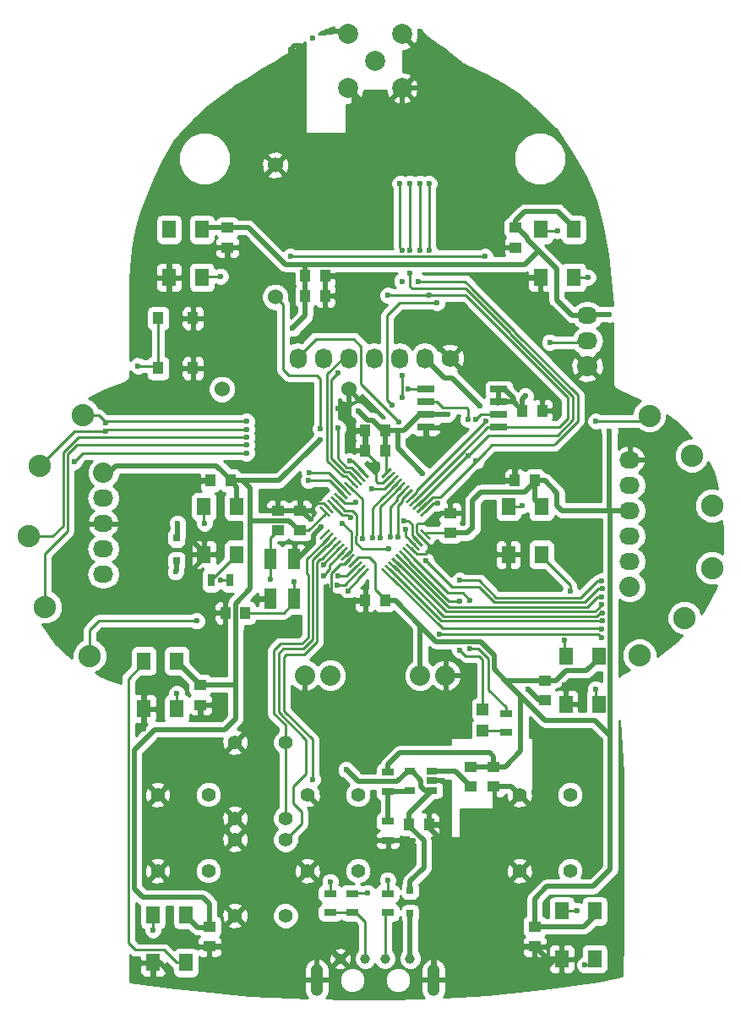
<source format=gtl>
G04 #@! TF.FileFunction,Copper,L1,Top,Signal*
%FSLAX46Y46*%
G04 Gerber Fmt 4.6, Leading zero omitted, Abs format (unit mm)*
G04 Created by KiCad (PCBNEW 4.0.2+e4-6225~38~ubuntu16.04.1-stable) date Wed 15 Jun 2016 08:19:12 PM PDT*
%MOMM*%
G01*
G04 APERTURE LIST*
%ADD10C,0.100000*%
%ADD11C,2.032000*%
%ADD12O,2.032000X1.727200*%
%ADD13C,1.998980*%
%ADD14R,1.250000X1.000000*%
%ADD15C,2.235200*%
%ADD16R,1.000000X1.250000*%
%ADD17C,1.397000*%
%ADD18R,1.700000X0.650000*%
%ADD19R,1.060000X0.650000*%
%ADD20R,1.300000X0.700000*%
%ADD21R,1.198880X1.198880*%
%ADD22R,1.400000X1.800000*%
%ADD23R,0.700000X1.300000*%
%ADD24C,1.524000*%
%ADD25O,2.032000X2.032000*%
%ADD26R,0.650000X0.800000*%
%ADD27R,1.300000X2.000000*%
%ADD28C,1.000000*%
%ADD29O,1.250000X3.200000*%
%ADD30C,1.727200*%
%ADD31O,1.727200X2.032000*%
%ADD32R,1.100000X1.300000*%
%ADD33C,0.600000*%
%ADD34C,0.500000*%
%ADD35C,0.250000*%
%ADD36C,0.254000*%
G04 APERTURE END LIST*
D10*
D11*
X67750000Y-92960000D03*
D12*
X67750000Y-95500000D03*
X67750000Y-98040000D03*
X67750000Y-100580000D03*
X67750000Y-103120000D03*
D13*
X95000000Y-51750000D03*
X97700020Y-49049980D03*
X92299980Y-49049980D03*
X92299980Y-54450020D03*
X97700020Y-54450020D03*
D14*
X112000000Y-113750000D03*
X112000000Y-115750000D03*
D10*
G36*
X89608311Y-99658921D02*
X89431534Y-99482144D01*
X90350773Y-98562905D01*
X90527550Y-98739682D01*
X89608311Y-99658921D01*
X89608311Y-99658921D01*
G37*
G36*
X89961864Y-100012474D02*
X89785087Y-99835697D01*
X90704326Y-98916458D01*
X90881103Y-99093235D01*
X89961864Y-100012474D01*
X89961864Y-100012474D01*
G37*
G36*
X90315418Y-100366028D02*
X90138641Y-100189251D01*
X91057880Y-99270012D01*
X91234657Y-99446789D01*
X90315418Y-100366028D01*
X90315418Y-100366028D01*
G37*
G36*
X90668971Y-100719581D02*
X90492194Y-100542804D01*
X91411433Y-99623565D01*
X91588210Y-99800342D01*
X90668971Y-100719581D01*
X90668971Y-100719581D01*
G37*
G36*
X91022524Y-101073134D02*
X90845747Y-100896357D01*
X91764986Y-99977118D01*
X91941763Y-100153895D01*
X91022524Y-101073134D01*
X91022524Y-101073134D01*
G37*
G36*
X91376078Y-101426688D02*
X91199301Y-101249911D01*
X92118540Y-100330672D01*
X92295317Y-100507449D01*
X91376078Y-101426688D01*
X91376078Y-101426688D01*
G37*
G36*
X91729631Y-101780241D02*
X91552854Y-101603464D01*
X92472093Y-100684225D01*
X92648870Y-100861002D01*
X91729631Y-101780241D01*
X91729631Y-101780241D01*
G37*
G36*
X92083185Y-102133795D02*
X91906408Y-101957018D01*
X92825647Y-101037779D01*
X93002424Y-101214556D01*
X92083185Y-102133795D01*
X92083185Y-102133795D01*
G37*
G36*
X92436738Y-102487348D02*
X92259961Y-102310571D01*
X93179200Y-101391332D01*
X93355977Y-101568109D01*
X92436738Y-102487348D01*
X92436738Y-102487348D01*
G37*
G36*
X92790291Y-102840901D02*
X92613514Y-102664124D01*
X93532753Y-101744885D01*
X93709530Y-101921662D01*
X92790291Y-102840901D01*
X92790291Y-102840901D01*
G37*
G36*
X93143845Y-103194455D02*
X92967068Y-103017678D01*
X93886307Y-102098439D01*
X94063084Y-102275216D01*
X93143845Y-103194455D01*
X93143845Y-103194455D01*
G37*
G36*
X93497398Y-103548008D02*
X93320621Y-103371231D01*
X94239860Y-102451992D01*
X94416637Y-102628769D01*
X93497398Y-103548008D01*
X93497398Y-103548008D01*
G37*
G36*
X96679379Y-103371231D02*
X96502602Y-103548008D01*
X95583363Y-102628769D01*
X95760140Y-102451992D01*
X96679379Y-103371231D01*
X96679379Y-103371231D01*
G37*
G36*
X97032932Y-103017678D02*
X96856155Y-103194455D01*
X95936916Y-102275216D01*
X96113693Y-102098439D01*
X97032932Y-103017678D01*
X97032932Y-103017678D01*
G37*
G36*
X97386486Y-102664124D02*
X97209709Y-102840901D01*
X96290470Y-101921662D01*
X96467247Y-101744885D01*
X97386486Y-102664124D01*
X97386486Y-102664124D01*
G37*
G36*
X97740039Y-102310571D02*
X97563262Y-102487348D01*
X96644023Y-101568109D01*
X96820800Y-101391332D01*
X97740039Y-102310571D01*
X97740039Y-102310571D01*
G37*
G36*
X98093592Y-101957018D02*
X97916815Y-102133795D01*
X96997576Y-101214556D01*
X97174353Y-101037779D01*
X98093592Y-101957018D01*
X98093592Y-101957018D01*
G37*
G36*
X98447146Y-101603464D02*
X98270369Y-101780241D01*
X97351130Y-100861002D01*
X97527907Y-100684225D01*
X98447146Y-101603464D01*
X98447146Y-101603464D01*
G37*
G36*
X98800699Y-101249911D02*
X98623922Y-101426688D01*
X97704683Y-100507449D01*
X97881460Y-100330672D01*
X98800699Y-101249911D01*
X98800699Y-101249911D01*
G37*
G36*
X99154253Y-100896357D02*
X98977476Y-101073134D01*
X98058237Y-100153895D01*
X98235014Y-99977118D01*
X99154253Y-100896357D01*
X99154253Y-100896357D01*
G37*
G36*
X99507806Y-100542804D02*
X99331029Y-100719581D01*
X98411790Y-99800342D01*
X98588567Y-99623565D01*
X99507806Y-100542804D01*
X99507806Y-100542804D01*
G37*
G36*
X99861359Y-100189251D02*
X99684582Y-100366028D01*
X98765343Y-99446789D01*
X98942120Y-99270012D01*
X99861359Y-100189251D01*
X99861359Y-100189251D01*
G37*
G36*
X100214913Y-99835697D02*
X100038136Y-100012474D01*
X99118897Y-99093235D01*
X99295674Y-98916458D01*
X100214913Y-99835697D01*
X100214913Y-99835697D01*
G37*
G36*
X100568466Y-99482144D02*
X100391689Y-99658921D01*
X99472450Y-98739682D01*
X99649227Y-98562905D01*
X100568466Y-99482144D01*
X100568466Y-99482144D01*
G37*
G36*
X99649227Y-97396179D02*
X99472450Y-97219402D01*
X100391689Y-96300163D01*
X100568466Y-96476940D01*
X99649227Y-97396179D01*
X99649227Y-97396179D01*
G37*
G36*
X99295674Y-97042626D02*
X99118897Y-96865849D01*
X100038136Y-95946610D01*
X100214913Y-96123387D01*
X99295674Y-97042626D01*
X99295674Y-97042626D01*
G37*
G36*
X98942120Y-96689072D02*
X98765343Y-96512295D01*
X99684582Y-95593056D01*
X99861359Y-95769833D01*
X98942120Y-96689072D01*
X98942120Y-96689072D01*
G37*
G36*
X98588567Y-96335519D02*
X98411790Y-96158742D01*
X99331029Y-95239503D01*
X99507806Y-95416280D01*
X98588567Y-96335519D01*
X98588567Y-96335519D01*
G37*
G36*
X98235014Y-95981966D02*
X98058237Y-95805189D01*
X98977476Y-94885950D01*
X99154253Y-95062727D01*
X98235014Y-95981966D01*
X98235014Y-95981966D01*
G37*
G36*
X97881460Y-95628412D02*
X97704683Y-95451635D01*
X98623922Y-94532396D01*
X98800699Y-94709173D01*
X97881460Y-95628412D01*
X97881460Y-95628412D01*
G37*
G36*
X97527907Y-95274859D02*
X97351130Y-95098082D01*
X98270369Y-94178843D01*
X98447146Y-94355620D01*
X97527907Y-95274859D01*
X97527907Y-95274859D01*
G37*
G36*
X97174353Y-94921305D02*
X96997576Y-94744528D01*
X97916815Y-93825289D01*
X98093592Y-94002066D01*
X97174353Y-94921305D01*
X97174353Y-94921305D01*
G37*
G36*
X96820800Y-94567752D02*
X96644023Y-94390975D01*
X97563262Y-93471736D01*
X97740039Y-93648513D01*
X96820800Y-94567752D01*
X96820800Y-94567752D01*
G37*
G36*
X96467247Y-94214199D02*
X96290470Y-94037422D01*
X97209709Y-93118183D01*
X97386486Y-93294960D01*
X96467247Y-94214199D01*
X96467247Y-94214199D01*
G37*
G36*
X96113693Y-93860645D02*
X95936916Y-93683868D01*
X96856155Y-92764629D01*
X97032932Y-92941406D01*
X96113693Y-93860645D01*
X96113693Y-93860645D01*
G37*
G36*
X95760140Y-93507092D02*
X95583363Y-93330315D01*
X96502602Y-92411076D01*
X96679379Y-92587853D01*
X95760140Y-93507092D01*
X95760140Y-93507092D01*
G37*
G36*
X94416637Y-93330315D02*
X94239860Y-93507092D01*
X93320621Y-92587853D01*
X93497398Y-92411076D01*
X94416637Y-93330315D01*
X94416637Y-93330315D01*
G37*
G36*
X94063084Y-93683868D02*
X93886307Y-93860645D01*
X92967068Y-92941406D01*
X93143845Y-92764629D01*
X94063084Y-93683868D01*
X94063084Y-93683868D01*
G37*
G36*
X93709530Y-94037422D02*
X93532753Y-94214199D01*
X92613514Y-93294960D01*
X92790291Y-93118183D01*
X93709530Y-94037422D01*
X93709530Y-94037422D01*
G37*
G36*
X93355977Y-94390975D02*
X93179200Y-94567752D01*
X92259961Y-93648513D01*
X92436738Y-93471736D01*
X93355977Y-94390975D01*
X93355977Y-94390975D01*
G37*
G36*
X93002424Y-94744528D02*
X92825647Y-94921305D01*
X91906408Y-94002066D01*
X92083185Y-93825289D01*
X93002424Y-94744528D01*
X93002424Y-94744528D01*
G37*
G36*
X92648870Y-95098082D02*
X92472093Y-95274859D01*
X91552854Y-94355620D01*
X91729631Y-94178843D01*
X92648870Y-95098082D01*
X92648870Y-95098082D01*
G37*
G36*
X92295317Y-95451635D02*
X92118540Y-95628412D01*
X91199301Y-94709173D01*
X91376078Y-94532396D01*
X92295317Y-95451635D01*
X92295317Y-95451635D01*
G37*
G36*
X91941763Y-95805189D02*
X91764986Y-95981966D01*
X90845747Y-95062727D01*
X91022524Y-94885950D01*
X91941763Y-95805189D01*
X91941763Y-95805189D01*
G37*
G36*
X91588210Y-96158742D02*
X91411433Y-96335519D01*
X90492194Y-95416280D01*
X90668971Y-95239503D01*
X91588210Y-96158742D01*
X91588210Y-96158742D01*
G37*
G36*
X91234657Y-96512295D02*
X91057880Y-96689072D01*
X90138641Y-95769833D01*
X90315418Y-95593056D01*
X91234657Y-96512295D01*
X91234657Y-96512295D01*
G37*
G36*
X90881103Y-96865849D02*
X90704326Y-97042626D01*
X89785087Y-96123387D01*
X89961864Y-95946610D01*
X90881103Y-96865849D01*
X90881103Y-96865849D01*
G37*
G36*
X90527550Y-97219402D02*
X90350773Y-97396179D01*
X89431534Y-96476940D01*
X89608311Y-96300163D01*
X90527550Y-97219402D01*
X90527550Y-97219402D01*
G37*
D15*
X61900000Y-106400000D03*
X128750000Y-96250000D03*
D16*
X98400000Y-128200000D03*
X100400000Y-128200000D03*
D14*
X85250000Y-98750000D03*
X85250000Y-96750000D03*
D16*
X82000000Y-107000000D03*
X80000000Y-107000000D03*
X96000000Y-105750000D03*
X94000000Y-105750000D03*
D14*
X102500000Y-99000000D03*
X102500000Y-97000000D03*
D11*
X116250000Y-82290000D03*
D12*
X116250000Y-79750000D03*
X116250000Y-77210000D03*
D11*
X120500000Y-104370000D03*
D12*
X120500000Y-101830000D03*
X120500000Y-99290000D03*
X120500000Y-96750000D03*
X120500000Y-94210000D03*
X120500000Y-91670000D03*
D15*
X66400000Y-111300000D03*
X121500000Y-111250000D03*
X126000000Y-107500000D03*
X128750000Y-102500000D03*
X126750000Y-91250000D03*
X122500000Y-87250000D03*
X65700000Y-87200000D03*
X60300000Y-99300000D03*
X61400000Y-92300000D03*
D14*
X80200000Y-68400000D03*
X80200000Y-70400000D03*
D16*
X88000000Y-75250000D03*
X90000000Y-75250000D03*
X96000000Y-90750000D03*
X94000000Y-90750000D03*
D14*
X87500000Y-98750000D03*
X87500000Y-96750000D03*
D16*
X80500000Y-93750000D03*
X78500000Y-93750000D03*
X111000000Y-93750000D03*
X109000000Y-93750000D03*
D14*
X77500000Y-114200000D03*
X77500000Y-116200000D03*
D17*
X80960000Y-119940000D03*
X86040000Y-119940000D03*
X80960000Y-127560000D03*
X86040000Y-127560000D03*
X88210000Y-125190000D03*
X93290000Y-125190000D03*
X88210000Y-132810000D03*
X93290000Y-132810000D03*
X73210000Y-125190000D03*
X78290000Y-125190000D03*
X73210000Y-132810000D03*
X78290000Y-132810000D03*
X80960000Y-129690000D03*
X86040000Y-129690000D03*
X80960000Y-137310000D03*
X86040000Y-137310000D03*
X109460000Y-125190000D03*
X114540000Y-125190000D03*
X109460000Y-132810000D03*
X114540000Y-132810000D03*
D14*
X111000000Y-138400000D03*
X111000000Y-140400000D03*
X109100000Y-68400000D03*
X109100000Y-70400000D03*
D18*
X100100000Y-84595000D03*
X100100000Y-85865000D03*
X100100000Y-87135000D03*
X100100000Y-88405000D03*
X107400000Y-88405000D03*
X107400000Y-87135000D03*
X107400000Y-85865000D03*
X107400000Y-84595000D03*
D19*
X100700000Y-124750000D03*
X100700000Y-123800000D03*
X100700000Y-122850000D03*
X98500000Y-122850000D03*
X98500000Y-124750000D03*
D14*
X104600000Y-124400000D03*
X104600000Y-122400000D03*
D16*
X96000000Y-88750000D03*
X94000000Y-88750000D03*
D14*
X106900000Y-122400000D03*
X106900000Y-124400000D03*
D20*
X96300000Y-124850000D03*
X96300000Y-122950000D03*
X96300000Y-129750000D03*
X96300000Y-127850000D03*
X108100000Y-118950000D03*
X108100000Y-117050000D03*
D21*
X105800000Y-118749020D03*
X105800000Y-116650980D03*
D22*
X75140000Y-111800000D03*
X71840000Y-111800000D03*
X71840000Y-116600000D03*
X75140000Y-116600000D03*
X117400000Y-111350000D03*
X114100000Y-111350000D03*
X114100000Y-116150000D03*
X117400000Y-116150000D03*
X117000000Y-136850000D03*
X113700000Y-136850000D03*
X113700000Y-141650000D03*
X117000000Y-141650000D03*
X76050000Y-137200000D03*
X72750000Y-137200000D03*
X72750000Y-142000000D03*
X76050000Y-142000000D03*
X111650000Y-96350000D03*
X108350000Y-96350000D03*
X108350000Y-101150000D03*
X111650000Y-101150000D03*
X81150000Y-96350000D03*
X77850000Y-96350000D03*
X77850000Y-101150000D03*
X81150000Y-101150000D03*
X77650000Y-68600000D03*
X74350000Y-68600000D03*
X74350000Y-73400000D03*
X77650000Y-73400000D03*
X114900000Y-68600000D03*
X111600000Y-68600000D03*
X111600000Y-73400000D03*
X114900000Y-73400000D03*
D20*
X96250000Y-135100000D03*
X96250000Y-137000000D03*
X92750000Y-135100000D03*
X92750000Y-137000000D03*
X90500000Y-135100000D03*
X90500000Y-137000000D03*
D23*
X78550000Y-103750000D03*
X80450000Y-103750000D03*
D24*
X85000000Y-62150000D03*
X85000000Y-75350000D03*
D11*
X90500000Y-113250000D03*
D25*
X87960000Y-113250000D03*
D11*
X99500000Y-113250000D03*
D25*
X102040000Y-113250000D03*
D16*
X109750000Y-86750000D03*
X111750000Y-86750000D03*
X88000000Y-73250000D03*
X90000000Y-73250000D03*
D14*
X78400000Y-138400000D03*
X78400000Y-140400000D03*
D26*
X75100000Y-101800000D03*
X75100000Y-99490000D03*
X98500000Y-134790000D03*
X98500000Y-137100000D03*
D27*
X84500000Y-101600000D03*
X84500000Y-105600000D03*
X86900000Y-105600000D03*
X86900000Y-101600000D03*
D28*
X91500000Y-141620000D03*
X94000000Y-141620000D03*
X96000000Y-141620000D03*
X98500000Y-141620000D03*
D29*
X100850000Y-143750000D03*
X89150000Y-143750000D03*
D24*
X79650000Y-84580000D03*
X92350000Y-84580000D03*
D30*
X102500000Y-81500000D03*
D31*
X99960000Y-81500000D03*
X97420000Y-81500000D03*
X94880000Y-81500000D03*
X92340000Y-81500000D03*
X89800000Y-81500000D03*
X87260000Y-81500000D03*
D32*
X76750000Y-77500000D03*
X76750000Y-82500000D03*
X73250000Y-77500000D03*
X73250000Y-82500000D03*
D33*
X118500000Y-77100000D03*
X118500000Y-88800000D03*
X81000000Y-108400000D03*
X93297977Y-86771035D03*
X99750000Y-93000000D03*
X104750000Y-98500000D03*
X110041956Y-85291956D03*
X105500000Y-86250000D03*
X102250000Y-87075020D03*
X89500000Y-89650000D03*
X86750000Y-78500000D03*
X80158044Y-71758044D03*
X92120000Y-63400000D03*
X93460000Y-63400000D03*
X101700000Y-129800000D03*
X101900000Y-128200000D03*
X98800000Y-129800000D03*
X74300000Y-142900000D03*
X72800000Y-143800000D03*
X113700000Y-139800000D03*
X74300000Y-75400000D03*
X74300000Y-71400000D03*
X81800000Y-70400000D03*
X107600000Y-70400000D03*
X76600000Y-99700000D03*
X76800000Y-102600000D03*
X78400000Y-142100000D03*
X80000000Y-140400000D03*
X77500000Y-117700000D03*
X79300000Y-116200000D03*
X71900000Y-114400000D03*
X111700000Y-143000000D03*
X109200000Y-140400000D03*
X100625000Y-98000000D03*
X87500000Y-95500000D03*
X85200000Y-95500000D03*
X100500000Y-100600000D03*
X106700000Y-101200000D03*
X88800000Y-100000000D03*
X88560043Y-97631041D03*
X89600000Y-98400000D03*
X83000000Y-105600000D03*
X91700000Y-76000000D03*
X91608862Y-73574980D03*
X91697248Y-74825020D03*
X100800000Y-141000000D03*
X102800000Y-143800000D03*
X89200000Y-141000000D03*
X87400000Y-143700000D03*
X71825000Y-118625000D03*
X111500000Y-75400000D03*
X109900000Y-73400000D03*
X113300000Y-86800000D03*
X111700000Y-85000000D03*
X92500000Y-57800000D03*
X110300000Y-114600000D03*
X87736120Y-85486819D03*
X86500000Y-54200000D03*
X86500000Y-55600000D03*
X90780000Y-63400000D03*
X89440000Y-63400000D03*
X86700000Y-63000000D03*
X86500000Y-61600000D03*
X86500000Y-50600000D03*
X88700000Y-49400000D03*
X100100000Y-51400000D03*
X100100000Y-52800000D03*
X100100000Y-57800000D03*
X100100000Y-55800000D03*
X99300000Y-56800000D03*
X96300000Y-56800000D03*
X94700000Y-56800000D03*
X98580000Y-57800000D03*
X97060000Y-57800000D03*
X95540000Y-57800000D03*
X94020000Y-57800000D03*
X87500000Y-50200000D03*
X90300000Y-48800000D03*
X86500000Y-52200000D03*
X86500000Y-57000000D03*
X86500000Y-58600000D03*
X86500000Y-60200000D03*
X88100000Y-63400000D03*
X99500000Y-48800000D03*
X100100000Y-49600000D03*
X100100000Y-54400000D03*
X92900000Y-56800000D03*
X97700000Y-56800000D03*
X104250000Y-94250000D03*
X114000000Y-114250000D03*
X115750000Y-116250000D03*
X78500000Y-107000000D03*
X79500000Y-105250000D03*
X77250000Y-93750000D03*
X100000000Y-89750000D03*
X91250000Y-86500000D03*
X109000000Y-92500000D03*
X108250000Y-102750000D03*
X107750000Y-93750000D03*
X108250000Y-99750000D03*
X83750000Y-96750000D03*
X92100000Y-122700000D03*
X75000000Y-102900000D03*
X84500000Y-103600000D03*
X89800000Y-102200000D03*
X75200000Y-98000000D03*
X112500000Y-79900000D03*
X93074980Y-95911984D03*
X75125000Y-115050000D03*
X77900000Y-98000000D03*
X91298389Y-103285523D03*
X79500000Y-103750000D03*
X116000000Y-142250000D03*
X72750000Y-138750000D03*
X115200000Y-136800000D03*
X117100000Y-114600000D03*
X114545835Y-104824903D03*
X114000000Y-109750000D03*
X116300000Y-73400000D03*
X109750000Y-96250000D03*
X113300000Y-68700000D03*
X106000000Y-71300000D03*
X86500000Y-71300000D03*
X79500000Y-73300000D03*
X117766727Y-104583033D03*
X97300000Y-99400000D03*
X100100000Y-101800000D03*
X103479439Y-103749978D03*
X117698800Y-103785910D03*
X96500000Y-99400000D03*
X96250000Y-133750000D03*
X95550013Y-99500000D03*
X94250000Y-135000000D03*
X94750000Y-99500000D03*
X86900000Y-103900000D03*
X89800000Y-103300000D03*
X88722986Y-123650389D03*
X93700000Y-99600000D03*
X101450379Y-109109103D03*
X96325000Y-100600000D03*
X117700105Y-109489899D03*
X97700000Y-70674980D03*
X97500000Y-64000000D03*
X97700000Y-73800000D03*
X99300000Y-73800000D03*
X105100000Y-91800000D03*
X105100000Y-87600000D03*
X99500000Y-70674980D03*
X96300000Y-75200000D03*
X100400000Y-75200000D03*
X99500000Y-64000000D03*
X91250000Y-83000000D03*
X97350000Y-87850000D03*
X101251589Y-96025020D03*
X97700000Y-83200000D03*
X97700000Y-85400000D03*
X97925020Y-97806173D03*
X98500000Y-70674980D03*
X98500000Y-73000000D03*
X98500000Y-64000000D03*
X104332378Y-91256535D03*
X104300000Y-87600000D03*
X100400000Y-70674980D03*
X100400000Y-64000000D03*
X101200000Y-75900000D03*
X98072409Y-98592486D03*
X96700000Y-86200000D03*
X98325020Y-84600000D03*
X92530344Y-97469656D03*
X77100000Y-107800000D03*
X91216784Y-104225041D03*
X117693022Y-108591369D03*
X117753947Y-107793681D03*
X117792787Y-106994613D03*
X117700000Y-106200000D03*
X117697057Y-105380006D03*
X117100000Y-87800000D03*
X106100000Y-87800000D03*
X82100000Y-87800000D03*
X67957363Y-87975292D03*
X94700000Y-94600000D03*
X103500000Y-105800013D03*
X103500000Y-110700000D03*
X104513405Y-110609124D03*
X104500000Y-105700000D03*
X82100000Y-90200000D03*
X88325663Y-93741752D03*
X82100000Y-89400000D03*
X88437185Y-92949551D03*
X82100000Y-88600000D03*
X67980105Y-88774980D03*
X92423266Y-91786454D03*
X89500000Y-88550000D03*
X91250000Y-88500000D03*
X82100000Y-91000013D03*
X64824969Y-91851129D03*
X91700000Y-98000000D03*
X71250000Y-82250000D03*
X90500000Y-133900000D03*
X92300000Y-104800000D03*
D34*
X86000000Y-72100000D02*
X82300000Y-68400000D01*
X82300000Y-68400000D02*
X81325000Y-68400000D01*
X88025000Y-72100000D02*
X86000000Y-72100000D01*
X110000000Y-72100000D02*
X88025000Y-72100000D01*
X88025000Y-72100000D02*
X88000000Y-72125000D01*
X111310002Y-70789998D02*
X110000000Y-72100000D01*
X111310002Y-70700000D02*
X110225000Y-69614998D01*
X113200000Y-72589998D02*
X111310002Y-70700000D01*
X111310002Y-70700000D02*
X111310002Y-70789998D01*
X118500000Y-77100000D02*
X116360000Y-77100000D01*
X118500000Y-89100000D02*
X118500000Y-88800000D01*
X118500000Y-96750000D02*
X118500000Y-89100000D01*
X106900000Y-122400000D02*
X106900000Y-121400000D01*
X106900000Y-121400000D02*
X106500000Y-121000000D01*
X106500000Y-121000000D02*
X97500000Y-121000000D01*
X97500000Y-121000000D02*
X96300000Y-122200000D01*
X96300000Y-122200000D02*
X96300000Y-122950000D01*
X101109104Y-109859104D02*
X105508702Y-109859104D01*
X105649598Y-110000000D02*
X106925020Y-111275422D01*
X99500000Y-108250000D02*
X101109104Y-109859104D01*
X105508702Y-109859104D02*
X105649598Y-110000000D01*
X109600000Y-120825000D02*
X108025000Y-122400000D01*
X108025000Y-122400000D02*
X106900000Y-122400000D01*
X109600000Y-120400000D02*
X109600000Y-120100000D01*
X109600000Y-120100000D02*
X109600000Y-115285002D01*
X109600000Y-120825000D02*
X109600000Y-120100000D01*
X104600000Y-122400000D02*
X106900000Y-122400000D01*
X108064998Y-113750000D02*
X109600000Y-115285002D01*
X109600000Y-115285002D02*
X112064998Y-117750000D01*
X81000000Y-106064998D02*
X81000000Y-108400000D01*
X81000000Y-108400000D02*
X81000000Y-114200000D01*
X81000000Y-114200000D02*
X81000000Y-117600000D01*
X77500000Y-114200000D02*
X78625000Y-114200000D01*
X78625000Y-114200000D02*
X81000000Y-114200000D01*
X70849999Y-120710005D02*
X72900000Y-118660004D01*
X82500000Y-97750000D02*
X82500000Y-104564998D01*
X82500000Y-104564998D02*
X81000000Y-106064998D01*
X81000000Y-117600000D02*
X79939996Y-118660004D01*
X79939996Y-118660004D02*
X72900000Y-118660004D01*
X116360000Y-77100000D02*
X116250000Y-77210000D01*
X118550001Y-132700000D02*
X118550001Y-119300001D01*
X112200000Y-134400000D02*
X116850001Y-134400000D01*
X116850001Y-134400000D02*
X118550001Y-132700000D01*
X111000000Y-135600000D02*
X112200000Y-134400000D01*
X111000000Y-138400000D02*
X111000000Y-135600000D01*
X111000000Y-138400000D02*
X115900000Y-138400000D01*
X115900000Y-138400000D02*
X117000000Y-137300000D01*
X117000000Y-137300000D02*
X117000000Y-136850000D01*
D35*
X88354490Y-98750000D02*
X87500000Y-98750000D01*
X89979542Y-96848171D02*
X89979542Y-97124948D01*
X89979542Y-97124948D02*
X88354490Y-98750000D01*
D34*
X88000000Y-73250000D02*
X88000000Y-72125000D01*
X80200000Y-68400000D02*
X81325000Y-68400000D01*
X110225000Y-69614998D02*
X110225000Y-69400000D01*
X110225000Y-69400000D02*
X109225000Y-68400000D01*
X109225000Y-68400000D02*
X109100000Y-68400000D01*
X113200000Y-75676000D02*
X113200000Y-72589998D01*
X116250000Y-77210000D02*
X114734000Y-77210000D01*
X114734000Y-77210000D02*
X113200000Y-75676000D01*
X106925020Y-112625020D02*
X108050000Y-113750000D01*
X106925020Y-111275422D02*
X106925020Y-112625020D01*
X78400000Y-138400000D02*
X78400000Y-136150000D01*
X77750000Y-135500000D02*
X71750000Y-135500000D01*
X70849999Y-134599999D02*
X70849999Y-120710005D01*
X71750000Y-135500000D02*
X70849999Y-134599999D01*
X78400000Y-136150000D02*
X77750000Y-135500000D01*
X111000000Y-95700000D02*
X111650000Y-96350000D01*
X111000000Y-93750000D02*
X111000000Y-95700000D01*
X111650000Y-96550000D02*
X111650000Y-96350000D01*
X78750000Y-138500000D02*
X78625000Y-138500000D01*
X81150000Y-94400000D02*
X80500000Y-93750000D01*
X81150000Y-96150000D02*
X81150000Y-96350000D01*
X112000000Y-93750000D02*
X113250000Y-95000000D01*
X113250000Y-95000000D02*
X113250000Y-96250000D01*
X113250000Y-96250000D02*
X113750000Y-96750000D01*
X107405000Y-84600000D02*
X107400000Y-84595000D01*
D35*
X100131371Y-99000000D02*
X100020458Y-99110913D01*
D34*
X111000000Y-93750000D02*
X112000000Y-93750000D01*
D35*
X102500000Y-99000000D02*
X100131371Y-99000000D01*
D34*
X104250000Y-99000000D02*
X102500000Y-99000000D01*
X105625000Y-94875000D02*
X104750000Y-95750000D01*
X111000000Y-93750000D02*
X111000000Y-93875000D01*
X120347600Y-96750000D02*
X120500000Y-96750000D01*
X81750000Y-93750000D02*
X82500000Y-94500000D01*
X80500000Y-93750000D02*
X81750000Y-93750000D01*
D35*
X96131371Y-90881371D02*
X96000000Y-90750000D01*
X96131371Y-92959084D02*
X96131371Y-90881371D01*
D34*
X110000000Y-94875000D02*
X105625000Y-94875000D01*
X96000000Y-88750000D02*
X97255508Y-88750000D01*
X97255508Y-90505508D02*
X99750000Y-93000000D01*
X97255508Y-88750000D02*
X97884516Y-88750000D01*
X99499516Y-87135000D02*
X100100000Y-87135000D01*
X116200000Y-112750000D02*
X117400000Y-111550000D01*
X114125000Y-112750000D02*
X116200000Y-112750000D01*
X113125000Y-113750000D02*
X114125000Y-112750000D01*
X96000000Y-105750000D02*
X97000000Y-105750000D01*
X108865000Y-85865000D02*
X107400000Y-85865000D01*
X109750000Y-86750000D02*
X108865000Y-85865000D01*
X107925000Y-84595000D02*
X107400000Y-84595000D01*
X107400000Y-85865000D02*
X107400000Y-84595000D01*
X108865000Y-85865000D02*
X108865000Y-85535000D01*
X97255508Y-88750000D02*
X97255508Y-90505508D01*
X102700001Y-83450001D02*
X105500000Y-86250000D01*
X77250000Y-138500000D02*
X78750000Y-138500000D01*
X118500000Y-96750000D02*
X120500000Y-96750000D01*
X117000000Y-117750000D02*
X118550001Y-119300001D01*
X112064998Y-117750000D02*
X117000000Y-117750000D01*
X108050000Y-113750000D02*
X112000000Y-113750000D01*
X87500000Y-98750000D02*
X87505346Y-98755346D01*
X87500000Y-98750000D02*
X87375000Y-98750000D01*
X85360036Y-93750000D02*
X80500000Y-93750000D01*
X109750000Y-85583912D02*
X110041956Y-85291956D01*
X108865000Y-85535000D02*
X107925000Y-84595000D01*
X96000000Y-88750000D02*
X96000000Y-90750000D01*
X88000000Y-73250000D02*
X88000000Y-75250000D01*
X94711811Y-87674999D02*
X94201941Y-87674999D01*
X94201941Y-87674999D02*
X93297977Y-86771035D01*
X101910001Y-83450001D02*
X102700001Y-83450001D01*
X96000000Y-88750000D02*
X95786812Y-88750000D01*
X88739964Y-90410036D02*
X89500000Y-89650000D01*
X88700000Y-90410036D02*
X88739964Y-90410036D01*
X118550001Y-96800001D02*
X118500000Y-96750000D01*
X107305000Y-84500000D02*
X107400000Y-84595000D01*
X118550001Y-119300001D02*
X118550001Y-96800001D01*
X75140000Y-111840000D02*
X76575000Y-113275000D01*
X99500000Y-108250000D02*
X99500000Y-113250000D01*
X76575000Y-113275000D02*
X77500000Y-114200000D01*
X104750000Y-98500000D02*
X104250000Y-99000000D01*
X75140000Y-111800000D02*
X75140000Y-111840000D01*
X101910001Y-83450001D02*
X99960000Y-81500000D01*
X97884516Y-88750000D02*
X99499516Y-87135000D01*
X80500000Y-93750000D02*
X80500000Y-93625000D01*
X102190020Y-87135000D02*
X102250000Y-87075020D01*
X80500000Y-93625000D02*
X79125000Y-92250000D01*
X88700000Y-90410036D02*
X85360036Y-93750000D01*
X81150000Y-96350000D02*
X81150000Y-94400000D01*
X108050000Y-113750000D02*
X108064998Y-113750000D01*
X95786812Y-88750000D02*
X94711811Y-87674999D01*
X81150000Y-96550000D02*
X81150000Y-96350000D01*
X104750000Y-95750000D02*
X104750000Y-98500000D01*
X69050000Y-92250000D02*
X68340000Y-92960000D01*
X109750000Y-86750000D02*
X109750000Y-85583912D01*
X87375000Y-98750000D02*
X86375000Y-97750000D01*
X120100000Y-96350000D02*
X120500000Y-96750000D01*
X111000000Y-93875000D02*
X110000000Y-94875000D01*
X88000000Y-75250000D02*
X88000000Y-77250000D01*
X68340000Y-92960000D02*
X67750000Y-92960000D01*
D35*
X95000000Y-104625000D02*
X96000000Y-105625000D01*
X95000000Y-102000000D02*
X95000000Y-104625000D01*
X92807969Y-101939340D02*
X93327434Y-101419875D01*
D34*
X109100000Y-67700000D02*
X109100000Y-68400000D01*
X76050000Y-137200000D02*
X76050000Y-137300000D01*
X110000000Y-66800000D02*
X109100000Y-67700000D01*
X114900000Y-68400000D02*
X113300000Y-66800000D01*
D35*
X96000000Y-105625000D02*
X96000000Y-105750000D01*
X94419875Y-101419875D02*
X95000000Y-102000000D01*
D34*
X112000000Y-113750000D02*
X113125000Y-113750000D01*
X114900000Y-68600000D02*
X114900000Y-68400000D01*
X77850000Y-68400000D02*
X77650000Y-68600000D01*
X82500000Y-94500000D02*
X82500000Y-97750000D01*
D35*
X93327434Y-101419875D02*
X94419875Y-101419875D01*
D34*
X117400000Y-111550000D02*
X117400000Y-111350000D01*
X107265000Y-86000000D02*
X107400000Y-85865000D01*
X97000000Y-105750000D02*
X99500000Y-108250000D01*
X76050000Y-137300000D02*
X77250000Y-138500000D01*
X88000000Y-77250000D02*
X86750000Y-78500000D01*
X79125000Y-92250000D02*
X69050000Y-92250000D01*
X113300000Y-66800000D02*
X110000000Y-66800000D01*
X88000000Y-73125000D02*
X88000000Y-73250000D01*
X86375000Y-97750000D02*
X82500000Y-97750000D01*
X80200000Y-68400000D02*
X77850000Y-68400000D01*
X100100000Y-87135000D02*
X102190020Y-87135000D01*
X113750000Y-96750000D02*
X118500000Y-96750000D01*
X80200000Y-71716088D02*
X80158044Y-71758044D01*
X80200000Y-70400000D02*
X80200000Y-71716088D01*
X92000000Y-63400000D02*
X93400000Y-63400000D01*
X92000000Y-63400000D02*
X90700000Y-63400000D01*
X100400000Y-128200000D02*
X100400000Y-128500000D01*
X100400000Y-128500000D02*
X101700000Y-129800000D01*
X100400000Y-128200000D02*
X101900000Y-128200000D01*
X98750000Y-129750000D02*
X98800000Y-129800000D01*
X96300000Y-129750000D02*
X98750000Y-129750000D01*
X72750000Y-142000000D02*
X73400000Y-142000000D01*
X73400000Y-142000000D02*
X74300000Y-142900000D01*
X72750000Y-142000000D02*
X72750000Y-143750000D01*
X72750000Y-143750000D02*
X72800000Y-143800000D01*
X113700000Y-141650000D02*
X113700000Y-139800000D01*
X74350000Y-73400000D02*
X74350000Y-75350000D01*
X74350000Y-75350000D02*
X74300000Y-75400000D01*
X74350000Y-73400000D02*
X74350000Y-71450000D01*
X74350000Y-71450000D02*
X74300000Y-71400000D01*
X80200000Y-70400000D02*
X81800000Y-70400000D01*
X109100000Y-70400000D02*
X107600000Y-70400000D01*
X77850000Y-101150000D02*
X77850000Y-100950000D01*
X77850000Y-100950000D02*
X76600000Y-99700000D01*
X77850000Y-101150000D02*
X77850000Y-101550000D01*
X77850000Y-101550000D02*
X76800000Y-102600000D01*
X78400000Y-140400000D02*
X78400000Y-142100000D01*
X78400000Y-140400000D02*
X80000000Y-140400000D01*
X100700000Y-123800000D02*
X101900000Y-123800000D01*
X100400000Y-128200000D02*
X100400000Y-128075000D01*
X106900000Y-124400000D02*
X108670000Y-124400000D01*
X108670000Y-124400000D02*
X109460000Y-125190000D01*
D35*
X91000000Y-105750000D02*
X90824996Y-105750000D01*
D34*
X94000000Y-105750000D02*
X93000000Y-105750000D01*
X93000000Y-105750000D02*
X91000000Y-105750000D01*
X77500000Y-116200000D02*
X77500000Y-117700000D01*
X77500000Y-116200000D02*
X79300000Y-116200000D01*
X71840000Y-116600000D02*
X71840000Y-114460000D01*
X71840000Y-114460000D02*
X71900000Y-114400000D01*
X113700000Y-141650000D02*
X113050000Y-141650000D01*
X113050000Y-141650000D02*
X111700000Y-143000000D01*
X111000000Y-140400000D02*
X109200000Y-140400000D01*
X113700000Y-141650000D02*
X112250000Y-141650000D01*
X112250000Y-141650000D02*
X111000000Y-140400000D01*
X102500000Y-97000000D02*
X101625000Y-97000000D01*
X101625000Y-97000000D02*
X100625000Y-98000000D01*
X87500000Y-96750000D02*
X87500000Y-95500000D01*
X85250000Y-96750000D02*
X85250000Y-95550000D01*
X85250000Y-95550000D02*
X85200000Y-95500000D01*
X108350000Y-101150000D02*
X106750000Y-101150000D01*
X106750000Y-101150000D02*
X106700000Y-101200000D01*
X86900000Y-101600000D02*
X87200000Y-101600000D01*
X87200000Y-101600000D02*
X88800000Y-100000000D01*
X88260044Y-97331042D02*
X88560043Y-97631041D01*
X88800000Y-99200000D02*
X89600000Y-98400000D01*
X87679002Y-96750000D02*
X88260044Y-97331042D01*
X87500000Y-96750000D02*
X87679002Y-96750000D01*
X88800000Y-100000000D02*
X88800000Y-99200000D01*
X84500000Y-105600000D02*
X83000000Y-105600000D01*
D35*
X91545299Y-102116116D02*
X91924087Y-102116116D01*
X90591782Y-103069633D02*
X91545299Y-102116116D01*
X91924087Y-102116116D02*
X92454416Y-101585787D01*
X90824996Y-105750000D02*
X90591782Y-105516786D01*
X90591782Y-105516786D02*
X90591782Y-103069633D01*
D34*
X90000000Y-75250000D02*
X90950000Y-75250000D01*
X90950000Y-75250000D02*
X91700000Y-76000000D01*
X91308863Y-73274981D02*
X91608862Y-73574980D01*
X91397249Y-75125019D02*
X91697248Y-74825020D01*
X90000000Y-75250000D02*
X91272268Y-75250000D01*
X91272268Y-75250000D02*
X91397249Y-75125019D01*
X91283882Y-73250000D02*
X91308863Y-73274981D01*
X90000000Y-73250000D02*
X91283882Y-73250000D01*
X100850000Y-143750000D02*
X100850000Y-141050000D01*
X100850000Y-141050000D02*
X100800000Y-141000000D01*
X89150000Y-143750000D02*
X89150000Y-141050000D01*
X89150000Y-141050000D02*
X89200000Y-141000000D01*
X71840000Y-116600000D02*
X71840000Y-118610000D01*
X71840000Y-118610000D02*
X71825000Y-118625000D01*
X111600000Y-73400000D02*
X111600000Y-75300000D01*
X111600000Y-75300000D02*
X111500000Y-75400000D01*
X111600000Y-73400000D02*
X109900000Y-73400000D01*
X111750000Y-86750000D02*
X113250000Y-86750000D01*
X113250000Y-86750000D02*
X113300000Y-86800000D01*
X111750000Y-86750000D02*
X111750000Y-85050000D01*
X111750000Y-85050000D02*
X111700000Y-85000000D01*
X92900000Y-56800000D02*
X92900000Y-57400000D01*
X92900000Y-57400000D02*
X92500000Y-57800000D01*
X92900000Y-56800000D02*
X92900000Y-55050040D01*
X92900000Y-55050040D02*
X92299980Y-54450020D01*
X112000000Y-115750000D02*
X111450000Y-115750000D01*
X111450000Y-115750000D02*
X110300000Y-114600000D01*
D35*
X100500000Y-100600000D02*
X100500000Y-100297561D01*
X100500000Y-100297561D02*
X99666905Y-99464466D01*
X100044545Y-101055455D02*
X100500000Y-100600000D01*
X99136574Y-101055455D02*
X100044545Y-101055455D01*
X99300000Y-98000000D02*
X100625000Y-98000000D01*
X99147440Y-98152560D02*
X99300000Y-98000000D01*
X99147440Y-98945001D02*
X99147440Y-98152560D01*
X96484924Y-93312637D02*
X95797561Y-94000000D01*
X95300000Y-94000000D02*
X95100000Y-93800000D01*
X95797561Y-94000000D02*
X95300000Y-94000000D01*
X95100000Y-93800000D02*
X95100000Y-91975000D01*
X95100000Y-91975000D02*
X94000000Y-90875000D01*
X94000000Y-90875000D02*
X94000000Y-90750000D01*
D34*
X90300000Y-48800000D02*
X92050000Y-48800000D01*
X92050000Y-48800000D02*
X92299980Y-49049980D01*
X86500000Y-54200000D02*
X86500000Y-52200000D01*
X86500000Y-54200000D02*
X86500000Y-55600000D01*
X89300000Y-63400000D02*
X90700000Y-63400000D01*
X88100000Y-63400000D02*
X87100000Y-63400000D01*
X87100000Y-63400000D02*
X86700000Y-63000000D01*
X87500000Y-50200000D02*
X86900000Y-50200000D01*
X86900000Y-50200000D02*
X86500000Y-50600000D01*
X100100000Y-52800000D02*
X100100000Y-51400000D01*
X98700000Y-57800000D02*
X100100000Y-57800000D01*
X100100000Y-55800000D02*
X100100000Y-54400000D01*
X97700000Y-56800000D02*
X99300000Y-56800000D01*
X96300000Y-56800000D02*
X97700000Y-56800000D01*
X92900000Y-56800000D02*
X94700000Y-56800000D01*
X95500000Y-57800000D02*
X97100000Y-57800000D01*
X93900000Y-57800000D02*
X95500000Y-57800000D01*
X97700020Y-54450020D02*
X97700020Y-56799980D01*
X97700020Y-56799980D02*
X97700000Y-56800000D01*
X97700020Y-54450020D02*
X100049980Y-54450020D01*
X100049980Y-54450020D02*
X100100000Y-54400000D01*
X100100000Y-49600000D02*
X100100000Y-49400000D01*
X100100000Y-49400000D02*
X99500000Y-48800000D01*
X112000000Y-115750000D02*
X111875000Y-115750000D01*
X102500000Y-97000000D02*
X102500000Y-97250000D01*
X102500000Y-97000000D02*
X102500000Y-96000000D01*
X102500000Y-96000000D02*
X104250000Y-94250000D01*
X72000000Y-116050000D02*
X72000000Y-117000000D01*
X114100000Y-116150000D02*
X114100000Y-114350000D01*
X114100000Y-114350000D02*
X114000000Y-114250000D01*
X114100000Y-116150000D02*
X115650000Y-116150000D01*
X115650000Y-116150000D02*
X115750000Y-116250000D01*
X80000000Y-107000000D02*
X78500000Y-107000000D01*
X80000000Y-107000000D02*
X80000000Y-105750000D01*
X80000000Y-105750000D02*
X79500000Y-105250000D01*
X94000000Y-105750000D02*
X94000000Y-105875000D01*
D35*
X99666905Y-99464466D02*
X99147440Y-98945001D01*
D34*
X78500000Y-93750000D02*
X77250000Y-93750000D01*
X100100000Y-88405000D02*
X100100000Y-89650000D01*
X100100000Y-89650000D02*
X100000000Y-89750000D01*
X92350000Y-86500000D02*
X92350000Y-84580000D01*
X92350000Y-88100000D02*
X92350000Y-86500000D01*
X92350000Y-86500000D02*
X91250000Y-86500000D01*
X94000000Y-88750000D02*
X93000000Y-88750000D01*
X93000000Y-88750000D02*
X92350000Y-88100000D01*
X102500000Y-97000000D02*
X102500000Y-95750000D01*
X94000000Y-88750000D02*
X94000000Y-90750000D01*
X109000000Y-93750000D02*
X109000000Y-92500000D01*
X108350000Y-101150000D02*
X108350000Y-102650000D01*
X108350000Y-102650000D02*
X108250000Y-102750000D01*
X109000000Y-93750000D02*
X107750000Y-93750000D01*
X108350000Y-101150000D02*
X108350000Y-99850000D01*
X108350000Y-99850000D02*
X108250000Y-99750000D01*
X85250000Y-96750000D02*
X83750000Y-96750000D01*
D35*
X90333095Y-96494618D02*
X89802766Y-95964289D01*
X89802766Y-95964289D02*
X89160711Y-95964289D01*
X89160711Y-95964289D02*
X88375000Y-96750000D01*
X88375000Y-96750000D02*
X87500000Y-96750000D01*
X98606245Y-100525126D02*
X99136574Y-101055455D01*
D34*
X99900000Y-132490000D02*
X99900000Y-129825000D01*
X99900000Y-129825000D02*
X98400000Y-128325000D01*
X98400000Y-128325000D02*
X98400000Y-128200000D01*
X98500000Y-134790000D02*
X98500000Y-133890000D01*
X98500000Y-133890000D02*
X99900000Y-132490000D01*
X93300000Y-123900000D02*
X97245000Y-123900000D01*
X97245000Y-123900000D02*
X98295000Y-122850000D01*
X98295000Y-122850000D02*
X98500000Y-122850000D01*
X92100000Y-122700000D02*
X93300000Y-123900000D01*
X98400000Y-128200000D02*
X98400000Y-127050000D01*
X98400000Y-127050000D02*
X100700000Y-124750000D01*
X98450000Y-122800000D02*
X98500000Y-122850000D01*
X75100000Y-101800000D02*
X75100000Y-102800000D01*
X75100000Y-102800000D02*
X75000000Y-102900000D01*
X99600000Y-123745000D02*
X98705000Y-122850000D01*
X98705000Y-122850000D02*
X98500000Y-122850000D01*
X99600000Y-124365002D02*
X99600000Y-123745000D01*
X100700000Y-124750000D02*
X99984998Y-124750000D01*
X99984998Y-124750000D02*
X99600000Y-124365002D01*
X98500000Y-134890000D02*
X98500000Y-134820000D01*
D35*
X84500000Y-101600000D02*
X84500000Y-99500000D01*
X84500000Y-99500000D02*
X85250000Y-98750000D01*
X84500000Y-103600000D02*
X84500000Y-101600000D01*
X91393755Y-100525126D02*
X89800000Y-102118881D01*
X89800000Y-102118881D02*
X89800000Y-102200000D01*
X91393755Y-100525126D02*
X91374874Y-100525126D01*
D34*
X75200000Y-98000000D02*
X75200000Y-99490000D01*
X75200000Y-99490000D02*
X75100000Y-99590000D01*
X98500000Y-141620000D02*
X98500000Y-137000000D01*
D35*
X112500000Y-79900000D02*
X116100000Y-79900000D01*
X116100000Y-79900000D02*
X116250000Y-79750000D01*
X93022677Y-95964287D02*
X93074980Y-95911984D01*
X91924084Y-95964287D02*
X93022677Y-95964287D01*
X91393755Y-95433958D02*
X91924084Y-95964287D01*
D34*
X100700000Y-122850000D02*
X103050000Y-122850000D01*
X103050000Y-122850000D02*
X104600000Y-124400000D01*
D35*
X75140000Y-116600000D02*
X75140000Y-115065000D01*
X75140000Y-115065000D02*
X75125000Y-115050000D01*
X77850000Y-96350000D02*
X77850000Y-97950000D01*
X77850000Y-97950000D02*
X77900000Y-98000000D01*
X92168892Y-103285523D02*
X91298389Y-103285523D01*
X93161522Y-102292893D02*
X92168892Y-103285523D01*
X80450000Y-103750000D02*
X79500000Y-103750000D01*
X80500000Y-103800000D02*
X80450000Y-103750000D01*
X76050000Y-142000000D02*
X75100000Y-142000000D01*
X75100000Y-142000000D02*
X73850000Y-140750000D01*
X73850000Y-140750000D02*
X71000000Y-140750000D01*
X71000000Y-140750000D02*
X70250000Y-140000000D01*
X70250000Y-140000000D02*
X70250000Y-113590000D01*
X70250000Y-113590000D02*
X71840000Y-112000000D01*
X71840000Y-112000000D02*
X71840000Y-111800000D01*
X75800000Y-142250000D02*
X76050000Y-142000000D01*
X116000000Y-142250000D02*
X117500000Y-142250000D01*
X72750000Y-137200000D02*
X72750000Y-138750000D01*
X115200000Y-136800000D02*
X113750000Y-136800000D01*
X113750000Y-136800000D02*
X113700000Y-136850000D01*
X117100000Y-114600000D02*
X117100000Y-115850000D01*
X117100000Y-115850000D02*
X117400000Y-116150000D01*
X117450000Y-116200000D02*
X117400000Y-116150000D01*
X114545835Y-104245835D02*
X114545835Y-104824903D01*
X111650000Y-101350000D02*
X114545835Y-104245835D01*
X111650000Y-101150000D02*
X111650000Y-101350000D01*
X114000000Y-109750000D02*
X114000000Y-111250000D01*
X114000000Y-111250000D02*
X114100000Y-111350000D01*
X116300000Y-73400000D02*
X114900000Y-73400000D01*
X108350000Y-96350000D02*
X109650000Y-96350000D01*
X109650000Y-96350000D02*
X109750000Y-96250000D01*
X113300000Y-68700000D02*
X111700000Y-68700000D01*
X111700000Y-68700000D02*
X111600000Y-68600000D01*
X86500000Y-71300000D02*
X106000000Y-71300000D01*
X79500000Y-73300000D02*
X77750000Y-73300000D01*
X77750000Y-73300000D02*
X77650000Y-73400000D01*
X111600000Y-68600000D02*
X111600000Y-68800000D01*
X77550000Y-73500000D02*
X77650000Y-73400000D01*
X77300000Y-73750000D02*
X77650000Y-73400000D01*
X116025562Y-105899934D02*
X117342463Y-104583033D01*
X117342463Y-104583033D02*
X117766727Y-104583033D01*
X102674998Y-104374998D02*
X105419845Y-104374998D01*
X105419845Y-104374998D02*
X106944781Y-105899934D01*
X106944781Y-105899934D02*
X116025562Y-105899934D01*
X100100000Y-101800000D02*
X102674998Y-104374998D01*
X97300000Y-96236410D02*
X97300000Y-99400000D01*
X97676000Y-95657095D02*
X97676000Y-95860411D01*
X98252691Y-95080404D02*
X97676000Y-95657095D01*
X97676000Y-95860411D02*
X97300000Y-96236410D01*
X105449978Y-103749978D02*
X103903703Y-103749978D01*
X117274536Y-103785910D02*
X115610523Y-105449923D01*
X117698800Y-103785910D02*
X117274536Y-103785910D01*
X103903703Y-103749978D02*
X103479439Y-103749978D01*
X107149923Y-105449923D02*
X105449978Y-103749978D01*
X115610523Y-105449923D02*
X107149923Y-105449923D01*
X97225989Y-95674011D02*
X96500000Y-96400000D01*
X96500000Y-96400000D02*
X96500000Y-99400000D01*
X97899138Y-94726851D02*
X97225989Y-95400000D01*
X97225989Y-95400000D02*
X97225989Y-95674011D01*
X94000000Y-141620000D02*
X94000000Y-137950000D01*
X94000000Y-137950000D02*
X93050000Y-137000000D01*
X93050000Y-137000000D02*
X92750000Y-137000000D01*
X90500000Y-137000000D02*
X92750000Y-137000000D01*
X96000000Y-141620000D02*
X96000000Y-137250000D01*
X96000000Y-137250000D02*
X96250000Y-137000000D01*
X96250000Y-141370000D02*
X96000000Y-141620000D01*
X96250000Y-133750000D02*
X96250000Y-135100000D01*
X95550013Y-96368868D02*
X95550013Y-99500000D01*
X97545584Y-94373297D02*
X95550013Y-96368868D01*
X94250000Y-135000000D02*
X92850000Y-135000000D01*
X92850000Y-135000000D02*
X92750000Y-135100000D01*
X94750000Y-96500000D02*
X94750000Y-99500000D01*
X95711775Y-95538225D02*
X94750000Y-96500000D01*
X95711775Y-95500000D02*
X95711775Y-95538225D01*
X97192031Y-94019744D02*
X95711775Y-95500000D01*
X90099999Y-103000001D02*
X89800000Y-103300000D01*
X90425002Y-102600002D02*
X90099999Y-102925005D01*
X91747309Y-100878680D02*
X90425002Y-102200987D01*
X90425002Y-102200987D02*
X90425002Y-102600002D01*
X90099999Y-102925005D02*
X90099999Y-103000001D01*
X86900000Y-103900000D02*
X86900000Y-105600000D01*
X82000000Y-107000000D02*
X85850000Y-107000000D01*
X85850000Y-107000000D02*
X86900000Y-105950000D01*
X86900000Y-105950000D02*
X86900000Y-105600000D01*
X84875011Y-117100000D02*
X84875011Y-110724989D01*
X86000000Y-118224989D02*
X84875011Y-117100000D01*
X86000000Y-118912172D02*
X86000000Y-118224989D01*
X86040000Y-119940000D02*
X86040000Y-118952172D01*
X86040000Y-118952172D02*
X86000000Y-118912172D01*
X84875011Y-110724989D02*
X85500000Y-110100000D01*
X85500000Y-110100000D02*
X87600000Y-110100000D01*
X87600000Y-110100000D02*
X88274976Y-109425024D01*
X88274976Y-109425024D02*
X88274976Y-103172802D01*
X88274976Y-103172802D02*
X88174976Y-103072802D01*
X88174976Y-103072802D02*
X88174976Y-101622585D01*
X88174976Y-101622585D02*
X89802766Y-99994795D01*
X89802766Y-99994795D02*
X90333095Y-99464466D01*
X86040000Y-119940000D02*
X86040000Y-127560000D01*
X87600000Y-128130000D02*
X86738499Y-128991501D01*
X86800000Y-124400000D02*
X86800000Y-126100000D01*
X88100000Y-119688579D02*
X88100000Y-123100000D01*
X90156320Y-100348349D02*
X90090236Y-100348349D01*
X85800000Y-110600000D02*
X85325022Y-111074978D01*
X87600000Y-126900000D02*
X87600000Y-128130000D01*
X85325022Y-116913601D02*
X88100000Y-119688579D01*
X85325022Y-111074978D02*
X85325022Y-116913601D01*
X87800000Y-110600000D02*
X85800000Y-110600000D01*
X86800000Y-126100000D02*
X87600000Y-126900000D01*
X88724987Y-109675013D02*
X87800000Y-110600000D01*
X88100000Y-123100000D02*
X86800000Y-124400000D01*
X88724987Y-101713598D02*
X88724987Y-109675013D01*
X86738499Y-128991501D02*
X86040000Y-129690000D01*
X90090236Y-100348349D02*
X88724987Y-101713598D01*
X90686649Y-99818020D02*
X90156320Y-100348349D01*
X88722986Y-123650389D02*
X88722986Y-119622986D01*
X88722986Y-119622986D02*
X85900000Y-116800000D01*
X89636777Y-101574998D02*
X91040202Y-100171573D01*
X85900000Y-116800000D02*
X85900000Y-111400000D01*
X85900000Y-111400000D02*
X86100000Y-111200000D01*
X89174998Y-101899998D02*
X89499998Y-101574998D01*
X86100000Y-111200000D02*
X87900000Y-111200000D01*
X87900000Y-111200000D02*
X89174998Y-109925002D01*
X89174998Y-109925002D02*
X89174998Y-101899998D01*
X89499998Y-101574998D02*
X89636777Y-101574998D01*
X93700000Y-99600000D02*
X93700000Y-95618881D01*
X93700000Y-95618881D02*
X92454416Y-94373297D01*
X117700105Y-109489899D02*
X117410206Y-109200000D01*
X101450379Y-109109103D02*
X117319309Y-109109103D01*
X117319309Y-109109103D02*
X117410206Y-109200000D01*
X93725000Y-100600000D02*
X96325000Y-100600000D01*
X93074999Y-99949999D02*
X93725000Y-100600000D01*
X93074999Y-99299999D02*
X93074999Y-99949999D01*
X93155346Y-97169654D02*
X92710671Y-96724979D01*
X92710671Y-96724979D02*
X91977670Y-96724979D01*
X93074999Y-99299999D02*
X93155346Y-99219652D01*
X93155346Y-99219652D02*
X93155346Y-97169654D01*
X91977670Y-96724979D02*
X91040202Y-95787511D01*
X97500000Y-64000000D02*
X97500000Y-70474980D01*
X97500000Y-70474980D02*
X97700000Y-70674980D01*
X104000000Y-73800000D02*
X99300000Y-73800000D01*
X104636410Y-74463590D02*
X104636410Y-74436410D01*
X104636410Y-74436410D02*
X104000000Y-73800000D01*
X109000018Y-78827198D02*
X104636410Y-74463590D01*
X115300000Y-87800000D02*
X115299998Y-85163588D01*
X115299998Y-85163588D02*
X109000018Y-78863608D01*
X109000018Y-78863608D02*
X109000018Y-78827198D01*
X106700000Y-90200000D02*
X112900000Y-90200000D01*
X113000000Y-90100000D02*
X112900000Y-90200000D01*
X113000000Y-90100000D02*
X115300000Y-87800000D01*
X105900000Y-91000000D02*
X106700000Y-90200000D01*
X105100000Y-91800000D02*
X105900000Y-91000000D01*
X105565000Y-87135000D02*
X105100000Y-87600000D01*
X101500000Y-95400000D02*
X105900000Y-91000000D01*
X107400000Y-87135000D02*
X105565000Y-87135000D01*
X100761523Y-95400000D02*
X101500000Y-95400000D01*
X99666905Y-96494618D02*
X100761523Y-95400000D01*
X99500000Y-64000000D02*
X99500000Y-70674980D01*
X96300000Y-75200000D02*
X100400000Y-75200000D01*
X108100000Y-79200000D02*
X104100000Y-75200000D01*
X100400000Y-75200000D02*
X104100000Y-75200000D01*
X108100000Y-79236411D02*
X108100000Y-79200000D01*
X114300000Y-85436411D02*
X108100000Y-79236411D01*
X107400000Y-88405000D02*
X113422180Y-88405000D01*
X113422180Y-88405000D02*
X114300000Y-87527180D01*
X114300000Y-87527180D02*
X114300000Y-85436411D01*
X103629414Y-91075586D02*
X106300000Y-88405000D01*
X106300000Y-88405000D02*
X107400000Y-88405000D01*
X98959798Y-95787511D02*
X103629414Y-91117895D01*
X103629414Y-91117895D02*
X103629414Y-91075586D01*
X91751630Y-93311478D02*
X90174987Y-91734835D01*
X90174987Y-91734835D02*
X90174987Y-83078361D01*
X90174987Y-83078361D02*
X91753348Y-81500000D01*
X91753348Y-81500000D02*
X92460000Y-81500000D01*
X92099703Y-93311478D02*
X91751630Y-93311478D01*
X92807969Y-94019744D02*
X92099703Y-93311478D01*
X91938030Y-92861467D02*
X90624998Y-91548435D01*
X92356798Y-92861467D02*
X91938030Y-92861467D01*
X90624998Y-83625002D02*
X91250000Y-83000000D01*
X93161522Y-93666191D02*
X92356798Y-92861467D01*
X90624998Y-91548435D02*
X90624998Y-83625002D01*
X97350000Y-87850000D02*
X93600000Y-84100000D01*
X93600000Y-84100000D02*
X93600000Y-80300000D01*
X92850000Y-79550000D02*
X89057600Y-79550000D01*
X93600000Y-80300000D02*
X92850000Y-79550000D01*
X89057600Y-79550000D02*
X87260000Y-81347600D01*
X87260000Y-81347600D02*
X87260000Y-81500000D01*
X100020458Y-96848171D02*
X100843609Y-96025020D01*
X100843609Y-96025020D02*
X101251589Y-96025020D01*
X97700000Y-85400000D02*
X97700000Y-83200000D01*
X98697429Y-98154318D02*
X98349284Y-97806173D01*
X99313351Y-99818020D02*
X98697429Y-99202098D01*
X98349284Y-97806173D02*
X97925020Y-97806173D01*
X98697429Y-99202098D02*
X98697429Y-98154318D01*
X98500000Y-64000000D02*
X98500000Y-70674980D01*
X98500000Y-73000000D02*
X98500000Y-74300000D01*
X98500000Y-74300000D02*
X98700000Y-74500000D01*
X104036410Y-74500000D02*
X108550009Y-79013599D01*
X98700000Y-74500000D02*
X104036410Y-74500000D01*
X106388913Y-89200000D02*
X104632377Y-90956536D01*
X108550009Y-79013599D02*
X108550010Y-79050010D01*
X108550010Y-79050010D02*
X114849989Y-85349989D01*
X114849989Y-85349989D02*
X114849989Y-87613601D01*
X114849989Y-87613601D02*
X113263590Y-89200000D01*
X113263590Y-89200000D02*
X106388913Y-89200000D01*
X104632377Y-90956536D02*
X104332378Y-91256535D01*
X104197880Y-91256535D02*
X104332378Y-91256535D01*
X99313351Y-96141064D02*
X104197880Y-91256535D01*
X104150000Y-86450000D02*
X104300000Y-86600000D01*
X104300000Y-86600000D02*
X104300000Y-87600000D01*
X101785000Y-86450000D02*
X104150000Y-86450000D01*
X100100000Y-85865000D02*
X101200000Y-85865000D01*
X101200000Y-85865000D02*
X101785000Y-86450000D01*
X100100000Y-85865000D02*
X100625000Y-85865000D01*
X100400000Y-64000000D02*
X100400000Y-70674980D01*
X96200000Y-77200000D02*
X97500000Y-75900000D01*
X97500000Y-75900000D02*
X101200000Y-75900000D01*
X96200000Y-79700000D02*
X96200000Y-77200000D01*
X96200000Y-80400000D02*
X96200000Y-79700000D01*
X96200000Y-85700000D02*
X96200000Y-80400000D01*
X96700000Y-86200000D02*
X96200000Y-85700000D01*
X98959798Y-100171573D02*
X98072409Y-99284184D01*
X98072409Y-99284184D02*
X98072409Y-98592486D01*
X98330020Y-84595000D02*
X98325020Y-84600000D01*
X100100000Y-84595000D02*
X98330020Y-84595000D01*
X91720575Y-97174990D02*
X92235678Y-97174990D01*
X90686649Y-96141064D02*
X91720575Y-97174990D01*
X92235678Y-97174990D02*
X92530344Y-97469656D01*
X77100000Y-107800000D02*
X67300000Y-107800000D01*
X66400000Y-111300000D02*
X66400000Y-108700000D01*
X66400000Y-108700000D02*
X67300000Y-107800000D01*
X93515076Y-102646447D02*
X91936482Y-104225041D01*
X91936482Y-104225041D02*
X91216784Y-104225041D01*
X117676641Y-108574988D02*
X117693022Y-108591369D01*
X101774988Y-108574988D02*
X117676641Y-108574988D01*
X96730329Y-103530329D02*
X101774988Y-108574988D01*
X96131371Y-103000000D02*
X96661700Y-103530329D01*
X96661700Y-103530329D02*
X96730329Y-103530329D01*
X101632158Y-107793681D02*
X117753947Y-107793681D01*
X96484924Y-102646447D02*
X101632158Y-107793681D01*
X117286400Y-107250011D02*
X117400000Y-107136411D01*
X117400000Y-107136411D02*
X117541798Y-106994613D01*
X117211374Y-107325037D02*
X117400000Y-107136411D01*
X101870622Y-107325037D02*
X117211374Y-107325037D01*
X96838478Y-102292893D02*
X101870622Y-107325037D01*
X117541798Y-106994613D02*
X117792787Y-106994613D01*
X97192031Y-101939340D02*
X102127717Y-106875026D01*
X102127717Y-106875026D02*
X117024974Y-106875026D01*
X117024974Y-106875026D02*
X117400001Y-106499999D01*
X117400001Y-106499999D02*
X117700000Y-106200000D01*
X102384812Y-106425015D02*
X116227784Y-106425015D01*
X116227784Y-106425015D02*
X117272793Y-105380006D01*
X97545584Y-101585787D02*
X102384812Y-106425015D01*
X117272793Y-105380006D02*
X117697057Y-105380006D01*
X117100000Y-87800000D02*
X121950000Y-87800000D01*
X121950000Y-87800000D02*
X122500000Y-87250000D01*
X99136574Y-94756428D02*
X105793003Y-88099999D01*
X99136574Y-94903629D02*
X99136574Y-94756428D01*
X98606245Y-95433958D02*
X99136574Y-94903629D01*
X105793003Y-88099999D02*
X105800001Y-88099999D01*
X105800001Y-88099999D02*
X106100000Y-87800000D01*
X65700000Y-87200000D02*
X67280525Y-87200000D01*
X67280525Y-87200000D02*
X67957363Y-87876838D01*
X67957363Y-87876838D02*
X67957363Y-87975292D01*
X82100000Y-87800000D02*
X68132655Y-87800000D01*
X68132655Y-87800000D02*
X67957363Y-87975292D01*
X96100000Y-94400000D02*
X95900000Y-94600000D01*
X95900000Y-94600000D02*
X94700000Y-94600000D01*
X96838478Y-93666191D02*
X96104669Y-94400000D01*
X96104669Y-94400000D02*
X96100000Y-94400000D01*
X67750000Y-100580000D02*
X67597600Y-100580000D01*
X105800000Y-118749020D02*
X107899020Y-118749020D01*
X107899020Y-118749020D02*
X108100000Y-118950000D01*
X103500000Y-110700000D02*
X104100000Y-111300000D01*
X104100000Y-111300000D02*
X105400000Y-111300000D01*
X105400000Y-111300000D02*
X105800000Y-111700000D01*
X105800000Y-111700000D02*
X105800000Y-116650980D01*
X98429467Y-101762562D02*
X98429467Y-101829467D01*
X98429467Y-101829467D02*
X102400013Y-105800013D01*
X102400013Y-105800013D02*
X103075736Y-105800013D01*
X97899138Y-101232233D02*
X98429467Y-101762562D01*
X103075736Y-105800013D02*
X103500000Y-105800013D01*
X78550000Y-103750000D02*
X81150000Y-101150000D01*
X105345534Y-110609124D02*
X104937669Y-110609124D01*
X106350009Y-114700009D02*
X106350009Y-111613599D01*
X108100000Y-117050000D02*
X108100000Y-116450000D01*
X104937669Y-110609124D02*
X104513405Y-110609124D01*
X106350009Y-111613599D02*
X105345534Y-110609124D01*
X108100000Y-116450000D02*
X106350009Y-114700009D01*
X103500000Y-105000000D02*
X103800000Y-105000000D01*
X103800000Y-105000000D02*
X104500000Y-105700000D01*
X98800000Y-101500000D02*
X102300000Y-105000000D01*
X102300000Y-105000000D02*
X103500000Y-105000000D01*
X98252691Y-100878680D02*
X98800000Y-101425989D01*
X98800000Y-101425989D02*
X98800000Y-101500000D01*
X61900000Y-106400000D02*
X61900000Y-101100000D01*
X61900000Y-101100000D02*
X64199968Y-98800032D01*
X82100000Y-90200000D02*
X65100000Y-90200000D01*
X65100000Y-90200000D02*
X64199968Y-91100032D01*
X64199968Y-98800032D02*
X64199968Y-91100032D01*
X90408657Y-93741752D02*
X88325663Y-93741752D01*
X91747309Y-95080404D02*
X90408657Y-93741752D01*
X60300000Y-99300000D02*
X62700000Y-99300000D01*
X62700000Y-99300000D02*
X63749957Y-98250043D01*
X63749957Y-98250043D02*
X63749957Y-90913632D01*
X63749957Y-90913632D02*
X65263589Y-89400000D01*
X65263589Y-89400000D02*
X82100000Y-89400000D01*
X90323562Y-92949551D02*
X88437185Y-92949551D01*
X92100862Y-94726851D02*
X90323562Y-92949551D01*
X64900000Y-88774980D02*
X67980105Y-88774980D01*
X61400000Y-92300000D02*
X62517599Y-91182401D01*
X62517599Y-91182401D02*
X62517599Y-91157381D01*
X62517599Y-91157381D02*
X64900000Y-88774980D01*
X82100000Y-88600000D02*
X68155085Y-88600000D01*
X68155085Y-88600000D02*
X67980105Y-88774980D01*
X93868629Y-92959084D02*
X92695999Y-91786454D01*
X92695999Y-91786454D02*
X92423266Y-91786454D01*
X85800000Y-82650000D02*
X85800000Y-76150000D01*
X85800000Y-76150000D02*
X85000000Y-75350000D01*
X86350000Y-83200000D02*
X85800000Y-82650000D01*
X89150000Y-83200000D02*
X86350000Y-83200000D01*
X89500000Y-83550000D02*
X89150000Y-83200000D01*
X89500000Y-88550000D02*
X89500000Y-83550000D01*
X91250000Y-91537026D02*
X91250000Y-88500000D01*
X93515076Y-93312637D02*
X92613895Y-92411456D01*
X92613895Y-92411456D02*
X92124430Y-92411456D01*
X92124430Y-92411456D02*
X91250000Y-91537026D01*
D34*
X96300000Y-124850000D02*
X96300000Y-127850000D01*
X96300000Y-124850000D02*
X98400000Y-124850000D01*
X98400000Y-124850000D02*
X98500000Y-124750000D01*
X98550000Y-124800000D02*
X98500000Y-124750000D01*
D35*
X64824969Y-91851129D02*
X65676085Y-91000013D01*
X65676085Y-91000013D02*
X82100000Y-91000013D01*
X92620327Y-100712768D02*
X92620327Y-98920327D01*
X92620327Y-98920327D02*
X91700000Y-98000000D01*
X71250000Y-82250000D02*
X73250000Y-82250000D01*
X67750000Y-103120000D02*
X67902400Y-103120000D01*
X73250000Y-77750000D02*
X73250000Y-82250000D01*
X92100862Y-101232233D02*
X92620327Y-100712768D01*
X90500000Y-133900000D02*
X90500000Y-135100000D01*
X93338300Y-103661700D02*
X92300000Y-104700000D01*
X92300000Y-104700000D02*
X92300000Y-104800000D01*
X93868629Y-103000000D02*
X93338300Y-103530329D01*
X93338300Y-103530329D02*
X93338300Y-103661700D01*
D36*
G36*
X94240000Y-104535750D02*
X94127000Y-104648750D01*
X94127000Y-105623000D01*
X94147000Y-105623000D01*
X94147000Y-105877000D01*
X94127000Y-105877000D01*
X94127000Y-106851250D01*
X94285750Y-107010000D01*
X94626309Y-107010000D01*
X94859698Y-106913327D01*
X95000936Y-106772090D01*
X95035910Y-106826441D01*
X95248110Y-106971431D01*
X95500000Y-107022440D01*
X96500000Y-107022440D01*
X96735317Y-106978162D01*
X96882118Y-106883698D01*
X98615000Y-108616579D01*
X98615000Y-111829290D01*
X98566005Y-111849534D01*
X98101166Y-112313563D01*
X97849287Y-112920155D01*
X97848714Y-113576963D01*
X98099534Y-114183995D01*
X98563563Y-114648834D01*
X99170155Y-114900713D01*
X99826963Y-114901286D01*
X100433995Y-114650466D01*
X100787848Y-114297229D01*
X101175182Y-114656385D01*
X101657056Y-114855975D01*
X101913000Y-114736836D01*
X101913000Y-113377000D01*
X102167000Y-113377000D01*
X102167000Y-114736836D01*
X102422944Y-114855975D01*
X102904818Y-114656385D01*
X103377188Y-114218379D01*
X103645983Y-113632946D01*
X103527367Y-113377000D01*
X102167000Y-113377000D01*
X101913000Y-113377000D01*
X101893000Y-113377000D01*
X101893000Y-113123000D01*
X101913000Y-113123000D01*
X101913000Y-111763164D01*
X102167000Y-111763164D01*
X102167000Y-113123000D01*
X103527367Y-113123000D01*
X103645983Y-112867054D01*
X103377188Y-112281621D01*
X102904818Y-111843615D01*
X102422944Y-111644025D01*
X102167000Y-111763164D01*
X101913000Y-111763164D01*
X101657056Y-111644025D01*
X101175182Y-111843615D01*
X100787631Y-112202973D01*
X100436437Y-111851166D01*
X100385000Y-111829807D01*
X100385000Y-110386579D01*
X100483312Y-110484891D01*
X100483314Y-110484894D01*
X100770429Y-110676737D01*
X100811980Y-110685002D01*
X101109104Y-110744105D01*
X101109109Y-110744104D01*
X102564961Y-110744104D01*
X102564838Y-110885167D01*
X102706883Y-111228943D01*
X102969673Y-111492192D01*
X103313201Y-111634838D01*
X103360077Y-111634879D01*
X103562599Y-111837401D01*
X103809161Y-112002148D01*
X104100000Y-112060000D01*
X105040000Y-112060000D01*
X105040000Y-115434311D01*
X104965243Y-115448378D01*
X104749119Y-115587450D01*
X104604129Y-115799650D01*
X104553120Y-116051540D01*
X104553120Y-117250420D01*
X104597398Y-117485737D01*
X104736470Y-117701861D01*
X104737467Y-117702543D01*
X104604129Y-117897690D01*
X104553120Y-118149580D01*
X104553120Y-119348460D01*
X104576554Y-119473000D01*
X102700000Y-119473000D01*
X102653841Y-119481685D01*
X102611447Y-119508965D01*
X102583006Y-119550590D01*
X102573000Y-119600000D01*
X102573000Y-120115000D01*
X97500005Y-120115000D01*
X97500000Y-120114999D01*
X97161325Y-120182367D01*
X96874210Y-120374210D01*
X96874208Y-120374213D01*
X95674210Y-121574210D01*
X95482367Y-121861325D01*
X95477658Y-121885000D01*
X95456995Y-121988876D01*
X95414683Y-121996838D01*
X95198559Y-122135910D01*
X95053569Y-122348110D01*
X95002560Y-122600000D01*
X95002560Y-123015000D01*
X93666579Y-123015000D01*
X92942744Y-122291164D01*
X92893117Y-122171057D01*
X92630327Y-121907808D01*
X92286799Y-121765162D01*
X91914833Y-121764838D01*
X91571057Y-121906883D01*
X91307808Y-122169673D01*
X91165162Y-122513201D01*
X91164838Y-122885167D01*
X91306883Y-123228943D01*
X91569673Y-123492192D01*
X91690986Y-123542566D01*
X92371304Y-124222884D01*
X92160173Y-124433647D01*
X91956732Y-124923587D01*
X91956269Y-125454086D01*
X92158854Y-125944380D01*
X92533647Y-126319827D01*
X93023587Y-126523268D01*
X93554086Y-126523731D01*
X94044380Y-126321146D01*
X94419827Y-125946353D01*
X94623268Y-125456413D01*
X94623731Y-124925914D01*
X94565507Y-124785000D01*
X95002560Y-124785000D01*
X95002560Y-125200000D01*
X95046838Y-125435317D01*
X95185910Y-125651441D01*
X95398110Y-125796431D01*
X95415000Y-125799851D01*
X95415000Y-126896778D01*
X95414683Y-126896838D01*
X95198559Y-127035910D01*
X95053569Y-127248110D01*
X95002560Y-127500000D01*
X95002560Y-128200000D01*
X95046838Y-128435317D01*
X95185910Y-128651441D01*
X95398110Y-128796431D01*
X95431490Y-128803191D01*
X95290301Y-128861673D01*
X95111673Y-129040302D01*
X95015000Y-129273691D01*
X95015000Y-129464250D01*
X95173750Y-129623000D01*
X96173000Y-129623000D01*
X96173000Y-129603000D01*
X96427000Y-129603000D01*
X96427000Y-129623000D01*
X97426250Y-129623000D01*
X97585000Y-129464250D01*
X97585000Y-129378310D01*
X97648110Y-129421431D01*
X97900000Y-129472440D01*
X98295860Y-129472440D01*
X99015000Y-130191579D01*
X99015000Y-132123421D01*
X97874210Y-133264210D01*
X97682367Y-133551325D01*
X97682367Y-133551326D01*
X97614999Y-133890000D01*
X97615000Y-133890005D01*
X97615000Y-134084791D01*
X97578569Y-134138110D01*
X97527560Y-134390000D01*
X97527560Y-134644347D01*
X97503162Y-134514683D01*
X97364090Y-134298559D01*
X97151890Y-134153569D01*
X97099253Y-134142910D01*
X97184838Y-133936799D01*
X97185162Y-133564833D01*
X97043117Y-133221057D01*
X96780327Y-132957808D01*
X96436799Y-132815162D01*
X96064833Y-132814838D01*
X95721057Y-132956883D01*
X95457808Y-133219673D01*
X95315162Y-133563201D01*
X95314838Y-133935167D01*
X95399585Y-134140271D01*
X95364683Y-134146838D01*
X95148559Y-134285910D01*
X95030612Y-134458531D01*
X94780327Y-134207808D01*
X94436799Y-134065162D01*
X94064833Y-134064838D01*
X93726579Y-134204602D01*
X93651890Y-134153569D01*
X93570275Y-134137042D01*
X94044380Y-133941146D01*
X94419827Y-133566353D01*
X94623268Y-133076413D01*
X94623731Y-132545914D01*
X94421146Y-132055620D01*
X94046353Y-131680173D01*
X93556413Y-131476732D01*
X93025914Y-131476269D01*
X92535620Y-131678854D01*
X92160173Y-132053647D01*
X91956732Y-132543587D01*
X91956269Y-133074086D01*
X92158854Y-133564380D01*
X92533647Y-133939827D01*
X92925551Y-134102560D01*
X92100000Y-134102560D01*
X91864683Y-134146838D01*
X91648559Y-134285910D01*
X91626616Y-134318025D01*
X91614090Y-134298559D01*
X91405958Y-134156349D01*
X91434838Y-134086799D01*
X91435162Y-133714833D01*
X91293117Y-133371057D01*
X91030327Y-133107808D01*
X90686799Y-132965162D01*
X90314833Y-132964838D01*
X89971057Y-133106883D01*
X89707808Y-133369673D01*
X89565162Y-133713201D01*
X89564838Y-134085167D01*
X89595437Y-134159222D01*
X89398559Y-134285910D01*
X89253569Y-134498110D01*
X89202560Y-134750000D01*
X89202560Y-135450000D01*
X89246838Y-135685317D01*
X89385910Y-135901441D01*
X89598110Y-136046431D01*
X89611197Y-136049081D01*
X89398559Y-136185910D01*
X89253569Y-136398110D01*
X89202560Y-136650000D01*
X89202560Y-137350000D01*
X89246838Y-137585317D01*
X89385910Y-137801441D01*
X89598110Y-137946431D01*
X89850000Y-137997440D01*
X91150000Y-137997440D01*
X91385317Y-137953162D01*
X91601441Y-137814090D01*
X91623384Y-137781975D01*
X91635910Y-137801441D01*
X91848110Y-137946431D01*
X92100000Y-137997440D01*
X92972638Y-137997440D01*
X93240000Y-138264802D01*
X93240000Y-140774941D01*
X93038355Y-140976235D01*
X92865197Y-141393244D01*
X92864803Y-141844775D01*
X93037233Y-142262086D01*
X93356235Y-142581645D01*
X93773244Y-142754803D01*
X94224775Y-142755197D01*
X94642086Y-142582767D01*
X94961645Y-142263765D01*
X94999880Y-142171685D01*
X95037233Y-142262086D01*
X95356235Y-142581645D01*
X95773244Y-142754803D01*
X96224775Y-142755197D01*
X96642086Y-142582767D01*
X96961645Y-142263765D01*
X97134803Y-141846756D01*
X97135197Y-141395225D01*
X96962767Y-140977914D01*
X96760000Y-140774793D01*
X96760000Y-137997440D01*
X96900000Y-137997440D01*
X97135317Y-137953162D01*
X97351441Y-137814090D01*
X97496431Y-137601890D01*
X97527560Y-137448170D01*
X97527560Y-137500000D01*
X97571838Y-137735317D01*
X97615000Y-137802393D01*
X97615000Y-140899724D01*
X97538355Y-140976235D01*
X97365197Y-141393244D01*
X97364803Y-141844775D01*
X97537233Y-142262086D01*
X97856235Y-142581645D01*
X98273244Y-142754803D01*
X98724775Y-142755197D01*
X98984210Y-142648000D01*
X99590000Y-142648000D01*
X99590000Y-143623000D01*
X100723000Y-143623000D01*
X100723000Y-141681098D01*
X100977000Y-141681098D01*
X100977000Y-143623000D01*
X102110000Y-143623000D01*
X102110000Y-142648000D01*
X101965487Y-142175486D01*
X101767825Y-141935750D01*
X112365000Y-141935750D01*
X112365000Y-142676310D01*
X112461673Y-142909699D01*
X112640302Y-143088327D01*
X112873691Y-143185000D01*
X113414250Y-143185000D01*
X113573000Y-143026250D01*
X113573000Y-141777000D01*
X113827000Y-141777000D01*
X113827000Y-143026250D01*
X113985750Y-143185000D01*
X114526309Y-143185000D01*
X114759698Y-143088327D01*
X114938327Y-142909699D01*
X115035000Y-142676310D01*
X115035000Y-142435167D01*
X115064838Y-142435167D01*
X115206883Y-142778943D01*
X115469673Y-143042192D01*
X115813201Y-143184838D01*
X116185167Y-143185162D01*
X116202994Y-143177796D01*
X116300000Y-143197440D01*
X117700000Y-143197440D01*
X117935317Y-143153162D01*
X118151441Y-143014090D01*
X118296431Y-142801890D01*
X118347440Y-142550000D01*
X118347440Y-140750000D01*
X118303162Y-140514683D01*
X118164090Y-140298559D01*
X117951890Y-140153569D01*
X117700000Y-140102560D01*
X116300000Y-140102560D01*
X116064683Y-140146838D01*
X115848559Y-140285910D01*
X115703569Y-140498110D01*
X115652560Y-140750000D01*
X115652560Y-141381888D01*
X115471057Y-141456883D01*
X115207808Y-141719673D01*
X115065162Y-142063201D01*
X115064838Y-142435167D01*
X115035000Y-142435167D01*
X115035000Y-141935750D01*
X114876250Y-141777000D01*
X113827000Y-141777000D01*
X113573000Y-141777000D01*
X112523750Y-141777000D01*
X112365000Y-141935750D01*
X101767825Y-141935750D01*
X101651152Y-141794243D01*
X101214848Y-141562311D01*
X101171540Y-141556718D01*
X100977000Y-141681098D01*
X100723000Y-141681098D01*
X100528460Y-141556718D01*
X100485152Y-141562311D01*
X100048848Y-141794243D01*
X99734513Y-142175486D01*
X99590000Y-142648000D01*
X98984210Y-142648000D01*
X99142086Y-142582767D01*
X99461645Y-142263765D01*
X99634803Y-141846756D01*
X99635197Y-141395225D01*
X99462767Y-140977914D01*
X99385000Y-140900011D01*
X99385000Y-140685750D01*
X109740000Y-140685750D01*
X109740000Y-141026309D01*
X109836673Y-141259698D01*
X110015301Y-141438327D01*
X110248690Y-141535000D01*
X110714250Y-141535000D01*
X110873000Y-141376250D01*
X110873000Y-140527000D01*
X111127000Y-140527000D01*
X111127000Y-141376250D01*
X111285750Y-141535000D01*
X111751310Y-141535000D01*
X111984699Y-141438327D01*
X112163327Y-141259698D01*
X112260000Y-141026309D01*
X112260000Y-140685750D01*
X112197940Y-140623690D01*
X112365000Y-140623690D01*
X112365000Y-141364250D01*
X112523750Y-141523000D01*
X113573000Y-141523000D01*
X113573000Y-140273750D01*
X113827000Y-140273750D01*
X113827000Y-141523000D01*
X114876250Y-141523000D01*
X115035000Y-141364250D01*
X115035000Y-140623690D01*
X114938327Y-140390301D01*
X114759698Y-140211673D01*
X114526309Y-140115000D01*
X113985750Y-140115000D01*
X113827000Y-140273750D01*
X113573000Y-140273750D01*
X113414250Y-140115000D01*
X112873691Y-140115000D01*
X112640302Y-140211673D01*
X112461673Y-140390301D01*
X112365000Y-140623690D01*
X112197940Y-140623690D01*
X112101250Y-140527000D01*
X111127000Y-140527000D01*
X110873000Y-140527000D01*
X109898750Y-140527000D01*
X109740000Y-140685750D01*
X99385000Y-140685750D01*
X99385000Y-137805209D01*
X99421431Y-137751890D01*
X99472440Y-137500000D01*
X99472440Y-136700000D01*
X99428162Y-136464683D01*
X99289090Y-136248559D01*
X99076890Y-136103569D01*
X98825000Y-136052560D01*
X98175000Y-136052560D01*
X97939683Y-136096838D01*
X97723559Y-136235910D01*
X97578569Y-136448110D01*
X97542742Y-136625031D01*
X97503162Y-136414683D01*
X97364090Y-136198559D01*
X97151890Y-136053569D01*
X97138803Y-136050919D01*
X97351441Y-135914090D01*
X97496431Y-135701890D01*
X97547440Y-135450000D01*
X97547440Y-135295653D01*
X97571838Y-135425317D01*
X97710910Y-135641441D01*
X97923110Y-135786431D01*
X98175000Y-135837440D01*
X98825000Y-135837440D01*
X99060317Y-135793162D01*
X99276441Y-135654090D01*
X99421431Y-135441890D01*
X99472440Y-135190000D01*
X99472440Y-134390000D01*
X99437464Y-134204116D01*
X99897391Y-133744188D01*
X108705417Y-133744188D01*
X108767071Y-133979800D01*
X109267480Y-134155927D01*
X109797199Y-134127148D01*
X110152929Y-133979800D01*
X110214583Y-133744188D01*
X109460000Y-132989605D01*
X108705417Y-133744188D01*
X99897391Y-133744188D01*
X100525787Y-133115792D01*
X100525790Y-133115790D01*
X100717633Y-132828675D01*
X100759643Y-132617480D01*
X108114073Y-132617480D01*
X108142852Y-133147199D01*
X108290200Y-133502929D01*
X108525812Y-133564583D01*
X109280395Y-132810000D01*
X109639605Y-132810000D01*
X110394188Y-133564583D01*
X110629800Y-133502929D01*
X110805927Y-133002520D01*
X110777148Y-132472801D01*
X110629800Y-132117071D01*
X110394188Y-132055417D01*
X109639605Y-132810000D01*
X109280395Y-132810000D01*
X108525812Y-132055417D01*
X108290200Y-132117071D01*
X108114073Y-132617480D01*
X100759643Y-132617480D01*
X100785001Y-132490000D01*
X100785000Y-132489995D01*
X100785000Y-131875812D01*
X108705417Y-131875812D01*
X109460000Y-132630395D01*
X110214583Y-131875812D01*
X110152929Y-131640200D01*
X109652520Y-131464073D01*
X109122801Y-131492852D01*
X108767071Y-131640200D01*
X108705417Y-131875812D01*
X100785000Y-131875812D01*
X100785000Y-129825000D01*
X100717633Y-129486325D01*
X100700043Y-129460000D01*
X101026309Y-129460000D01*
X101259698Y-129363327D01*
X101438327Y-129184699D01*
X101535000Y-128951310D01*
X101535000Y-128485750D01*
X101376250Y-128327000D01*
X100527000Y-128327000D01*
X100527000Y-128347000D01*
X100273000Y-128347000D01*
X100273000Y-128327000D01*
X100253000Y-128327000D01*
X100253000Y-128073000D01*
X100273000Y-128073000D01*
X100273000Y-127098750D01*
X100527000Y-127098750D01*
X100527000Y-128073000D01*
X101376250Y-128073000D01*
X101535000Y-127914250D01*
X101535000Y-127448690D01*
X101438327Y-127215301D01*
X101259698Y-127036673D01*
X101026309Y-126940000D01*
X100685750Y-126940000D01*
X100527000Y-127098750D01*
X100273000Y-127098750D01*
X100114250Y-126940000D01*
X99773691Y-126940000D01*
X99753016Y-126948564D01*
X100979139Y-125722440D01*
X101230000Y-125722440D01*
X101465317Y-125678162D01*
X101681441Y-125539090D01*
X101826431Y-125326890D01*
X101877440Y-125075000D01*
X101877440Y-124425000D01*
X101851081Y-124284914D01*
X101865000Y-124251310D01*
X101865000Y-124085750D01*
X101706250Y-123927000D01*
X101625949Y-123927000D01*
X101481890Y-123828569D01*
X101344880Y-123800824D01*
X101465317Y-123778162D01*
X101532393Y-123735000D01*
X102573000Y-123735000D01*
X102573000Y-129400000D01*
X102581685Y-129446159D01*
X102608965Y-129488553D01*
X102650590Y-129516994D01*
X102700000Y-129527000D01*
X103400000Y-129527000D01*
X103446159Y-129518315D01*
X103488553Y-129491035D01*
X103516994Y-129449410D01*
X103527000Y-129400000D01*
X103527000Y-126627000D01*
X106700000Y-126627000D01*
X106746159Y-126618315D01*
X106788553Y-126591035D01*
X106816994Y-126549410D01*
X106827000Y-126500000D01*
X106827000Y-126124188D01*
X108705417Y-126124188D01*
X108767071Y-126359800D01*
X109267480Y-126535927D01*
X109797199Y-126507148D01*
X110152929Y-126359800D01*
X110214583Y-126124188D01*
X109460000Y-125369605D01*
X108705417Y-126124188D01*
X106827000Y-126124188D01*
X106827000Y-124727000D01*
X107027000Y-124727000D01*
X107027000Y-125376250D01*
X107185750Y-125535000D01*
X107651310Y-125535000D01*
X107884699Y-125438327D01*
X108063327Y-125259698D01*
X108120783Y-125120987D01*
X108142852Y-125527199D01*
X108290200Y-125882929D01*
X108525812Y-125944583D01*
X109280395Y-125190000D01*
X109266253Y-125175858D01*
X109445858Y-124996253D01*
X109460000Y-125010395D01*
X109474143Y-124996253D01*
X109653748Y-125175858D01*
X109639605Y-125190000D01*
X110394188Y-125944583D01*
X110629800Y-125882929D01*
X110780738Y-125454086D01*
X113206269Y-125454086D01*
X113408854Y-125944380D01*
X113783647Y-126319827D01*
X114273587Y-126523268D01*
X114804086Y-126523731D01*
X115294380Y-126321146D01*
X115669827Y-125946353D01*
X115873268Y-125456413D01*
X115873731Y-124925914D01*
X115671146Y-124435620D01*
X115296353Y-124060173D01*
X114806413Y-123856732D01*
X114275914Y-123856269D01*
X113785620Y-124058854D01*
X113410173Y-124433647D01*
X113206732Y-124923587D01*
X113206269Y-125454086D01*
X110780738Y-125454086D01*
X110805927Y-125382520D01*
X110777148Y-124852801D01*
X110723229Y-124722629D01*
X110746159Y-124718315D01*
X110788553Y-124691035D01*
X110816994Y-124649410D01*
X110827000Y-124600000D01*
X110827000Y-119600000D01*
X110818315Y-119553841D01*
X110791035Y-119511447D01*
X110749410Y-119483006D01*
X110700000Y-119473000D01*
X110485000Y-119473000D01*
X110485000Y-117421581D01*
X111439206Y-118375787D01*
X111439208Y-118375790D01*
X111562516Y-118458181D01*
X111726324Y-118567634D01*
X112064998Y-118635001D01*
X112065003Y-118635000D01*
X116633420Y-118635000D01*
X117665001Y-119666580D01*
X117665001Y-132333421D01*
X116483421Y-133515000D01*
X115691151Y-133515000D01*
X115873268Y-133076413D01*
X115873731Y-132545914D01*
X115671146Y-132055620D01*
X115296353Y-131680173D01*
X114806413Y-131476732D01*
X114275914Y-131476269D01*
X113785620Y-131678854D01*
X113410173Y-132053647D01*
X113206732Y-132543587D01*
X113206269Y-133074086D01*
X113388451Y-133515000D01*
X112200005Y-133515000D01*
X112200000Y-133514999D01*
X111861325Y-133582367D01*
X111574210Y-133774210D01*
X111574208Y-133774213D01*
X110374210Y-134974210D01*
X110182367Y-135261325D01*
X110182367Y-135261326D01*
X110114999Y-135600000D01*
X110115000Y-135600005D01*
X110115000Y-137312721D01*
X109923559Y-137435910D01*
X109778569Y-137648110D01*
X109727560Y-137900000D01*
X109727560Y-138900000D01*
X109771838Y-139135317D01*
X109910910Y-139351441D01*
X109979006Y-139397969D01*
X109836673Y-139540302D01*
X109740000Y-139773691D01*
X109740000Y-140114250D01*
X109898750Y-140273000D01*
X110873000Y-140273000D01*
X110873000Y-140253000D01*
X111127000Y-140253000D01*
X111127000Y-140273000D01*
X112101250Y-140273000D01*
X112260000Y-140114250D01*
X112260000Y-139773691D01*
X112163327Y-139540302D01*
X112022090Y-139399064D01*
X112076441Y-139364090D01*
X112130481Y-139285000D01*
X115899995Y-139285000D01*
X115900000Y-139285001D01*
X116182484Y-139228810D01*
X116238675Y-139217633D01*
X116525790Y-139025790D01*
X117154139Y-138397440D01*
X117700000Y-138397440D01*
X117935317Y-138353162D01*
X118151441Y-138214090D01*
X118296431Y-138001890D01*
X118347440Y-137750000D01*
X118347440Y-135950000D01*
X118303162Y-135714683D01*
X118164090Y-135498559D01*
X117951890Y-135353569D01*
X117700000Y-135302560D01*
X116300000Y-135302560D01*
X116064683Y-135346838D01*
X115848559Y-135485910D01*
X115703569Y-135698110D01*
X115652560Y-135950000D01*
X115652560Y-135975516D01*
X115386799Y-135865162D01*
X115031418Y-135864852D01*
X115003162Y-135714683D01*
X114864090Y-135498559D01*
X114651890Y-135353569D01*
X114400000Y-135302560D01*
X113000000Y-135302560D01*
X112764683Y-135346838D01*
X112548559Y-135485910D01*
X112403569Y-135698110D01*
X112352560Y-135950000D01*
X112352560Y-137515000D01*
X112131844Y-137515000D01*
X112089090Y-137448559D01*
X111885000Y-137309110D01*
X111885000Y-135966580D01*
X112566579Y-135285000D01*
X116849996Y-135285000D01*
X116850001Y-135285001D01*
X117147673Y-135225789D01*
X117188676Y-135217633D01*
X117475791Y-135025790D01*
X119175788Y-133325792D01*
X119175791Y-133325790D01*
X119367634Y-133038675D01*
X119383904Y-132956883D01*
X119435002Y-132700000D01*
X119435001Y-132699995D01*
X119435001Y-117769539D01*
X119541841Y-119051625D01*
X119790000Y-123022161D01*
X119790000Y-139392101D01*
X119702731Y-143319226D01*
X117378731Y-143800053D01*
X112410938Y-144495544D01*
X106236505Y-145192657D01*
X101832108Y-145486284D01*
X101965487Y-145324514D01*
X102110000Y-144852000D01*
X102110000Y-143877000D01*
X100977000Y-143877000D01*
X100977000Y-143897000D01*
X100723000Y-143897000D01*
X100723000Y-143877000D01*
X99590000Y-143877000D01*
X99590000Y-144852000D01*
X99734513Y-145324514D01*
X99898373Y-145523252D01*
X96093759Y-145590000D01*
X91407397Y-145590000D01*
X90069574Y-145562129D01*
X90265487Y-145324514D01*
X90410000Y-144852000D01*
X90410000Y-143877000D01*
X89277000Y-143877000D01*
X89277000Y-143897000D01*
X89023000Y-143897000D01*
X89023000Y-143877000D01*
X87890000Y-143877000D01*
X87890000Y-144852000D01*
X88034513Y-145324514D01*
X88198283Y-145523143D01*
X86623882Y-145490343D01*
X82352762Y-145291687D01*
X78476503Y-144894122D01*
X74983055Y-144494871D01*
X71698123Y-144096697D01*
X70410000Y-143893309D01*
X70410000Y-142285750D01*
X71415000Y-142285750D01*
X71415000Y-143026310D01*
X71511673Y-143259699D01*
X71690302Y-143438327D01*
X71923691Y-143535000D01*
X72464250Y-143535000D01*
X72623000Y-143376250D01*
X72623000Y-142127000D01*
X71573750Y-142127000D01*
X71415000Y-142285750D01*
X70410000Y-142285750D01*
X70410000Y-141234802D01*
X70462599Y-141287401D01*
X70709160Y-141452148D01*
X71000000Y-141510000D01*
X71415000Y-141510000D01*
X71415000Y-141714250D01*
X71573750Y-141873000D01*
X72623000Y-141873000D01*
X72623000Y-141853000D01*
X72877000Y-141853000D01*
X72877000Y-141873000D01*
X72897000Y-141873000D01*
X72897000Y-142127000D01*
X72877000Y-142127000D01*
X72877000Y-143376250D01*
X73035750Y-143535000D01*
X73576309Y-143535000D01*
X73809698Y-143438327D01*
X73988327Y-143259699D01*
X74085000Y-143026310D01*
X74085000Y-142285750D01*
X73926252Y-142127002D01*
X74085000Y-142127002D01*
X74085000Y-142059802D01*
X74562599Y-142537401D01*
X74702560Y-142630920D01*
X74702560Y-142900000D01*
X74746838Y-143135317D01*
X74885910Y-143351441D01*
X75098110Y-143496431D01*
X75350000Y-143547440D01*
X76750000Y-143547440D01*
X76985317Y-143503162D01*
X77201441Y-143364090D01*
X77346431Y-143151890D01*
X77397440Y-142900000D01*
X77397440Y-142648000D01*
X87890000Y-142648000D01*
X87890000Y-143623000D01*
X89023000Y-143623000D01*
X89023000Y-141681098D01*
X89277000Y-141681098D01*
X89277000Y-143623000D01*
X90410000Y-143623000D01*
X90410000Y-142648000D01*
X90337243Y-142410104D01*
X90889501Y-142410104D01*
X90926648Y-142625217D01*
X91354972Y-142768112D01*
X91805375Y-142736217D01*
X91961473Y-142671559D01*
X91611265Y-143021155D01*
X91415223Y-143493276D01*
X91414777Y-144004481D01*
X91609995Y-144476943D01*
X91971155Y-144838735D01*
X92443276Y-145034777D01*
X92954481Y-145035223D01*
X93426943Y-144840005D01*
X93788735Y-144478845D01*
X93984777Y-144006724D01*
X93984778Y-144004481D01*
X96014777Y-144004481D01*
X96209995Y-144476943D01*
X96571155Y-144838735D01*
X97043276Y-145034777D01*
X97554481Y-145035223D01*
X98026943Y-144840005D01*
X98388735Y-144478845D01*
X98584777Y-144006724D01*
X98585223Y-143495519D01*
X98390005Y-143023057D01*
X98028845Y-142661265D01*
X97556724Y-142465223D01*
X97045519Y-142464777D01*
X96573057Y-142659995D01*
X96211265Y-143021155D01*
X96015223Y-143493276D01*
X96014777Y-144004481D01*
X93984778Y-144004481D01*
X93985223Y-143495519D01*
X93790005Y-143023057D01*
X93428845Y-142661265D01*
X92956724Y-142465223D01*
X92445519Y-142464777D01*
X92074591Y-142618042D01*
X92110499Y-142410104D01*
X91500000Y-141799605D01*
X90889501Y-142410104D01*
X90337243Y-142410104D01*
X90265487Y-142175486D01*
X89951152Y-141794243D01*
X89514848Y-141562311D01*
X89471540Y-141556718D01*
X89277000Y-141681098D01*
X89023000Y-141681098D01*
X88828460Y-141556718D01*
X88785152Y-141562311D01*
X88348848Y-141794243D01*
X88034513Y-142175486D01*
X87890000Y-142648000D01*
X77397440Y-142648000D01*
X77397440Y-141420466D01*
X77415301Y-141438327D01*
X77648690Y-141535000D01*
X78114250Y-141535000D01*
X78273000Y-141376250D01*
X78273000Y-140527000D01*
X78527000Y-140527000D01*
X78527000Y-141376250D01*
X78685750Y-141535000D01*
X79151310Y-141535000D01*
X79296230Y-141474972D01*
X90351888Y-141474972D01*
X90383783Y-141925375D01*
X90494783Y-142193352D01*
X90709896Y-142230499D01*
X91320395Y-141620000D01*
X91679605Y-141620000D01*
X92290104Y-142230499D01*
X92505217Y-142193352D01*
X92648112Y-141765028D01*
X92616217Y-141314625D01*
X92505217Y-141046648D01*
X92290104Y-141009501D01*
X91679605Y-141620000D01*
X91320395Y-141620000D01*
X90709896Y-141009501D01*
X90494783Y-141046648D01*
X90351888Y-141474972D01*
X79296230Y-141474972D01*
X79384699Y-141438327D01*
X79563327Y-141259698D01*
X79660000Y-141026309D01*
X79660000Y-140829896D01*
X90889501Y-140829896D01*
X91500000Y-141440395D01*
X92110499Y-140829896D01*
X92073352Y-140614783D01*
X91645028Y-140471888D01*
X91194625Y-140503783D01*
X90926648Y-140614783D01*
X90889501Y-140829896D01*
X79660000Y-140829896D01*
X79660000Y-140685750D01*
X79501250Y-140527000D01*
X78527000Y-140527000D01*
X78273000Y-140527000D01*
X77298750Y-140527000D01*
X77192169Y-140633581D01*
X77001890Y-140503569D01*
X76750000Y-140452560D01*
X75350000Y-140452560D01*
X75114683Y-140496838D01*
X74898559Y-140635910D01*
X74862900Y-140688098D01*
X74387401Y-140212599D01*
X74140839Y-140047852D01*
X73850000Y-139990000D01*
X71314802Y-139990000D01*
X71010000Y-139685198D01*
X71010000Y-136011579D01*
X71124208Y-136125787D01*
X71124210Y-136125790D01*
X71402560Y-136311776D01*
X71402560Y-138100000D01*
X71446838Y-138335317D01*
X71585910Y-138551441D01*
X71798110Y-138696431D01*
X71815043Y-138699860D01*
X71814838Y-138935167D01*
X71956883Y-139278943D01*
X72219673Y-139542192D01*
X72563201Y-139684838D01*
X72935167Y-139685162D01*
X73278943Y-139543117D01*
X73542192Y-139280327D01*
X73684838Y-138936799D01*
X73685041Y-138703214D01*
X73685317Y-138703162D01*
X73901441Y-138564090D01*
X74046431Y-138351890D01*
X74097440Y-138100000D01*
X74097440Y-136385000D01*
X74702560Y-136385000D01*
X74702560Y-138100000D01*
X74746838Y-138335317D01*
X74885910Y-138551441D01*
X75098110Y-138696431D01*
X75350000Y-138747440D01*
X76245861Y-138747440D01*
X76624208Y-139125787D01*
X76624210Y-139125790D01*
X76911325Y-139317633D01*
X77250000Y-139385001D01*
X77250005Y-139385000D01*
X77360025Y-139385000D01*
X77379006Y-139397969D01*
X77236673Y-139540302D01*
X77140000Y-139773691D01*
X77140000Y-140114250D01*
X77298750Y-140273000D01*
X78273000Y-140273000D01*
X78273000Y-140253000D01*
X78527000Y-140253000D01*
X78527000Y-140273000D01*
X79501250Y-140273000D01*
X79660000Y-140114250D01*
X79660000Y-139773691D01*
X79563327Y-139540302D01*
X79422090Y-139399064D01*
X79476441Y-139364090D01*
X79621431Y-139151890D01*
X79672440Y-138900000D01*
X79672440Y-138244188D01*
X80205417Y-138244188D01*
X80267071Y-138479800D01*
X80767480Y-138655927D01*
X81297199Y-138627148D01*
X81652929Y-138479800D01*
X81714583Y-138244188D01*
X80960000Y-137489605D01*
X80205417Y-138244188D01*
X79672440Y-138244188D01*
X79672440Y-137900000D01*
X79628162Y-137664683D01*
X79489090Y-137448559D01*
X79285000Y-137309110D01*
X79285000Y-137117480D01*
X79614073Y-137117480D01*
X79642852Y-137647199D01*
X79790200Y-138002929D01*
X80025812Y-138064583D01*
X80780395Y-137310000D01*
X81139605Y-137310000D01*
X81894188Y-138064583D01*
X82129800Y-138002929D01*
X82280738Y-137574086D01*
X84706269Y-137574086D01*
X84908854Y-138064380D01*
X85283647Y-138439827D01*
X85773587Y-138643268D01*
X86304086Y-138643731D01*
X86794380Y-138441146D01*
X87169827Y-138066353D01*
X87373268Y-137576413D01*
X87373731Y-137045914D01*
X87171146Y-136555620D01*
X86796353Y-136180173D01*
X86306413Y-135976732D01*
X85775914Y-135976269D01*
X85285620Y-136178854D01*
X84910173Y-136553647D01*
X84706732Y-137043587D01*
X84706269Y-137574086D01*
X82280738Y-137574086D01*
X82305927Y-137502520D01*
X82277148Y-136972801D01*
X82129800Y-136617071D01*
X81894188Y-136555417D01*
X81139605Y-137310000D01*
X80780395Y-137310000D01*
X80025812Y-136555417D01*
X79790200Y-136617071D01*
X79614073Y-137117480D01*
X79285000Y-137117480D01*
X79285000Y-136375812D01*
X80205417Y-136375812D01*
X80960000Y-137130395D01*
X81714583Y-136375812D01*
X81652929Y-136140200D01*
X81152520Y-135964073D01*
X80622801Y-135992852D01*
X80267071Y-136140200D01*
X80205417Y-136375812D01*
X79285000Y-136375812D01*
X79285000Y-136150005D01*
X79285001Y-136150000D01*
X79217633Y-135811326D01*
X79217633Y-135811325D01*
X79025790Y-135524210D01*
X79025787Y-135524208D01*
X78375790Y-134874210D01*
X78316865Y-134834838D01*
X78088675Y-134682367D01*
X78032484Y-134671190D01*
X77750000Y-134614999D01*
X77749995Y-134615000D01*
X72116579Y-134615000D01*
X71734999Y-134233419D01*
X71734999Y-133744188D01*
X72455417Y-133744188D01*
X72517071Y-133979800D01*
X73017480Y-134155927D01*
X73547199Y-134127148D01*
X73902929Y-133979800D01*
X73964583Y-133744188D01*
X73210000Y-132989605D01*
X72455417Y-133744188D01*
X71734999Y-133744188D01*
X71734999Y-132617480D01*
X71864073Y-132617480D01*
X71892852Y-133147199D01*
X72040200Y-133502929D01*
X72275812Y-133564583D01*
X73030395Y-132810000D01*
X73389605Y-132810000D01*
X74144188Y-133564583D01*
X74379800Y-133502929D01*
X74530738Y-133074086D01*
X76956269Y-133074086D01*
X77158854Y-133564380D01*
X77533647Y-133939827D01*
X78023587Y-134143268D01*
X78554086Y-134143731D01*
X79044380Y-133941146D01*
X79241681Y-133744188D01*
X87455417Y-133744188D01*
X87517071Y-133979800D01*
X88017480Y-134155927D01*
X88547199Y-134127148D01*
X88902929Y-133979800D01*
X88964583Y-133744188D01*
X88210000Y-132989605D01*
X87455417Y-133744188D01*
X79241681Y-133744188D01*
X79419827Y-133566353D01*
X79623268Y-133076413D01*
X79623668Y-132617480D01*
X86864073Y-132617480D01*
X86892852Y-133147199D01*
X87040200Y-133502929D01*
X87275812Y-133564583D01*
X88030395Y-132810000D01*
X88389605Y-132810000D01*
X89144188Y-133564583D01*
X89379800Y-133502929D01*
X89555927Y-133002520D01*
X89527148Y-132472801D01*
X89379800Y-132117071D01*
X89144188Y-132055417D01*
X88389605Y-132810000D01*
X88030395Y-132810000D01*
X87275812Y-132055417D01*
X87040200Y-132117071D01*
X86864073Y-132617480D01*
X79623668Y-132617480D01*
X79623731Y-132545914D01*
X79421146Y-132055620D01*
X79241652Y-131875812D01*
X87455417Y-131875812D01*
X88210000Y-132630395D01*
X88964583Y-131875812D01*
X88902929Y-131640200D01*
X88402520Y-131464073D01*
X87872801Y-131492852D01*
X87517071Y-131640200D01*
X87455417Y-131875812D01*
X79241652Y-131875812D01*
X79046353Y-131680173D01*
X78556413Y-131476732D01*
X78025914Y-131476269D01*
X77535620Y-131678854D01*
X77160173Y-132053647D01*
X76956732Y-132543587D01*
X76956269Y-133074086D01*
X74530738Y-133074086D01*
X74555927Y-133002520D01*
X74527148Y-132472801D01*
X74379800Y-132117071D01*
X74144188Y-132055417D01*
X73389605Y-132810000D01*
X73030395Y-132810000D01*
X72275812Y-132055417D01*
X72040200Y-132117071D01*
X71864073Y-132617480D01*
X71734999Y-132617480D01*
X71734999Y-131875812D01*
X72455417Y-131875812D01*
X73210000Y-132630395D01*
X73964583Y-131875812D01*
X73902929Y-131640200D01*
X73402520Y-131464073D01*
X72872801Y-131492852D01*
X72517071Y-131640200D01*
X72455417Y-131875812D01*
X71734999Y-131875812D01*
X71734999Y-130624188D01*
X80205417Y-130624188D01*
X80267071Y-130859800D01*
X80767480Y-131035927D01*
X81297199Y-131007148D01*
X81652929Y-130859800D01*
X81714583Y-130624188D01*
X80960000Y-129869605D01*
X80205417Y-130624188D01*
X71734999Y-130624188D01*
X71734999Y-129497480D01*
X79614073Y-129497480D01*
X79642852Y-130027199D01*
X79790200Y-130382929D01*
X80025812Y-130444583D01*
X80780395Y-129690000D01*
X81139605Y-129690000D01*
X81894188Y-130444583D01*
X82129800Y-130382929D01*
X82305927Y-129882520D01*
X82277148Y-129352801D01*
X82129800Y-128997071D01*
X81894188Y-128935417D01*
X81139605Y-129690000D01*
X80780395Y-129690000D01*
X80025812Y-128935417D01*
X79790200Y-128997071D01*
X79614073Y-129497480D01*
X71734999Y-129497480D01*
X71734999Y-128494188D01*
X80205417Y-128494188D01*
X80239647Y-128625000D01*
X80205417Y-128755812D01*
X80960000Y-129510395D01*
X81714583Y-128755812D01*
X81680353Y-128625000D01*
X81714583Y-128494188D01*
X80960000Y-127739605D01*
X80205417Y-128494188D01*
X71734999Y-128494188D01*
X71734999Y-127367480D01*
X79614073Y-127367480D01*
X79642852Y-127897199D01*
X79790200Y-128252929D01*
X80025812Y-128314583D01*
X80780395Y-127560000D01*
X81139605Y-127560000D01*
X81894188Y-128314583D01*
X82129800Y-128252929D01*
X82305927Y-127752520D01*
X82277148Y-127222801D01*
X82129800Y-126867071D01*
X81894188Y-126805417D01*
X81139605Y-127560000D01*
X80780395Y-127560000D01*
X80025812Y-126805417D01*
X79790200Y-126867071D01*
X79614073Y-127367480D01*
X71734999Y-127367480D01*
X71734999Y-126625812D01*
X80205417Y-126625812D01*
X80960000Y-127380395D01*
X81714583Y-126625812D01*
X81652929Y-126390200D01*
X81152520Y-126214073D01*
X80622801Y-126242852D01*
X80267071Y-126390200D01*
X80205417Y-126625812D01*
X71734999Y-126625812D01*
X71734999Y-126124188D01*
X72455417Y-126124188D01*
X72517071Y-126359800D01*
X73017480Y-126535927D01*
X73547199Y-126507148D01*
X73902929Y-126359800D01*
X73964583Y-126124188D01*
X73210000Y-125369605D01*
X72455417Y-126124188D01*
X71734999Y-126124188D01*
X71734999Y-124997480D01*
X71864073Y-124997480D01*
X71892852Y-125527199D01*
X72040200Y-125882929D01*
X72275812Y-125944583D01*
X73030395Y-125190000D01*
X73389605Y-125190000D01*
X74144188Y-125944583D01*
X74379800Y-125882929D01*
X74530738Y-125454086D01*
X76956269Y-125454086D01*
X77158854Y-125944380D01*
X77533647Y-126319827D01*
X78023587Y-126523268D01*
X78554086Y-126523731D01*
X79044380Y-126321146D01*
X79419827Y-125946353D01*
X79623268Y-125456413D01*
X79623731Y-124925914D01*
X79421146Y-124435620D01*
X79046353Y-124060173D01*
X78556413Y-123856732D01*
X78025914Y-123856269D01*
X77535620Y-124058854D01*
X77160173Y-124433647D01*
X76956732Y-124923587D01*
X76956269Y-125454086D01*
X74530738Y-125454086D01*
X74555927Y-125382520D01*
X74527148Y-124852801D01*
X74379800Y-124497071D01*
X74144188Y-124435417D01*
X73389605Y-125190000D01*
X73030395Y-125190000D01*
X72275812Y-124435417D01*
X72040200Y-124497071D01*
X71864073Y-124997480D01*
X71734999Y-124997480D01*
X71734999Y-124255812D01*
X72455417Y-124255812D01*
X73210000Y-125010395D01*
X73964583Y-124255812D01*
X73902929Y-124020200D01*
X73402520Y-123844073D01*
X72872801Y-123872852D01*
X72517071Y-124020200D01*
X72455417Y-124255812D01*
X71734999Y-124255812D01*
X71734999Y-121076585D01*
X71937395Y-120874188D01*
X80205417Y-120874188D01*
X80267071Y-121109800D01*
X80767480Y-121285927D01*
X81297199Y-121257148D01*
X81652929Y-121109800D01*
X81714583Y-120874188D01*
X80960000Y-120119605D01*
X80205417Y-120874188D01*
X71937395Y-120874188D01*
X73266579Y-119545004D01*
X79685338Y-119545004D01*
X79614073Y-119747480D01*
X79642852Y-120277199D01*
X79790200Y-120632929D01*
X80025812Y-120694583D01*
X80780395Y-119940000D01*
X81139605Y-119940000D01*
X81894188Y-120694583D01*
X82129800Y-120632929D01*
X82305927Y-120132520D01*
X82277148Y-119602801D01*
X82129800Y-119247071D01*
X81894188Y-119185417D01*
X81139605Y-119940000D01*
X80780395Y-119940000D01*
X80766253Y-119925858D01*
X80945858Y-119746253D01*
X80960000Y-119760395D01*
X81714583Y-119005812D01*
X81652929Y-118770200D01*
X81230175Y-118621405D01*
X81625787Y-118225792D01*
X81625790Y-118225790D01*
X81817633Y-117938675D01*
X81844790Y-117802148D01*
X81885001Y-117600000D01*
X81885000Y-117599995D01*
X81885000Y-108706822D01*
X81934838Y-108586799D01*
X81935112Y-108272440D01*
X82500000Y-108272440D01*
X82735317Y-108228162D01*
X82951441Y-108089090D01*
X83096431Y-107876890D01*
X83120102Y-107760000D01*
X85850000Y-107760000D01*
X86140839Y-107702148D01*
X86387401Y-107537401D01*
X86677362Y-107247440D01*
X87514976Y-107247440D01*
X87514976Y-109110222D01*
X87285198Y-109340000D01*
X85500000Y-109340000D01*
X85209161Y-109397852D01*
X84962599Y-109562599D01*
X84337610Y-110187588D01*
X84172863Y-110434150D01*
X84115011Y-110724989D01*
X84115011Y-117100000D01*
X84172863Y-117390839D01*
X84337610Y-117637401D01*
X85240000Y-118539791D01*
X85240000Y-118854395D01*
X84910173Y-119183647D01*
X84706732Y-119673587D01*
X84706269Y-120204086D01*
X84908854Y-120694380D01*
X85280000Y-121066174D01*
X85280000Y-126434464D01*
X84910173Y-126803647D01*
X84706732Y-127293587D01*
X84706269Y-127824086D01*
X84908854Y-128314380D01*
X85219145Y-128625213D01*
X84910173Y-128933647D01*
X84706732Y-129423587D01*
X84706269Y-129954086D01*
X84908854Y-130444380D01*
X85283647Y-130819827D01*
X85773587Y-131023268D01*
X86304086Y-131023731D01*
X86794380Y-130821146D01*
X87169827Y-130446353D01*
X87340324Y-130035750D01*
X95015000Y-130035750D01*
X95015000Y-130226309D01*
X95111673Y-130459698D01*
X95290301Y-130638327D01*
X95523690Y-130735000D01*
X96014250Y-130735000D01*
X96173000Y-130576250D01*
X96173000Y-129877000D01*
X96427000Y-129877000D01*
X96427000Y-130576250D01*
X96585750Y-130735000D01*
X97076310Y-130735000D01*
X97309699Y-130638327D01*
X97488327Y-130459698D01*
X97585000Y-130226309D01*
X97585000Y-130035750D01*
X97426250Y-129877000D01*
X96427000Y-129877000D01*
X96173000Y-129877000D01*
X95173750Y-129877000D01*
X95015000Y-130035750D01*
X87340324Y-130035750D01*
X87373268Y-129956413D01*
X87373726Y-129431076D01*
X88137401Y-128667401D01*
X88302148Y-128420840D01*
X88360000Y-128130000D01*
X88360000Y-126900000D01*
X88302148Y-126609161D01*
X88244957Y-126523568D01*
X88547199Y-126507148D01*
X88902929Y-126359800D01*
X88964583Y-126124188D01*
X88210000Y-125369605D01*
X88195858Y-125383748D01*
X88016253Y-125204143D01*
X88030395Y-125190000D01*
X88016253Y-125175858D01*
X88195858Y-124996253D01*
X88210000Y-125010395D01*
X88224143Y-124996253D01*
X88403748Y-125175858D01*
X88389605Y-125190000D01*
X89144188Y-125944583D01*
X89379800Y-125882929D01*
X89555927Y-125382520D01*
X89527148Y-124852801D01*
X89379800Y-124497071D01*
X89222139Y-124455815D01*
X89251929Y-124443506D01*
X89515178Y-124180716D01*
X89657824Y-123837188D01*
X89658148Y-123465222D01*
X89516103Y-123121446D01*
X89482986Y-123088271D01*
X89482986Y-119622986D01*
X89425134Y-119332147D01*
X89260387Y-119085585D01*
X86660000Y-116485198D01*
X86660000Y-114252862D01*
X87095182Y-114656385D01*
X87577056Y-114855975D01*
X87833000Y-114736836D01*
X87833000Y-113377000D01*
X87813000Y-113377000D01*
X87813000Y-113123000D01*
X87833000Y-113123000D01*
X87833000Y-113103000D01*
X88087000Y-113103000D01*
X88087000Y-113123000D01*
X88107000Y-113123000D01*
X88107000Y-113377000D01*
X88087000Y-113377000D01*
X88087000Y-114736836D01*
X88342944Y-114855975D01*
X88824818Y-114656385D01*
X89212369Y-114297027D01*
X89563563Y-114648834D01*
X90170155Y-114900713D01*
X90826963Y-114901286D01*
X91433995Y-114650466D01*
X91898834Y-114186437D01*
X92150713Y-113579845D01*
X92151286Y-112923037D01*
X91900466Y-112316005D01*
X91436437Y-111851166D01*
X90829845Y-111599287D01*
X90173037Y-111598714D01*
X89566005Y-111849534D01*
X89212152Y-112202771D01*
X88824818Y-111843615D01*
X88475764Y-111699038D01*
X89712399Y-110462403D01*
X89877146Y-110215842D01*
X89887737Y-110162599D01*
X89934998Y-109925002D01*
X89934998Y-106035750D01*
X92865000Y-106035750D01*
X92865000Y-106501310D01*
X92961673Y-106734699D01*
X93140302Y-106913327D01*
X93373691Y-107010000D01*
X93714250Y-107010000D01*
X93873000Y-106851250D01*
X93873000Y-105877000D01*
X93023750Y-105877000D01*
X92865000Y-106035750D01*
X89934998Y-106035750D01*
X89934998Y-104235118D01*
X89985167Y-104235162D01*
X90281881Y-104112562D01*
X90281622Y-104410208D01*
X90423667Y-104753984D01*
X90686457Y-105017233D01*
X91029985Y-105159879D01*
X91401951Y-105160203D01*
X91432027Y-105147776D01*
X91506883Y-105328943D01*
X91769673Y-105592192D01*
X92113201Y-105734838D01*
X92485167Y-105735162D01*
X92828943Y-105593117D01*
X92911477Y-105510727D01*
X93023750Y-105623000D01*
X93873000Y-105623000D01*
X93873000Y-104648750D01*
X93714250Y-104490000D01*
X93584802Y-104490000D01*
X93875701Y-104199101D01*
X94040448Y-103952539D01*
X94048385Y-103912639D01*
X94240000Y-103721024D01*
X94240000Y-104535750D01*
X94240000Y-104535750D01*
G37*
X94240000Y-104535750D02*
X94127000Y-104648750D01*
X94127000Y-105623000D01*
X94147000Y-105623000D01*
X94147000Y-105877000D01*
X94127000Y-105877000D01*
X94127000Y-106851250D01*
X94285750Y-107010000D01*
X94626309Y-107010000D01*
X94859698Y-106913327D01*
X95000936Y-106772090D01*
X95035910Y-106826441D01*
X95248110Y-106971431D01*
X95500000Y-107022440D01*
X96500000Y-107022440D01*
X96735317Y-106978162D01*
X96882118Y-106883698D01*
X98615000Y-108616579D01*
X98615000Y-111829290D01*
X98566005Y-111849534D01*
X98101166Y-112313563D01*
X97849287Y-112920155D01*
X97848714Y-113576963D01*
X98099534Y-114183995D01*
X98563563Y-114648834D01*
X99170155Y-114900713D01*
X99826963Y-114901286D01*
X100433995Y-114650466D01*
X100787848Y-114297229D01*
X101175182Y-114656385D01*
X101657056Y-114855975D01*
X101913000Y-114736836D01*
X101913000Y-113377000D01*
X102167000Y-113377000D01*
X102167000Y-114736836D01*
X102422944Y-114855975D01*
X102904818Y-114656385D01*
X103377188Y-114218379D01*
X103645983Y-113632946D01*
X103527367Y-113377000D01*
X102167000Y-113377000D01*
X101913000Y-113377000D01*
X101893000Y-113377000D01*
X101893000Y-113123000D01*
X101913000Y-113123000D01*
X101913000Y-111763164D01*
X102167000Y-111763164D01*
X102167000Y-113123000D01*
X103527367Y-113123000D01*
X103645983Y-112867054D01*
X103377188Y-112281621D01*
X102904818Y-111843615D01*
X102422944Y-111644025D01*
X102167000Y-111763164D01*
X101913000Y-111763164D01*
X101657056Y-111644025D01*
X101175182Y-111843615D01*
X100787631Y-112202973D01*
X100436437Y-111851166D01*
X100385000Y-111829807D01*
X100385000Y-110386579D01*
X100483312Y-110484891D01*
X100483314Y-110484894D01*
X100770429Y-110676737D01*
X100811980Y-110685002D01*
X101109104Y-110744105D01*
X101109109Y-110744104D01*
X102564961Y-110744104D01*
X102564838Y-110885167D01*
X102706883Y-111228943D01*
X102969673Y-111492192D01*
X103313201Y-111634838D01*
X103360077Y-111634879D01*
X103562599Y-111837401D01*
X103809161Y-112002148D01*
X104100000Y-112060000D01*
X105040000Y-112060000D01*
X105040000Y-115434311D01*
X104965243Y-115448378D01*
X104749119Y-115587450D01*
X104604129Y-115799650D01*
X104553120Y-116051540D01*
X104553120Y-117250420D01*
X104597398Y-117485737D01*
X104736470Y-117701861D01*
X104737467Y-117702543D01*
X104604129Y-117897690D01*
X104553120Y-118149580D01*
X104553120Y-119348460D01*
X104576554Y-119473000D01*
X102700000Y-119473000D01*
X102653841Y-119481685D01*
X102611447Y-119508965D01*
X102583006Y-119550590D01*
X102573000Y-119600000D01*
X102573000Y-120115000D01*
X97500005Y-120115000D01*
X97500000Y-120114999D01*
X97161325Y-120182367D01*
X96874210Y-120374210D01*
X96874208Y-120374213D01*
X95674210Y-121574210D01*
X95482367Y-121861325D01*
X95477658Y-121885000D01*
X95456995Y-121988876D01*
X95414683Y-121996838D01*
X95198559Y-122135910D01*
X95053569Y-122348110D01*
X95002560Y-122600000D01*
X95002560Y-123015000D01*
X93666579Y-123015000D01*
X92942744Y-122291164D01*
X92893117Y-122171057D01*
X92630327Y-121907808D01*
X92286799Y-121765162D01*
X91914833Y-121764838D01*
X91571057Y-121906883D01*
X91307808Y-122169673D01*
X91165162Y-122513201D01*
X91164838Y-122885167D01*
X91306883Y-123228943D01*
X91569673Y-123492192D01*
X91690986Y-123542566D01*
X92371304Y-124222884D01*
X92160173Y-124433647D01*
X91956732Y-124923587D01*
X91956269Y-125454086D01*
X92158854Y-125944380D01*
X92533647Y-126319827D01*
X93023587Y-126523268D01*
X93554086Y-126523731D01*
X94044380Y-126321146D01*
X94419827Y-125946353D01*
X94623268Y-125456413D01*
X94623731Y-124925914D01*
X94565507Y-124785000D01*
X95002560Y-124785000D01*
X95002560Y-125200000D01*
X95046838Y-125435317D01*
X95185910Y-125651441D01*
X95398110Y-125796431D01*
X95415000Y-125799851D01*
X95415000Y-126896778D01*
X95414683Y-126896838D01*
X95198559Y-127035910D01*
X95053569Y-127248110D01*
X95002560Y-127500000D01*
X95002560Y-128200000D01*
X95046838Y-128435317D01*
X95185910Y-128651441D01*
X95398110Y-128796431D01*
X95431490Y-128803191D01*
X95290301Y-128861673D01*
X95111673Y-129040302D01*
X95015000Y-129273691D01*
X95015000Y-129464250D01*
X95173750Y-129623000D01*
X96173000Y-129623000D01*
X96173000Y-129603000D01*
X96427000Y-129603000D01*
X96427000Y-129623000D01*
X97426250Y-129623000D01*
X97585000Y-129464250D01*
X97585000Y-129378310D01*
X97648110Y-129421431D01*
X97900000Y-129472440D01*
X98295860Y-129472440D01*
X99015000Y-130191579D01*
X99015000Y-132123421D01*
X97874210Y-133264210D01*
X97682367Y-133551325D01*
X97682367Y-133551326D01*
X97614999Y-133890000D01*
X97615000Y-133890005D01*
X97615000Y-134084791D01*
X97578569Y-134138110D01*
X97527560Y-134390000D01*
X97527560Y-134644347D01*
X97503162Y-134514683D01*
X97364090Y-134298559D01*
X97151890Y-134153569D01*
X97099253Y-134142910D01*
X97184838Y-133936799D01*
X97185162Y-133564833D01*
X97043117Y-133221057D01*
X96780327Y-132957808D01*
X96436799Y-132815162D01*
X96064833Y-132814838D01*
X95721057Y-132956883D01*
X95457808Y-133219673D01*
X95315162Y-133563201D01*
X95314838Y-133935167D01*
X95399585Y-134140271D01*
X95364683Y-134146838D01*
X95148559Y-134285910D01*
X95030612Y-134458531D01*
X94780327Y-134207808D01*
X94436799Y-134065162D01*
X94064833Y-134064838D01*
X93726579Y-134204602D01*
X93651890Y-134153569D01*
X93570275Y-134137042D01*
X94044380Y-133941146D01*
X94419827Y-133566353D01*
X94623268Y-133076413D01*
X94623731Y-132545914D01*
X94421146Y-132055620D01*
X94046353Y-131680173D01*
X93556413Y-131476732D01*
X93025914Y-131476269D01*
X92535620Y-131678854D01*
X92160173Y-132053647D01*
X91956732Y-132543587D01*
X91956269Y-133074086D01*
X92158854Y-133564380D01*
X92533647Y-133939827D01*
X92925551Y-134102560D01*
X92100000Y-134102560D01*
X91864683Y-134146838D01*
X91648559Y-134285910D01*
X91626616Y-134318025D01*
X91614090Y-134298559D01*
X91405958Y-134156349D01*
X91434838Y-134086799D01*
X91435162Y-133714833D01*
X91293117Y-133371057D01*
X91030327Y-133107808D01*
X90686799Y-132965162D01*
X90314833Y-132964838D01*
X89971057Y-133106883D01*
X89707808Y-133369673D01*
X89565162Y-133713201D01*
X89564838Y-134085167D01*
X89595437Y-134159222D01*
X89398559Y-134285910D01*
X89253569Y-134498110D01*
X89202560Y-134750000D01*
X89202560Y-135450000D01*
X89246838Y-135685317D01*
X89385910Y-135901441D01*
X89598110Y-136046431D01*
X89611197Y-136049081D01*
X89398559Y-136185910D01*
X89253569Y-136398110D01*
X89202560Y-136650000D01*
X89202560Y-137350000D01*
X89246838Y-137585317D01*
X89385910Y-137801441D01*
X89598110Y-137946431D01*
X89850000Y-137997440D01*
X91150000Y-137997440D01*
X91385317Y-137953162D01*
X91601441Y-137814090D01*
X91623384Y-137781975D01*
X91635910Y-137801441D01*
X91848110Y-137946431D01*
X92100000Y-137997440D01*
X92972638Y-137997440D01*
X93240000Y-138264802D01*
X93240000Y-140774941D01*
X93038355Y-140976235D01*
X92865197Y-141393244D01*
X92864803Y-141844775D01*
X93037233Y-142262086D01*
X93356235Y-142581645D01*
X93773244Y-142754803D01*
X94224775Y-142755197D01*
X94642086Y-142582767D01*
X94961645Y-142263765D01*
X94999880Y-142171685D01*
X95037233Y-142262086D01*
X95356235Y-142581645D01*
X95773244Y-142754803D01*
X96224775Y-142755197D01*
X96642086Y-142582767D01*
X96961645Y-142263765D01*
X97134803Y-141846756D01*
X97135197Y-141395225D01*
X96962767Y-140977914D01*
X96760000Y-140774793D01*
X96760000Y-137997440D01*
X96900000Y-137997440D01*
X97135317Y-137953162D01*
X97351441Y-137814090D01*
X97496431Y-137601890D01*
X97527560Y-137448170D01*
X97527560Y-137500000D01*
X97571838Y-137735317D01*
X97615000Y-137802393D01*
X97615000Y-140899724D01*
X97538355Y-140976235D01*
X97365197Y-141393244D01*
X97364803Y-141844775D01*
X97537233Y-142262086D01*
X97856235Y-142581645D01*
X98273244Y-142754803D01*
X98724775Y-142755197D01*
X98984210Y-142648000D01*
X99590000Y-142648000D01*
X99590000Y-143623000D01*
X100723000Y-143623000D01*
X100723000Y-141681098D01*
X100977000Y-141681098D01*
X100977000Y-143623000D01*
X102110000Y-143623000D01*
X102110000Y-142648000D01*
X101965487Y-142175486D01*
X101767825Y-141935750D01*
X112365000Y-141935750D01*
X112365000Y-142676310D01*
X112461673Y-142909699D01*
X112640302Y-143088327D01*
X112873691Y-143185000D01*
X113414250Y-143185000D01*
X113573000Y-143026250D01*
X113573000Y-141777000D01*
X113827000Y-141777000D01*
X113827000Y-143026250D01*
X113985750Y-143185000D01*
X114526309Y-143185000D01*
X114759698Y-143088327D01*
X114938327Y-142909699D01*
X115035000Y-142676310D01*
X115035000Y-142435167D01*
X115064838Y-142435167D01*
X115206883Y-142778943D01*
X115469673Y-143042192D01*
X115813201Y-143184838D01*
X116185167Y-143185162D01*
X116202994Y-143177796D01*
X116300000Y-143197440D01*
X117700000Y-143197440D01*
X117935317Y-143153162D01*
X118151441Y-143014090D01*
X118296431Y-142801890D01*
X118347440Y-142550000D01*
X118347440Y-140750000D01*
X118303162Y-140514683D01*
X118164090Y-140298559D01*
X117951890Y-140153569D01*
X117700000Y-140102560D01*
X116300000Y-140102560D01*
X116064683Y-140146838D01*
X115848559Y-140285910D01*
X115703569Y-140498110D01*
X115652560Y-140750000D01*
X115652560Y-141381888D01*
X115471057Y-141456883D01*
X115207808Y-141719673D01*
X115065162Y-142063201D01*
X115064838Y-142435167D01*
X115035000Y-142435167D01*
X115035000Y-141935750D01*
X114876250Y-141777000D01*
X113827000Y-141777000D01*
X113573000Y-141777000D01*
X112523750Y-141777000D01*
X112365000Y-141935750D01*
X101767825Y-141935750D01*
X101651152Y-141794243D01*
X101214848Y-141562311D01*
X101171540Y-141556718D01*
X100977000Y-141681098D01*
X100723000Y-141681098D01*
X100528460Y-141556718D01*
X100485152Y-141562311D01*
X100048848Y-141794243D01*
X99734513Y-142175486D01*
X99590000Y-142648000D01*
X98984210Y-142648000D01*
X99142086Y-142582767D01*
X99461645Y-142263765D01*
X99634803Y-141846756D01*
X99635197Y-141395225D01*
X99462767Y-140977914D01*
X99385000Y-140900011D01*
X99385000Y-140685750D01*
X109740000Y-140685750D01*
X109740000Y-141026309D01*
X109836673Y-141259698D01*
X110015301Y-141438327D01*
X110248690Y-141535000D01*
X110714250Y-141535000D01*
X110873000Y-141376250D01*
X110873000Y-140527000D01*
X111127000Y-140527000D01*
X111127000Y-141376250D01*
X111285750Y-141535000D01*
X111751310Y-141535000D01*
X111984699Y-141438327D01*
X112163327Y-141259698D01*
X112260000Y-141026309D01*
X112260000Y-140685750D01*
X112197940Y-140623690D01*
X112365000Y-140623690D01*
X112365000Y-141364250D01*
X112523750Y-141523000D01*
X113573000Y-141523000D01*
X113573000Y-140273750D01*
X113827000Y-140273750D01*
X113827000Y-141523000D01*
X114876250Y-141523000D01*
X115035000Y-141364250D01*
X115035000Y-140623690D01*
X114938327Y-140390301D01*
X114759698Y-140211673D01*
X114526309Y-140115000D01*
X113985750Y-140115000D01*
X113827000Y-140273750D01*
X113573000Y-140273750D01*
X113414250Y-140115000D01*
X112873691Y-140115000D01*
X112640302Y-140211673D01*
X112461673Y-140390301D01*
X112365000Y-140623690D01*
X112197940Y-140623690D01*
X112101250Y-140527000D01*
X111127000Y-140527000D01*
X110873000Y-140527000D01*
X109898750Y-140527000D01*
X109740000Y-140685750D01*
X99385000Y-140685750D01*
X99385000Y-137805209D01*
X99421431Y-137751890D01*
X99472440Y-137500000D01*
X99472440Y-136700000D01*
X99428162Y-136464683D01*
X99289090Y-136248559D01*
X99076890Y-136103569D01*
X98825000Y-136052560D01*
X98175000Y-136052560D01*
X97939683Y-136096838D01*
X97723559Y-136235910D01*
X97578569Y-136448110D01*
X97542742Y-136625031D01*
X97503162Y-136414683D01*
X97364090Y-136198559D01*
X97151890Y-136053569D01*
X97138803Y-136050919D01*
X97351441Y-135914090D01*
X97496431Y-135701890D01*
X97547440Y-135450000D01*
X97547440Y-135295653D01*
X97571838Y-135425317D01*
X97710910Y-135641441D01*
X97923110Y-135786431D01*
X98175000Y-135837440D01*
X98825000Y-135837440D01*
X99060317Y-135793162D01*
X99276441Y-135654090D01*
X99421431Y-135441890D01*
X99472440Y-135190000D01*
X99472440Y-134390000D01*
X99437464Y-134204116D01*
X99897391Y-133744188D01*
X108705417Y-133744188D01*
X108767071Y-133979800D01*
X109267480Y-134155927D01*
X109797199Y-134127148D01*
X110152929Y-133979800D01*
X110214583Y-133744188D01*
X109460000Y-132989605D01*
X108705417Y-133744188D01*
X99897391Y-133744188D01*
X100525787Y-133115792D01*
X100525790Y-133115790D01*
X100717633Y-132828675D01*
X100759643Y-132617480D01*
X108114073Y-132617480D01*
X108142852Y-133147199D01*
X108290200Y-133502929D01*
X108525812Y-133564583D01*
X109280395Y-132810000D01*
X109639605Y-132810000D01*
X110394188Y-133564583D01*
X110629800Y-133502929D01*
X110805927Y-133002520D01*
X110777148Y-132472801D01*
X110629800Y-132117071D01*
X110394188Y-132055417D01*
X109639605Y-132810000D01*
X109280395Y-132810000D01*
X108525812Y-132055417D01*
X108290200Y-132117071D01*
X108114073Y-132617480D01*
X100759643Y-132617480D01*
X100785001Y-132490000D01*
X100785000Y-132489995D01*
X100785000Y-131875812D01*
X108705417Y-131875812D01*
X109460000Y-132630395D01*
X110214583Y-131875812D01*
X110152929Y-131640200D01*
X109652520Y-131464073D01*
X109122801Y-131492852D01*
X108767071Y-131640200D01*
X108705417Y-131875812D01*
X100785000Y-131875812D01*
X100785000Y-129825000D01*
X100717633Y-129486325D01*
X100700043Y-129460000D01*
X101026309Y-129460000D01*
X101259698Y-129363327D01*
X101438327Y-129184699D01*
X101535000Y-128951310D01*
X101535000Y-128485750D01*
X101376250Y-128327000D01*
X100527000Y-128327000D01*
X100527000Y-128347000D01*
X100273000Y-128347000D01*
X100273000Y-128327000D01*
X100253000Y-128327000D01*
X100253000Y-128073000D01*
X100273000Y-128073000D01*
X100273000Y-127098750D01*
X100527000Y-127098750D01*
X100527000Y-128073000D01*
X101376250Y-128073000D01*
X101535000Y-127914250D01*
X101535000Y-127448690D01*
X101438327Y-127215301D01*
X101259698Y-127036673D01*
X101026309Y-126940000D01*
X100685750Y-126940000D01*
X100527000Y-127098750D01*
X100273000Y-127098750D01*
X100114250Y-126940000D01*
X99773691Y-126940000D01*
X99753016Y-126948564D01*
X100979139Y-125722440D01*
X101230000Y-125722440D01*
X101465317Y-125678162D01*
X101681441Y-125539090D01*
X101826431Y-125326890D01*
X101877440Y-125075000D01*
X101877440Y-124425000D01*
X101851081Y-124284914D01*
X101865000Y-124251310D01*
X101865000Y-124085750D01*
X101706250Y-123927000D01*
X101625949Y-123927000D01*
X101481890Y-123828569D01*
X101344880Y-123800824D01*
X101465317Y-123778162D01*
X101532393Y-123735000D01*
X102573000Y-123735000D01*
X102573000Y-129400000D01*
X102581685Y-129446159D01*
X102608965Y-129488553D01*
X102650590Y-129516994D01*
X102700000Y-129527000D01*
X103400000Y-129527000D01*
X103446159Y-129518315D01*
X103488553Y-129491035D01*
X103516994Y-129449410D01*
X103527000Y-129400000D01*
X103527000Y-126627000D01*
X106700000Y-126627000D01*
X106746159Y-126618315D01*
X106788553Y-126591035D01*
X106816994Y-126549410D01*
X106827000Y-126500000D01*
X106827000Y-126124188D01*
X108705417Y-126124188D01*
X108767071Y-126359800D01*
X109267480Y-126535927D01*
X109797199Y-126507148D01*
X110152929Y-126359800D01*
X110214583Y-126124188D01*
X109460000Y-125369605D01*
X108705417Y-126124188D01*
X106827000Y-126124188D01*
X106827000Y-124727000D01*
X107027000Y-124727000D01*
X107027000Y-125376250D01*
X107185750Y-125535000D01*
X107651310Y-125535000D01*
X107884699Y-125438327D01*
X108063327Y-125259698D01*
X108120783Y-125120987D01*
X108142852Y-125527199D01*
X108290200Y-125882929D01*
X108525812Y-125944583D01*
X109280395Y-125190000D01*
X109266253Y-125175858D01*
X109445858Y-124996253D01*
X109460000Y-125010395D01*
X109474143Y-124996253D01*
X109653748Y-125175858D01*
X109639605Y-125190000D01*
X110394188Y-125944583D01*
X110629800Y-125882929D01*
X110780738Y-125454086D01*
X113206269Y-125454086D01*
X113408854Y-125944380D01*
X113783647Y-126319827D01*
X114273587Y-126523268D01*
X114804086Y-126523731D01*
X115294380Y-126321146D01*
X115669827Y-125946353D01*
X115873268Y-125456413D01*
X115873731Y-124925914D01*
X115671146Y-124435620D01*
X115296353Y-124060173D01*
X114806413Y-123856732D01*
X114275914Y-123856269D01*
X113785620Y-124058854D01*
X113410173Y-124433647D01*
X113206732Y-124923587D01*
X113206269Y-125454086D01*
X110780738Y-125454086D01*
X110805927Y-125382520D01*
X110777148Y-124852801D01*
X110723229Y-124722629D01*
X110746159Y-124718315D01*
X110788553Y-124691035D01*
X110816994Y-124649410D01*
X110827000Y-124600000D01*
X110827000Y-119600000D01*
X110818315Y-119553841D01*
X110791035Y-119511447D01*
X110749410Y-119483006D01*
X110700000Y-119473000D01*
X110485000Y-119473000D01*
X110485000Y-117421581D01*
X111439206Y-118375787D01*
X111439208Y-118375790D01*
X111562516Y-118458181D01*
X111726324Y-118567634D01*
X112064998Y-118635001D01*
X112065003Y-118635000D01*
X116633420Y-118635000D01*
X117665001Y-119666580D01*
X117665001Y-132333421D01*
X116483421Y-133515000D01*
X115691151Y-133515000D01*
X115873268Y-133076413D01*
X115873731Y-132545914D01*
X115671146Y-132055620D01*
X115296353Y-131680173D01*
X114806413Y-131476732D01*
X114275914Y-131476269D01*
X113785620Y-131678854D01*
X113410173Y-132053647D01*
X113206732Y-132543587D01*
X113206269Y-133074086D01*
X113388451Y-133515000D01*
X112200005Y-133515000D01*
X112200000Y-133514999D01*
X111861325Y-133582367D01*
X111574210Y-133774210D01*
X111574208Y-133774213D01*
X110374210Y-134974210D01*
X110182367Y-135261325D01*
X110182367Y-135261326D01*
X110114999Y-135600000D01*
X110115000Y-135600005D01*
X110115000Y-137312721D01*
X109923559Y-137435910D01*
X109778569Y-137648110D01*
X109727560Y-137900000D01*
X109727560Y-138900000D01*
X109771838Y-139135317D01*
X109910910Y-139351441D01*
X109979006Y-139397969D01*
X109836673Y-139540302D01*
X109740000Y-139773691D01*
X109740000Y-140114250D01*
X109898750Y-140273000D01*
X110873000Y-140273000D01*
X110873000Y-140253000D01*
X111127000Y-140253000D01*
X111127000Y-140273000D01*
X112101250Y-140273000D01*
X112260000Y-140114250D01*
X112260000Y-139773691D01*
X112163327Y-139540302D01*
X112022090Y-139399064D01*
X112076441Y-139364090D01*
X112130481Y-139285000D01*
X115899995Y-139285000D01*
X115900000Y-139285001D01*
X116182484Y-139228810D01*
X116238675Y-139217633D01*
X116525790Y-139025790D01*
X117154139Y-138397440D01*
X117700000Y-138397440D01*
X117935317Y-138353162D01*
X118151441Y-138214090D01*
X118296431Y-138001890D01*
X118347440Y-137750000D01*
X118347440Y-135950000D01*
X118303162Y-135714683D01*
X118164090Y-135498559D01*
X117951890Y-135353569D01*
X117700000Y-135302560D01*
X116300000Y-135302560D01*
X116064683Y-135346838D01*
X115848559Y-135485910D01*
X115703569Y-135698110D01*
X115652560Y-135950000D01*
X115652560Y-135975516D01*
X115386799Y-135865162D01*
X115031418Y-135864852D01*
X115003162Y-135714683D01*
X114864090Y-135498559D01*
X114651890Y-135353569D01*
X114400000Y-135302560D01*
X113000000Y-135302560D01*
X112764683Y-135346838D01*
X112548559Y-135485910D01*
X112403569Y-135698110D01*
X112352560Y-135950000D01*
X112352560Y-137515000D01*
X112131844Y-137515000D01*
X112089090Y-137448559D01*
X111885000Y-137309110D01*
X111885000Y-135966580D01*
X112566579Y-135285000D01*
X116849996Y-135285000D01*
X116850001Y-135285001D01*
X117147673Y-135225789D01*
X117188676Y-135217633D01*
X117475791Y-135025790D01*
X119175788Y-133325792D01*
X119175791Y-133325790D01*
X119367634Y-133038675D01*
X119383904Y-132956883D01*
X119435002Y-132700000D01*
X119435001Y-132699995D01*
X119435001Y-117769539D01*
X119541841Y-119051625D01*
X119790000Y-123022161D01*
X119790000Y-139392101D01*
X119702731Y-143319226D01*
X117378731Y-143800053D01*
X112410938Y-144495544D01*
X106236505Y-145192657D01*
X101832108Y-145486284D01*
X101965487Y-145324514D01*
X102110000Y-144852000D01*
X102110000Y-143877000D01*
X100977000Y-143877000D01*
X100977000Y-143897000D01*
X100723000Y-143897000D01*
X100723000Y-143877000D01*
X99590000Y-143877000D01*
X99590000Y-144852000D01*
X99734513Y-145324514D01*
X99898373Y-145523252D01*
X96093759Y-145590000D01*
X91407397Y-145590000D01*
X90069574Y-145562129D01*
X90265487Y-145324514D01*
X90410000Y-144852000D01*
X90410000Y-143877000D01*
X89277000Y-143877000D01*
X89277000Y-143897000D01*
X89023000Y-143897000D01*
X89023000Y-143877000D01*
X87890000Y-143877000D01*
X87890000Y-144852000D01*
X88034513Y-145324514D01*
X88198283Y-145523143D01*
X86623882Y-145490343D01*
X82352762Y-145291687D01*
X78476503Y-144894122D01*
X74983055Y-144494871D01*
X71698123Y-144096697D01*
X70410000Y-143893309D01*
X70410000Y-142285750D01*
X71415000Y-142285750D01*
X71415000Y-143026310D01*
X71511673Y-143259699D01*
X71690302Y-143438327D01*
X71923691Y-143535000D01*
X72464250Y-143535000D01*
X72623000Y-143376250D01*
X72623000Y-142127000D01*
X71573750Y-142127000D01*
X71415000Y-142285750D01*
X70410000Y-142285750D01*
X70410000Y-141234802D01*
X70462599Y-141287401D01*
X70709160Y-141452148D01*
X71000000Y-141510000D01*
X71415000Y-141510000D01*
X71415000Y-141714250D01*
X71573750Y-141873000D01*
X72623000Y-141873000D01*
X72623000Y-141853000D01*
X72877000Y-141853000D01*
X72877000Y-141873000D01*
X72897000Y-141873000D01*
X72897000Y-142127000D01*
X72877000Y-142127000D01*
X72877000Y-143376250D01*
X73035750Y-143535000D01*
X73576309Y-143535000D01*
X73809698Y-143438327D01*
X73988327Y-143259699D01*
X74085000Y-143026310D01*
X74085000Y-142285750D01*
X73926252Y-142127002D01*
X74085000Y-142127002D01*
X74085000Y-142059802D01*
X74562599Y-142537401D01*
X74702560Y-142630920D01*
X74702560Y-142900000D01*
X74746838Y-143135317D01*
X74885910Y-143351441D01*
X75098110Y-143496431D01*
X75350000Y-143547440D01*
X76750000Y-143547440D01*
X76985317Y-143503162D01*
X77201441Y-143364090D01*
X77346431Y-143151890D01*
X77397440Y-142900000D01*
X77397440Y-142648000D01*
X87890000Y-142648000D01*
X87890000Y-143623000D01*
X89023000Y-143623000D01*
X89023000Y-141681098D01*
X89277000Y-141681098D01*
X89277000Y-143623000D01*
X90410000Y-143623000D01*
X90410000Y-142648000D01*
X90337243Y-142410104D01*
X90889501Y-142410104D01*
X90926648Y-142625217D01*
X91354972Y-142768112D01*
X91805375Y-142736217D01*
X91961473Y-142671559D01*
X91611265Y-143021155D01*
X91415223Y-143493276D01*
X91414777Y-144004481D01*
X91609995Y-144476943D01*
X91971155Y-144838735D01*
X92443276Y-145034777D01*
X92954481Y-145035223D01*
X93426943Y-144840005D01*
X93788735Y-144478845D01*
X93984777Y-144006724D01*
X93984778Y-144004481D01*
X96014777Y-144004481D01*
X96209995Y-144476943D01*
X96571155Y-144838735D01*
X97043276Y-145034777D01*
X97554481Y-145035223D01*
X98026943Y-144840005D01*
X98388735Y-144478845D01*
X98584777Y-144006724D01*
X98585223Y-143495519D01*
X98390005Y-143023057D01*
X98028845Y-142661265D01*
X97556724Y-142465223D01*
X97045519Y-142464777D01*
X96573057Y-142659995D01*
X96211265Y-143021155D01*
X96015223Y-143493276D01*
X96014777Y-144004481D01*
X93984778Y-144004481D01*
X93985223Y-143495519D01*
X93790005Y-143023057D01*
X93428845Y-142661265D01*
X92956724Y-142465223D01*
X92445519Y-142464777D01*
X92074591Y-142618042D01*
X92110499Y-142410104D01*
X91500000Y-141799605D01*
X90889501Y-142410104D01*
X90337243Y-142410104D01*
X90265487Y-142175486D01*
X89951152Y-141794243D01*
X89514848Y-141562311D01*
X89471540Y-141556718D01*
X89277000Y-141681098D01*
X89023000Y-141681098D01*
X88828460Y-141556718D01*
X88785152Y-141562311D01*
X88348848Y-141794243D01*
X88034513Y-142175486D01*
X87890000Y-142648000D01*
X77397440Y-142648000D01*
X77397440Y-141420466D01*
X77415301Y-141438327D01*
X77648690Y-141535000D01*
X78114250Y-141535000D01*
X78273000Y-141376250D01*
X78273000Y-140527000D01*
X78527000Y-140527000D01*
X78527000Y-141376250D01*
X78685750Y-141535000D01*
X79151310Y-141535000D01*
X79296230Y-141474972D01*
X90351888Y-141474972D01*
X90383783Y-141925375D01*
X90494783Y-142193352D01*
X90709896Y-142230499D01*
X91320395Y-141620000D01*
X91679605Y-141620000D01*
X92290104Y-142230499D01*
X92505217Y-142193352D01*
X92648112Y-141765028D01*
X92616217Y-141314625D01*
X92505217Y-141046648D01*
X92290104Y-141009501D01*
X91679605Y-141620000D01*
X91320395Y-141620000D01*
X90709896Y-141009501D01*
X90494783Y-141046648D01*
X90351888Y-141474972D01*
X79296230Y-141474972D01*
X79384699Y-141438327D01*
X79563327Y-141259698D01*
X79660000Y-141026309D01*
X79660000Y-140829896D01*
X90889501Y-140829896D01*
X91500000Y-141440395D01*
X92110499Y-140829896D01*
X92073352Y-140614783D01*
X91645028Y-140471888D01*
X91194625Y-140503783D01*
X90926648Y-140614783D01*
X90889501Y-140829896D01*
X79660000Y-140829896D01*
X79660000Y-140685750D01*
X79501250Y-140527000D01*
X78527000Y-140527000D01*
X78273000Y-140527000D01*
X77298750Y-140527000D01*
X77192169Y-140633581D01*
X77001890Y-140503569D01*
X76750000Y-140452560D01*
X75350000Y-140452560D01*
X75114683Y-140496838D01*
X74898559Y-140635910D01*
X74862900Y-140688098D01*
X74387401Y-140212599D01*
X74140839Y-140047852D01*
X73850000Y-139990000D01*
X71314802Y-139990000D01*
X71010000Y-139685198D01*
X71010000Y-136011579D01*
X71124208Y-136125787D01*
X71124210Y-136125790D01*
X71402560Y-136311776D01*
X71402560Y-138100000D01*
X71446838Y-138335317D01*
X71585910Y-138551441D01*
X71798110Y-138696431D01*
X71815043Y-138699860D01*
X71814838Y-138935167D01*
X71956883Y-139278943D01*
X72219673Y-139542192D01*
X72563201Y-139684838D01*
X72935167Y-139685162D01*
X73278943Y-139543117D01*
X73542192Y-139280327D01*
X73684838Y-138936799D01*
X73685041Y-138703214D01*
X73685317Y-138703162D01*
X73901441Y-138564090D01*
X74046431Y-138351890D01*
X74097440Y-138100000D01*
X74097440Y-136385000D01*
X74702560Y-136385000D01*
X74702560Y-138100000D01*
X74746838Y-138335317D01*
X74885910Y-138551441D01*
X75098110Y-138696431D01*
X75350000Y-138747440D01*
X76245861Y-138747440D01*
X76624208Y-139125787D01*
X76624210Y-139125790D01*
X76911325Y-139317633D01*
X77250000Y-139385001D01*
X77250005Y-139385000D01*
X77360025Y-139385000D01*
X77379006Y-139397969D01*
X77236673Y-139540302D01*
X77140000Y-139773691D01*
X77140000Y-140114250D01*
X77298750Y-140273000D01*
X78273000Y-140273000D01*
X78273000Y-140253000D01*
X78527000Y-140253000D01*
X78527000Y-140273000D01*
X79501250Y-140273000D01*
X79660000Y-140114250D01*
X79660000Y-139773691D01*
X79563327Y-139540302D01*
X79422090Y-139399064D01*
X79476441Y-139364090D01*
X79621431Y-139151890D01*
X79672440Y-138900000D01*
X79672440Y-138244188D01*
X80205417Y-138244188D01*
X80267071Y-138479800D01*
X80767480Y-138655927D01*
X81297199Y-138627148D01*
X81652929Y-138479800D01*
X81714583Y-138244188D01*
X80960000Y-137489605D01*
X80205417Y-138244188D01*
X79672440Y-138244188D01*
X79672440Y-137900000D01*
X79628162Y-137664683D01*
X79489090Y-137448559D01*
X79285000Y-137309110D01*
X79285000Y-137117480D01*
X79614073Y-137117480D01*
X79642852Y-137647199D01*
X79790200Y-138002929D01*
X80025812Y-138064583D01*
X80780395Y-137310000D01*
X81139605Y-137310000D01*
X81894188Y-138064583D01*
X82129800Y-138002929D01*
X82280738Y-137574086D01*
X84706269Y-137574086D01*
X84908854Y-138064380D01*
X85283647Y-138439827D01*
X85773587Y-138643268D01*
X86304086Y-138643731D01*
X86794380Y-138441146D01*
X87169827Y-138066353D01*
X87373268Y-137576413D01*
X87373731Y-137045914D01*
X87171146Y-136555620D01*
X86796353Y-136180173D01*
X86306413Y-135976732D01*
X85775914Y-135976269D01*
X85285620Y-136178854D01*
X84910173Y-136553647D01*
X84706732Y-137043587D01*
X84706269Y-137574086D01*
X82280738Y-137574086D01*
X82305927Y-137502520D01*
X82277148Y-136972801D01*
X82129800Y-136617071D01*
X81894188Y-136555417D01*
X81139605Y-137310000D01*
X80780395Y-137310000D01*
X80025812Y-136555417D01*
X79790200Y-136617071D01*
X79614073Y-137117480D01*
X79285000Y-137117480D01*
X79285000Y-136375812D01*
X80205417Y-136375812D01*
X80960000Y-137130395D01*
X81714583Y-136375812D01*
X81652929Y-136140200D01*
X81152520Y-135964073D01*
X80622801Y-135992852D01*
X80267071Y-136140200D01*
X80205417Y-136375812D01*
X79285000Y-136375812D01*
X79285000Y-136150005D01*
X79285001Y-136150000D01*
X79217633Y-135811326D01*
X79217633Y-135811325D01*
X79025790Y-135524210D01*
X79025787Y-135524208D01*
X78375790Y-134874210D01*
X78316865Y-134834838D01*
X78088675Y-134682367D01*
X78032484Y-134671190D01*
X77750000Y-134614999D01*
X77749995Y-134615000D01*
X72116579Y-134615000D01*
X71734999Y-134233419D01*
X71734999Y-133744188D01*
X72455417Y-133744188D01*
X72517071Y-133979800D01*
X73017480Y-134155927D01*
X73547199Y-134127148D01*
X73902929Y-133979800D01*
X73964583Y-133744188D01*
X73210000Y-132989605D01*
X72455417Y-133744188D01*
X71734999Y-133744188D01*
X71734999Y-132617480D01*
X71864073Y-132617480D01*
X71892852Y-133147199D01*
X72040200Y-133502929D01*
X72275812Y-133564583D01*
X73030395Y-132810000D01*
X73389605Y-132810000D01*
X74144188Y-133564583D01*
X74379800Y-133502929D01*
X74530738Y-133074086D01*
X76956269Y-133074086D01*
X77158854Y-133564380D01*
X77533647Y-133939827D01*
X78023587Y-134143268D01*
X78554086Y-134143731D01*
X79044380Y-133941146D01*
X79241681Y-133744188D01*
X87455417Y-133744188D01*
X87517071Y-133979800D01*
X88017480Y-134155927D01*
X88547199Y-134127148D01*
X88902929Y-133979800D01*
X88964583Y-133744188D01*
X88210000Y-132989605D01*
X87455417Y-133744188D01*
X79241681Y-133744188D01*
X79419827Y-133566353D01*
X79623268Y-133076413D01*
X79623668Y-132617480D01*
X86864073Y-132617480D01*
X86892852Y-133147199D01*
X87040200Y-133502929D01*
X87275812Y-133564583D01*
X88030395Y-132810000D01*
X88389605Y-132810000D01*
X89144188Y-133564583D01*
X89379800Y-133502929D01*
X89555927Y-133002520D01*
X89527148Y-132472801D01*
X89379800Y-132117071D01*
X89144188Y-132055417D01*
X88389605Y-132810000D01*
X88030395Y-132810000D01*
X87275812Y-132055417D01*
X87040200Y-132117071D01*
X86864073Y-132617480D01*
X79623668Y-132617480D01*
X79623731Y-132545914D01*
X79421146Y-132055620D01*
X79241652Y-131875812D01*
X87455417Y-131875812D01*
X88210000Y-132630395D01*
X88964583Y-131875812D01*
X88902929Y-131640200D01*
X88402520Y-131464073D01*
X87872801Y-131492852D01*
X87517071Y-131640200D01*
X87455417Y-131875812D01*
X79241652Y-131875812D01*
X79046353Y-131680173D01*
X78556413Y-131476732D01*
X78025914Y-131476269D01*
X77535620Y-131678854D01*
X77160173Y-132053647D01*
X76956732Y-132543587D01*
X76956269Y-133074086D01*
X74530738Y-133074086D01*
X74555927Y-133002520D01*
X74527148Y-132472801D01*
X74379800Y-132117071D01*
X74144188Y-132055417D01*
X73389605Y-132810000D01*
X73030395Y-132810000D01*
X72275812Y-132055417D01*
X72040200Y-132117071D01*
X71864073Y-132617480D01*
X71734999Y-132617480D01*
X71734999Y-131875812D01*
X72455417Y-131875812D01*
X73210000Y-132630395D01*
X73964583Y-131875812D01*
X73902929Y-131640200D01*
X73402520Y-131464073D01*
X72872801Y-131492852D01*
X72517071Y-131640200D01*
X72455417Y-131875812D01*
X71734999Y-131875812D01*
X71734999Y-130624188D01*
X80205417Y-130624188D01*
X80267071Y-130859800D01*
X80767480Y-131035927D01*
X81297199Y-131007148D01*
X81652929Y-130859800D01*
X81714583Y-130624188D01*
X80960000Y-129869605D01*
X80205417Y-130624188D01*
X71734999Y-130624188D01*
X71734999Y-129497480D01*
X79614073Y-129497480D01*
X79642852Y-130027199D01*
X79790200Y-130382929D01*
X80025812Y-130444583D01*
X80780395Y-129690000D01*
X81139605Y-129690000D01*
X81894188Y-130444583D01*
X82129800Y-130382929D01*
X82305927Y-129882520D01*
X82277148Y-129352801D01*
X82129800Y-128997071D01*
X81894188Y-128935417D01*
X81139605Y-129690000D01*
X80780395Y-129690000D01*
X80025812Y-128935417D01*
X79790200Y-128997071D01*
X79614073Y-129497480D01*
X71734999Y-129497480D01*
X71734999Y-128494188D01*
X80205417Y-128494188D01*
X80239647Y-128625000D01*
X80205417Y-128755812D01*
X80960000Y-129510395D01*
X81714583Y-128755812D01*
X81680353Y-128625000D01*
X81714583Y-128494188D01*
X80960000Y-127739605D01*
X80205417Y-128494188D01*
X71734999Y-128494188D01*
X71734999Y-127367480D01*
X79614073Y-127367480D01*
X79642852Y-127897199D01*
X79790200Y-128252929D01*
X80025812Y-128314583D01*
X80780395Y-127560000D01*
X81139605Y-127560000D01*
X81894188Y-128314583D01*
X82129800Y-128252929D01*
X82305927Y-127752520D01*
X82277148Y-127222801D01*
X82129800Y-126867071D01*
X81894188Y-126805417D01*
X81139605Y-127560000D01*
X80780395Y-127560000D01*
X80025812Y-126805417D01*
X79790200Y-126867071D01*
X79614073Y-127367480D01*
X71734999Y-127367480D01*
X71734999Y-126625812D01*
X80205417Y-126625812D01*
X80960000Y-127380395D01*
X81714583Y-126625812D01*
X81652929Y-126390200D01*
X81152520Y-126214073D01*
X80622801Y-126242852D01*
X80267071Y-126390200D01*
X80205417Y-126625812D01*
X71734999Y-126625812D01*
X71734999Y-126124188D01*
X72455417Y-126124188D01*
X72517071Y-126359800D01*
X73017480Y-126535927D01*
X73547199Y-126507148D01*
X73902929Y-126359800D01*
X73964583Y-126124188D01*
X73210000Y-125369605D01*
X72455417Y-126124188D01*
X71734999Y-126124188D01*
X71734999Y-124997480D01*
X71864073Y-124997480D01*
X71892852Y-125527199D01*
X72040200Y-125882929D01*
X72275812Y-125944583D01*
X73030395Y-125190000D01*
X73389605Y-125190000D01*
X74144188Y-125944583D01*
X74379800Y-125882929D01*
X74530738Y-125454086D01*
X76956269Y-125454086D01*
X77158854Y-125944380D01*
X77533647Y-126319827D01*
X78023587Y-126523268D01*
X78554086Y-126523731D01*
X79044380Y-126321146D01*
X79419827Y-125946353D01*
X79623268Y-125456413D01*
X79623731Y-124925914D01*
X79421146Y-124435620D01*
X79046353Y-124060173D01*
X78556413Y-123856732D01*
X78025914Y-123856269D01*
X77535620Y-124058854D01*
X77160173Y-124433647D01*
X76956732Y-124923587D01*
X76956269Y-125454086D01*
X74530738Y-125454086D01*
X74555927Y-125382520D01*
X74527148Y-124852801D01*
X74379800Y-124497071D01*
X74144188Y-124435417D01*
X73389605Y-125190000D01*
X73030395Y-125190000D01*
X72275812Y-124435417D01*
X72040200Y-124497071D01*
X71864073Y-124997480D01*
X71734999Y-124997480D01*
X71734999Y-124255812D01*
X72455417Y-124255812D01*
X73210000Y-125010395D01*
X73964583Y-124255812D01*
X73902929Y-124020200D01*
X73402520Y-123844073D01*
X72872801Y-123872852D01*
X72517071Y-124020200D01*
X72455417Y-124255812D01*
X71734999Y-124255812D01*
X71734999Y-121076585D01*
X71937395Y-120874188D01*
X80205417Y-120874188D01*
X80267071Y-121109800D01*
X80767480Y-121285927D01*
X81297199Y-121257148D01*
X81652929Y-121109800D01*
X81714583Y-120874188D01*
X80960000Y-120119605D01*
X80205417Y-120874188D01*
X71937395Y-120874188D01*
X73266579Y-119545004D01*
X79685338Y-119545004D01*
X79614073Y-119747480D01*
X79642852Y-120277199D01*
X79790200Y-120632929D01*
X80025812Y-120694583D01*
X80780395Y-119940000D01*
X81139605Y-119940000D01*
X81894188Y-120694583D01*
X82129800Y-120632929D01*
X82305927Y-120132520D01*
X82277148Y-119602801D01*
X82129800Y-119247071D01*
X81894188Y-119185417D01*
X81139605Y-119940000D01*
X80780395Y-119940000D01*
X80766253Y-119925858D01*
X80945858Y-119746253D01*
X80960000Y-119760395D01*
X81714583Y-119005812D01*
X81652929Y-118770200D01*
X81230175Y-118621405D01*
X81625787Y-118225792D01*
X81625790Y-118225790D01*
X81817633Y-117938675D01*
X81844790Y-117802148D01*
X81885001Y-117600000D01*
X81885000Y-117599995D01*
X81885000Y-108706822D01*
X81934838Y-108586799D01*
X81935112Y-108272440D01*
X82500000Y-108272440D01*
X82735317Y-108228162D01*
X82951441Y-108089090D01*
X83096431Y-107876890D01*
X83120102Y-107760000D01*
X85850000Y-107760000D01*
X86140839Y-107702148D01*
X86387401Y-107537401D01*
X86677362Y-107247440D01*
X87514976Y-107247440D01*
X87514976Y-109110222D01*
X87285198Y-109340000D01*
X85500000Y-109340000D01*
X85209161Y-109397852D01*
X84962599Y-109562599D01*
X84337610Y-110187588D01*
X84172863Y-110434150D01*
X84115011Y-110724989D01*
X84115011Y-117100000D01*
X84172863Y-117390839D01*
X84337610Y-117637401D01*
X85240000Y-118539791D01*
X85240000Y-118854395D01*
X84910173Y-119183647D01*
X84706732Y-119673587D01*
X84706269Y-120204086D01*
X84908854Y-120694380D01*
X85280000Y-121066174D01*
X85280000Y-126434464D01*
X84910173Y-126803647D01*
X84706732Y-127293587D01*
X84706269Y-127824086D01*
X84908854Y-128314380D01*
X85219145Y-128625213D01*
X84910173Y-128933647D01*
X84706732Y-129423587D01*
X84706269Y-129954086D01*
X84908854Y-130444380D01*
X85283647Y-130819827D01*
X85773587Y-131023268D01*
X86304086Y-131023731D01*
X86794380Y-130821146D01*
X87169827Y-130446353D01*
X87340324Y-130035750D01*
X95015000Y-130035750D01*
X95015000Y-130226309D01*
X95111673Y-130459698D01*
X95290301Y-130638327D01*
X95523690Y-130735000D01*
X96014250Y-130735000D01*
X96173000Y-130576250D01*
X96173000Y-129877000D01*
X96427000Y-129877000D01*
X96427000Y-130576250D01*
X96585750Y-130735000D01*
X97076310Y-130735000D01*
X97309699Y-130638327D01*
X97488327Y-130459698D01*
X97585000Y-130226309D01*
X97585000Y-130035750D01*
X97426250Y-129877000D01*
X96427000Y-129877000D01*
X96173000Y-129877000D01*
X95173750Y-129877000D01*
X95015000Y-130035750D01*
X87340324Y-130035750D01*
X87373268Y-129956413D01*
X87373726Y-129431076D01*
X88137401Y-128667401D01*
X88302148Y-128420840D01*
X88360000Y-128130000D01*
X88360000Y-126900000D01*
X88302148Y-126609161D01*
X88244957Y-126523568D01*
X88547199Y-126507148D01*
X88902929Y-126359800D01*
X88964583Y-126124188D01*
X88210000Y-125369605D01*
X88195858Y-125383748D01*
X88016253Y-125204143D01*
X88030395Y-125190000D01*
X88016253Y-125175858D01*
X88195858Y-124996253D01*
X88210000Y-125010395D01*
X88224143Y-124996253D01*
X88403748Y-125175858D01*
X88389605Y-125190000D01*
X89144188Y-125944583D01*
X89379800Y-125882929D01*
X89555927Y-125382520D01*
X89527148Y-124852801D01*
X89379800Y-124497071D01*
X89222139Y-124455815D01*
X89251929Y-124443506D01*
X89515178Y-124180716D01*
X89657824Y-123837188D01*
X89658148Y-123465222D01*
X89516103Y-123121446D01*
X89482986Y-123088271D01*
X89482986Y-119622986D01*
X89425134Y-119332147D01*
X89260387Y-119085585D01*
X86660000Y-116485198D01*
X86660000Y-114252862D01*
X87095182Y-114656385D01*
X87577056Y-114855975D01*
X87833000Y-114736836D01*
X87833000Y-113377000D01*
X87813000Y-113377000D01*
X87813000Y-113123000D01*
X87833000Y-113123000D01*
X87833000Y-113103000D01*
X88087000Y-113103000D01*
X88087000Y-113123000D01*
X88107000Y-113123000D01*
X88107000Y-113377000D01*
X88087000Y-113377000D01*
X88087000Y-114736836D01*
X88342944Y-114855975D01*
X88824818Y-114656385D01*
X89212369Y-114297027D01*
X89563563Y-114648834D01*
X90170155Y-114900713D01*
X90826963Y-114901286D01*
X91433995Y-114650466D01*
X91898834Y-114186437D01*
X92150713Y-113579845D01*
X92151286Y-112923037D01*
X91900466Y-112316005D01*
X91436437Y-111851166D01*
X90829845Y-111599287D01*
X90173037Y-111598714D01*
X89566005Y-111849534D01*
X89212152Y-112202771D01*
X88824818Y-111843615D01*
X88475764Y-111699038D01*
X89712399Y-110462403D01*
X89877146Y-110215842D01*
X89887737Y-110162599D01*
X89934998Y-109925002D01*
X89934998Y-106035750D01*
X92865000Y-106035750D01*
X92865000Y-106501310D01*
X92961673Y-106734699D01*
X93140302Y-106913327D01*
X93373691Y-107010000D01*
X93714250Y-107010000D01*
X93873000Y-106851250D01*
X93873000Y-105877000D01*
X93023750Y-105877000D01*
X92865000Y-106035750D01*
X89934998Y-106035750D01*
X89934998Y-104235118D01*
X89985167Y-104235162D01*
X90281881Y-104112562D01*
X90281622Y-104410208D01*
X90423667Y-104753984D01*
X90686457Y-105017233D01*
X91029985Y-105159879D01*
X91401951Y-105160203D01*
X91432027Y-105147776D01*
X91506883Y-105328943D01*
X91769673Y-105592192D01*
X92113201Y-105734838D01*
X92485167Y-105735162D01*
X92828943Y-105593117D01*
X92911477Y-105510727D01*
X93023750Y-105623000D01*
X93873000Y-105623000D01*
X93873000Y-104648750D01*
X93714250Y-104490000D01*
X93584802Y-104490000D01*
X93875701Y-104199101D01*
X94040448Y-103952539D01*
X94048385Y-103912639D01*
X94240000Y-103721024D01*
X94240000Y-104535750D01*
G36*
X66351166Y-92023563D02*
X66099287Y-92630155D01*
X66098714Y-93286963D01*
X66349534Y-93893995D01*
X66739135Y-94284276D01*
X66505585Y-94440330D01*
X66180729Y-94926511D01*
X66066655Y-95500000D01*
X66180729Y-96073489D01*
X66505585Y-96559670D01*
X66815069Y-96766461D01*
X66399268Y-97137964D01*
X66145291Y-97665209D01*
X66142642Y-97680974D01*
X66263783Y-97913000D01*
X67623000Y-97913000D01*
X67623000Y-97893000D01*
X67877000Y-97893000D01*
X67877000Y-97913000D01*
X69236217Y-97913000D01*
X69357358Y-97680974D01*
X69354709Y-97665209D01*
X69100732Y-97137964D01*
X68684931Y-96766461D01*
X68994415Y-96559670D01*
X69319271Y-96073489D01*
X69433345Y-95500000D01*
X69319271Y-94926511D01*
X68994415Y-94440330D01*
X68760537Y-94284058D01*
X69148834Y-93896437D01*
X69400713Y-93289845D01*
X69400834Y-93150745D01*
X69416579Y-93135000D01*
X77365000Y-93135000D01*
X77365000Y-93464250D01*
X77523750Y-93623000D01*
X78373000Y-93623000D01*
X78373000Y-93603000D01*
X78627000Y-93603000D01*
X78627000Y-93623000D01*
X78647000Y-93623000D01*
X78647000Y-93877000D01*
X78627000Y-93877000D01*
X78627000Y-93897000D01*
X78373000Y-93897000D01*
X78373000Y-93877000D01*
X77523750Y-93877000D01*
X77365000Y-94035750D01*
X77365000Y-94501310D01*
X77461673Y-94734699D01*
X77529534Y-94802560D01*
X77150000Y-94802560D01*
X76914683Y-94846838D01*
X76698559Y-94985910D01*
X76553569Y-95198110D01*
X76502560Y-95450000D01*
X76502560Y-97250000D01*
X76546838Y-97485317D01*
X76685910Y-97701441D01*
X76898110Y-97846431D01*
X76965121Y-97860001D01*
X76964838Y-98185167D01*
X77106883Y-98528943D01*
X77369673Y-98792192D01*
X77713201Y-98934838D01*
X78085167Y-98935162D01*
X78428943Y-98793117D01*
X78692192Y-98530327D01*
X78834838Y-98186799D01*
X78835157Y-97821091D01*
X79001441Y-97714090D01*
X79146431Y-97501890D01*
X79197440Y-97250000D01*
X79197440Y-95450000D01*
X79153162Y-95214683D01*
X79021452Y-95010000D01*
X79126309Y-95010000D01*
X79359698Y-94913327D01*
X79500936Y-94772090D01*
X79535910Y-94826441D01*
X79748110Y-94971431D01*
X79976808Y-95017744D01*
X79853569Y-95198110D01*
X79802560Y-95450000D01*
X79802560Y-97250000D01*
X79846838Y-97485317D01*
X79985910Y-97701441D01*
X80198110Y-97846431D01*
X80450000Y-97897440D01*
X81615000Y-97897440D01*
X81615000Y-99602560D01*
X80450000Y-99602560D01*
X80214683Y-99646838D01*
X79998559Y-99785910D01*
X79853569Y-99998110D01*
X79802560Y-100250000D01*
X79802560Y-101422638D01*
X79185000Y-102040198D01*
X79185000Y-101435750D01*
X79026250Y-101277000D01*
X77977000Y-101277000D01*
X77977000Y-101297000D01*
X77723000Y-101297000D01*
X77723000Y-101277000D01*
X76673750Y-101277000D01*
X76515000Y-101435750D01*
X76515000Y-102176310D01*
X76611673Y-102409699D01*
X76790302Y-102588327D01*
X77023691Y-102685000D01*
X77564250Y-102685000D01*
X77722998Y-102526252D01*
X77722998Y-102673320D01*
X77603569Y-102848110D01*
X77552560Y-103100000D01*
X77552560Y-104400000D01*
X77596838Y-104635317D01*
X77735910Y-104851441D01*
X77948110Y-104996431D01*
X78200000Y-105047440D01*
X78900000Y-105047440D01*
X79135317Y-105003162D01*
X79351441Y-104864090D01*
X79473823Y-104684978D01*
X79528825Y-104685026D01*
X79635910Y-104851441D01*
X79848110Y-104996431D01*
X80100000Y-105047440D01*
X80765978Y-105047440D01*
X80374210Y-105439208D01*
X80182367Y-105726323D01*
X80179495Y-105740762D01*
X80153300Y-105872450D01*
X80127000Y-105898750D01*
X80127000Y-106004666D01*
X80114999Y-106064998D01*
X80115000Y-106065003D01*
X80115000Y-108093178D01*
X80065162Y-108213201D01*
X80064838Y-108585167D01*
X80115000Y-108706569D01*
X80115000Y-113315000D01*
X78631844Y-113315000D01*
X78589090Y-113248559D01*
X78376890Y-113103569D01*
X78125000Y-113052560D01*
X77604140Y-113052560D01*
X77200790Y-112649210D01*
X77200787Y-112649208D01*
X76487440Y-111935861D01*
X76487440Y-110900000D01*
X76443162Y-110664683D01*
X76304090Y-110448559D01*
X76091890Y-110303569D01*
X75840000Y-110252560D01*
X74440000Y-110252560D01*
X74204683Y-110296838D01*
X73988559Y-110435910D01*
X73843569Y-110648110D01*
X73792560Y-110900000D01*
X73792560Y-112700000D01*
X73836838Y-112935317D01*
X73975910Y-113151441D01*
X74188110Y-113296431D01*
X74440000Y-113347440D01*
X75395861Y-113347440D01*
X75949208Y-113900787D01*
X75949210Y-113900790D01*
X76227560Y-114179140D01*
X76227560Y-114700000D01*
X76271838Y-114935317D01*
X76410910Y-115151441D01*
X76479006Y-115197969D01*
X76352768Y-115324207D01*
X76304090Y-115248559D01*
X76091890Y-115103569D01*
X76059960Y-115097103D01*
X76060162Y-114864833D01*
X75918117Y-114521057D01*
X75655327Y-114257808D01*
X75311799Y-114115162D01*
X74939833Y-114114838D01*
X74596057Y-114256883D01*
X74332808Y-114519673D01*
X74190162Y-114863201D01*
X74189950Y-115106318D01*
X73988559Y-115235910D01*
X73843569Y-115448110D01*
X73792560Y-115700000D01*
X73792560Y-117500000D01*
X73836838Y-117735317D01*
X73862376Y-117775004D01*
X73113409Y-117775004D01*
X73175000Y-117626310D01*
X73175000Y-116885750D01*
X73016250Y-116727000D01*
X71967000Y-116727000D01*
X71967000Y-117976250D01*
X72125750Y-118135000D01*
X72173425Y-118135000D01*
X71010000Y-119298424D01*
X71010000Y-118133471D01*
X71013691Y-118135000D01*
X71554250Y-118135000D01*
X71713000Y-117976250D01*
X71713000Y-116727000D01*
X71693000Y-116727000D01*
X71693000Y-116473000D01*
X71713000Y-116473000D01*
X71713000Y-115223750D01*
X71967000Y-115223750D01*
X71967000Y-116473000D01*
X73016250Y-116473000D01*
X73175000Y-116314250D01*
X73175000Y-115573690D01*
X73078327Y-115340301D01*
X72899698Y-115161673D01*
X72666309Y-115065000D01*
X72125750Y-115065000D01*
X71967000Y-115223750D01*
X71713000Y-115223750D01*
X71554250Y-115065000D01*
X71013691Y-115065000D01*
X71010000Y-115066529D01*
X71010000Y-113904802D01*
X71567362Y-113347440D01*
X72540000Y-113347440D01*
X72775317Y-113303162D01*
X72991441Y-113164090D01*
X73136431Y-112951890D01*
X73187440Y-112700000D01*
X73187440Y-110900000D01*
X73143162Y-110664683D01*
X73004090Y-110448559D01*
X72791890Y-110303569D01*
X72540000Y-110252560D01*
X71140000Y-110252560D01*
X70904683Y-110296838D01*
X70688559Y-110435910D01*
X70543569Y-110648110D01*
X70492560Y-110900000D01*
X70492560Y-112272638D01*
X69712599Y-113052599D01*
X69547852Y-113299161D01*
X69490000Y-113590000D01*
X69490000Y-113998261D01*
X68255077Y-113586620D01*
X67526271Y-113267767D01*
X66996442Y-112949870D01*
X67391471Y-112786648D01*
X67884915Y-112294064D01*
X68152295Y-111650143D01*
X68152903Y-110952916D01*
X67886648Y-110308529D01*
X67394064Y-109815085D01*
X67160000Y-109717893D01*
X67160000Y-109014802D01*
X67614802Y-108560000D01*
X76537537Y-108560000D01*
X76569673Y-108592192D01*
X76913201Y-108734838D01*
X77285167Y-108735162D01*
X77628943Y-108593117D01*
X77892192Y-108330327D01*
X78034838Y-107986799D01*
X78035162Y-107614833D01*
X77899189Y-107285750D01*
X78865000Y-107285750D01*
X78865000Y-107751310D01*
X78961673Y-107984699D01*
X79140302Y-108163327D01*
X79373691Y-108260000D01*
X79714250Y-108260000D01*
X79873000Y-108101250D01*
X79873000Y-107127000D01*
X79023750Y-107127000D01*
X78865000Y-107285750D01*
X77899189Y-107285750D01*
X77893117Y-107271057D01*
X77630327Y-107007808D01*
X77286799Y-106865162D01*
X76914833Y-106864838D01*
X76571057Y-107006883D01*
X76537882Y-107040000D01*
X67300000Y-107040000D01*
X67009160Y-107097852D01*
X66762599Y-107262599D01*
X65862599Y-108162599D01*
X65697852Y-108409161D01*
X65640000Y-108700000D01*
X65640000Y-109717710D01*
X65408529Y-109813352D01*
X64915085Y-110305936D01*
X64647705Y-110949857D01*
X64647230Y-111494839D01*
X64202334Y-111198242D01*
X63037724Y-110033632D01*
X61626772Y-108152362D01*
X62247084Y-108152903D01*
X62891471Y-107886648D01*
X63384915Y-107394064D01*
X63652295Y-106750143D01*
X63652732Y-106248690D01*
X78865000Y-106248690D01*
X78865000Y-106714250D01*
X79023750Y-106873000D01*
X79873000Y-106873000D01*
X79873000Y-105898750D01*
X79714250Y-105740000D01*
X79373691Y-105740000D01*
X79140302Y-105836673D01*
X78961673Y-106015301D01*
X78865000Y-106248690D01*
X63652732Y-106248690D01*
X63652903Y-106052916D01*
X63386648Y-105408529D01*
X62894064Y-104915085D01*
X62660000Y-104817893D01*
X62660000Y-101414802D01*
X63494802Y-100580000D01*
X66066655Y-100580000D01*
X66180729Y-101153489D01*
X66505585Y-101639670D01*
X66820366Y-101850000D01*
X66505585Y-102060330D01*
X66180729Y-102546511D01*
X66066655Y-103120000D01*
X66180729Y-103693489D01*
X66505585Y-104179670D01*
X66991766Y-104504526D01*
X67565255Y-104618600D01*
X67934745Y-104618600D01*
X68508234Y-104504526D01*
X68994415Y-104179670D01*
X69319271Y-103693489D01*
X69433345Y-103120000D01*
X69426417Y-103085167D01*
X74064838Y-103085167D01*
X74206883Y-103428943D01*
X74469673Y-103692192D01*
X74813201Y-103834838D01*
X75185167Y-103835162D01*
X75528943Y-103693117D01*
X75792192Y-103430327D01*
X75906179Y-103155817D01*
X75917633Y-103138675D01*
X75921620Y-103118632D01*
X75934838Y-103086799D01*
X75934868Y-103052028D01*
X75985000Y-102800000D01*
X75985000Y-102505209D01*
X76021431Y-102451890D01*
X76072440Y-102200000D01*
X76072440Y-101400000D01*
X76028162Y-101164683D01*
X75889090Y-100948559D01*
X75676890Y-100803569D01*
X75425000Y-100752560D01*
X74775000Y-100752560D01*
X74539683Y-100796838D01*
X74323559Y-100935910D01*
X74178569Y-101148110D01*
X74127560Y-101400000D01*
X74127560Y-102200000D01*
X74171838Y-102435317D01*
X74177133Y-102443546D01*
X74065162Y-102713201D01*
X74064838Y-103085167D01*
X69426417Y-103085167D01*
X69319271Y-102546511D01*
X68994415Y-102060330D01*
X68679634Y-101850000D01*
X68994415Y-101639670D01*
X69319271Y-101153489D01*
X69433345Y-100580000D01*
X69319271Y-100006511D01*
X68994415Y-99520330D01*
X68684931Y-99313539D01*
X68935124Y-99090000D01*
X74127560Y-99090000D01*
X74127560Y-99890000D01*
X74171838Y-100125317D01*
X74310910Y-100341441D01*
X74523110Y-100486431D01*
X74775000Y-100537440D01*
X75425000Y-100537440D01*
X75660317Y-100493162D01*
X75876441Y-100354090D01*
X76021431Y-100141890D01*
X76025116Y-100123690D01*
X76515000Y-100123690D01*
X76515000Y-100864250D01*
X76673750Y-101023000D01*
X77723000Y-101023000D01*
X77723000Y-99773750D01*
X77977000Y-99773750D01*
X77977000Y-101023000D01*
X79026250Y-101023000D01*
X79185000Y-100864250D01*
X79185000Y-100123690D01*
X79088327Y-99890301D01*
X78909698Y-99711673D01*
X78676309Y-99615000D01*
X78135750Y-99615000D01*
X77977000Y-99773750D01*
X77723000Y-99773750D01*
X77564250Y-99615000D01*
X77023691Y-99615000D01*
X76790302Y-99711673D01*
X76611673Y-99890301D01*
X76515000Y-100123690D01*
X76025116Y-100123690D01*
X76072440Y-99890000D01*
X76072440Y-99553143D01*
X76085000Y-99490000D01*
X76085000Y-98306822D01*
X76134838Y-98186799D01*
X76135162Y-97814833D01*
X75993117Y-97471057D01*
X75730327Y-97207808D01*
X75386799Y-97065162D01*
X75014833Y-97064838D01*
X74671057Y-97206883D01*
X74407808Y-97469673D01*
X74265162Y-97813201D01*
X74264838Y-98185167D01*
X74315000Y-98306569D01*
X74315000Y-98638437D01*
X74178569Y-98838110D01*
X74127560Y-99090000D01*
X68935124Y-99090000D01*
X69100732Y-98942036D01*
X69354709Y-98414791D01*
X69357358Y-98399026D01*
X69236217Y-98167000D01*
X67877000Y-98167000D01*
X67877000Y-98187000D01*
X67623000Y-98187000D01*
X67623000Y-98167000D01*
X66263783Y-98167000D01*
X66142642Y-98399026D01*
X66145291Y-98414791D01*
X66399268Y-98942036D01*
X66815069Y-99313539D01*
X66505585Y-99520330D01*
X66180729Y-100006511D01*
X66066655Y-100580000D01*
X63494802Y-100580000D01*
X64737369Y-99337433D01*
X64902116Y-99090871D01*
X64959968Y-98800032D01*
X64959968Y-92786247D01*
X65010136Y-92786291D01*
X65353912Y-92644246D01*
X65617161Y-92381456D01*
X65759807Y-92037928D01*
X65759848Y-91991052D01*
X65990887Y-91760013D01*
X66615176Y-91760013D01*
X66351166Y-92023563D01*
X66351166Y-92023563D01*
G37*
X66351166Y-92023563D02*
X66099287Y-92630155D01*
X66098714Y-93286963D01*
X66349534Y-93893995D01*
X66739135Y-94284276D01*
X66505585Y-94440330D01*
X66180729Y-94926511D01*
X66066655Y-95500000D01*
X66180729Y-96073489D01*
X66505585Y-96559670D01*
X66815069Y-96766461D01*
X66399268Y-97137964D01*
X66145291Y-97665209D01*
X66142642Y-97680974D01*
X66263783Y-97913000D01*
X67623000Y-97913000D01*
X67623000Y-97893000D01*
X67877000Y-97893000D01*
X67877000Y-97913000D01*
X69236217Y-97913000D01*
X69357358Y-97680974D01*
X69354709Y-97665209D01*
X69100732Y-97137964D01*
X68684931Y-96766461D01*
X68994415Y-96559670D01*
X69319271Y-96073489D01*
X69433345Y-95500000D01*
X69319271Y-94926511D01*
X68994415Y-94440330D01*
X68760537Y-94284058D01*
X69148834Y-93896437D01*
X69400713Y-93289845D01*
X69400834Y-93150745D01*
X69416579Y-93135000D01*
X77365000Y-93135000D01*
X77365000Y-93464250D01*
X77523750Y-93623000D01*
X78373000Y-93623000D01*
X78373000Y-93603000D01*
X78627000Y-93603000D01*
X78627000Y-93623000D01*
X78647000Y-93623000D01*
X78647000Y-93877000D01*
X78627000Y-93877000D01*
X78627000Y-93897000D01*
X78373000Y-93897000D01*
X78373000Y-93877000D01*
X77523750Y-93877000D01*
X77365000Y-94035750D01*
X77365000Y-94501310D01*
X77461673Y-94734699D01*
X77529534Y-94802560D01*
X77150000Y-94802560D01*
X76914683Y-94846838D01*
X76698559Y-94985910D01*
X76553569Y-95198110D01*
X76502560Y-95450000D01*
X76502560Y-97250000D01*
X76546838Y-97485317D01*
X76685910Y-97701441D01*
X76898110Y-97846431D01*
X76965121Y-97860001D01*
X76964838Y-98185167D01*
X77106883Y-98528943D01*
X77369673Y-98792192D01*
X77713201Y-98934838D01*
X78085167Y-98935162D01*
X78428943Y-98793117D01*
X78692192Y-98530327D01*
X78834838Y-98186799D01*
X78835157Y-97821091D01*
X79001441Y-97714090D01*
X79146431Y-97501890D01*
X79197440Y-97250000D01*
X79197440Y-95450000D01*
X79153162Y-95214683D01*
X79021452Y-95010000D01*
X79126309Y-95010000D01*
X79359698Y-94913327D01*
X79500936Y-94772090D01*
X79535910Y-94826441D01*
X79748110Y-94971431D01*
X79976808Y-95017744D01*
X79853569Y-95198110D01*
X79802560Y-95450000D01*
X79802560Y-97250000D01*
X79846838Y-97485317D01*
X79985910Y-97701441D01*
X80198110Y-97846431D01*
X80450000Y-97897440D01*
X81615000Y-97897440D01*
X81615000Y-99602560D01*
X80450000Y-99602560D01*
X80214683Y-99646838D01*
X79998559Y-99785910D01*
X79853569Y-99998110D01*
X79802560Y-100250000D01*
X79802560Y-101422638D01*
X79185000Y-102040198D01*
X79185000Y-101435750D01*
X79026250Y-101277000D01*
X77977000Y-101277000D01*
X77977000Y-101297000D01*
X77723000Y-101297000D01*
X77723000Y-101277000D01*
X76673750Y-101277000D01*
X76515000Y-101435750D01*
X76515000Y-102176310D01*
X76611673Y-102409699D01*
X76790302Y-102588327D01*
X77023691Y-102685000D01*
X77564250Y-102685000D01*
X77722998Y-102526252D01*
X77722998Y-102673320D01*
X77603569Y-102848110D01*
X77552560Y-103100000D01*
X77552560Y-104400000D01*
X77596838Y-104635317D01*
X77735910Y-104851441D01*
X77948110Y-104996431D01*
X78200000Y-105047440D01*
X78900000Y-105047440D01*
X79135317Y-105003162D01*
X79351441Y-104864090D01*
X79473823Y-104684978D01*
X79528825Y-104685026D01*
X79635910Y-104851441D01*
X79848110Y-104996431D01*
X80100000Y-105047440D01*
X80765978Y-105047440D01*
X80374210Y-105439208D01*
X80182367Y-105726323D01*
X80179495Y-105740762D01*
X80153300Y-105872450D01*
X80127000Y-105898750D01*
X80127000Y-106004666D01*
X80114999Y-106064998D01*
X80115000Y-106065003D01*
X80115000Y-108093178D01*
X80065162Y-108213201D01*
X80064838Y-108585167D01*
X80115000Y-108706569D01*
X80115000Y-113315000D01*
X78631844Y-113315000D01*
X78589090Y-113248559D01*
X78376890Y-113103569D01*
X78125000Y-113052560D01*
X77604140Y-113052560D01*
X77200790Y-112649210D01*
X77200787Y-112649208D01*
X76487440Y-111935861D01*
X76487440Y-110900000D01*
X76443162Y-110664683D01*
X76304090Y-110448559D01*
X76091890Y-110303569D01*
X75840000Y-110252560D01*
X74440000Y-110252560D01*
X74204683Y-110296838D01*
X73988559Y-110435910D01*
X73843569Y-110648110D01*
X73792560Y-110900000D01*
X73792560Y-112700000D01*
X73836838Y-112935317D01*
X73975910Y-113151441D01*
X74188110Y-113296431D01*
X74440000Y-113347440D01*
X75395861Y-113347440D01*
X75949208Y-113900787D01*
X75949210Y-113900790D01*
X76227560Y-114179140D01*
X76227560Y-114700000D01*
X76271838Y-114935317D01*
X76410910Y-115151441D01*
X76479006Y-115197969D01*
X76352768Y-115324207D01*
X76304090Y-115248559D01*
X76091890Y-115103569D01*
X76059960Y-115097103D01*
X76060162Y-114864833D01*
X75918117Y-114521057D01*
X75655327Y-114257808D01*
X75311799Y-114115162D01*
X74939833Y-114114838D01*
X74596057Y-114256883D01*
X74332808Y-114519673D01*
X74190162Y-114863201D01*
X74189950Y-115106318D01*
X73988559Y-115235910D01*
X73843569Y-115448110D01*
X73792560Y-115700000D01*
X73792560Y-117500000D01*
X73836838Y-117735317D01*
X73862376Y-117775004D01*
X73113409Y-117775004D01*
X73175000Y-117626310D01*
X73175000Y-116885750D01*
X73016250Y-116727000D01*
X71967000Y-116727000D01*
X71967000Y-117976250D01*
X72125750Y-118135000D01*
X72173425Y-118135000D01*
X71010000Y-119298424D01*
X71010000Y-118133471D01*
X71013691Y-118135000D01*
X71554250Y-118135000D01*
X71713000Y-117976250D01*
X71713000Y-116727000D01*
X71693000Y-116727000D01*
X71693000Y-116473000D01*
X71713000Y-116473000D01*
X71713000Y-115223750D01*
X71967000Y-115223750D01*
X71967000Y-116473000D01*
X73016250Y-116473000D01*
X73175000Y-116314250D01*
X73175000Y-115573690D01*
X73078327Y-115340301D01*
X72899698Y-115161673D01*
X72666309Y-115065000D01*
X72125750Y-115065000D01*
X71967000Y-115223750D01*
X71713000Y-115223750D01*
X71554250Y-115065000D01*
X71013691Y-115065000D01*
X71010000Y-115066529D01*
X71010000Y-113904802D01*
X71567362Y-113347440D01*
X72540000Y-113347440D01*
X72775317Y-113303162D01*
X72991441Y-113164090D01*
X73136431Y-112951890D01*
X73187440Y-112700000D01*
X73187440Y-110900000D01*
X73143162Y-110664683D01*
X73004090Y-110448559D01*
X72791890Y-110303569D01*
X72540000Y-110252560D01*
X71140000Y-110252560D01*
X70904683Y-110296838D01*
X70688559Y-110435910D01*
X70543569Y-110648110D01*
X70492560Y-110900000D01*
X70492560Y-112272638D01*
X69712599Y-113052599D01*
X69547852Y-113299161D01*
X69490000Y-113590000D01*
X69490000Y-113998261D01*
X68255077Y-113586620D01*
X67526271Y-113267767D01*
X66996442Y-112949870D01*
X67391471Y-112786648D01*
X67884915Y-112294064D01*
X68152295Y-111650143D01*
X68152903Y-110952916D01*
X67886648Y-110308529D01*
X67394064Y-109815085D01*
X67160000Y-109717893D01*
X67160000Y-109014802D01*
X67614802Y-108560000D01*
X76537537Y-108560000D01*
X76569673Y-108592192D01*
X76913201Y-108734838D01*
X77285167Y-108735162D01*
X77628943Y-108593117D01*
X77892192Y-108330327D01*
X78034838Y-107986799D01*
X78035162Y-107614833D01*
X77899189Y-107285750D01*
X78865000Y-107285750D01*
X78865000Y-107751310D01*
X78961673Y-107984699D01*
X79140302Y-108163327D01*
X79373691Y-108260000D01*
X79714250Y-108260000D01*
X79873000Y-108101250D01*
X79873000Y-107127000D01*
X79023750Y-107127000D01*
X78865000Y-107285750D01*
X77899189Y-107285750D01*
X77893117Y-107271057D01*
X77630327Y-107007808D01*
X77286799Y-106865162D01*
X76914833Y-106864838D01*
X76571057Y-107006883D01*
X76537882Y-107040000D01*
X67300000Y-107040000D01*
X67009160Y-107097852D01*
X66762599Y-107262599D01*
X65862599Y-108162599D01*
X65697852Y-108409161D01*
X65640000Y-108700000D01*
X65640000Y-109717710D01*
X65408529Y-109813352D01*
X64915085Y-110305936D01*
X64647705Y-110949857D01*
X64647230Y-111494839D01*
X64202334Y-111198242D01*
X63037724Y-110033632D01*
X61626772Y-108152362D01*
X62247084Y-108152903D01*
X62891471Y-107886648D01*
X63384915Y-107394064D01*
X63652295Y-106750143D01*
X63652732Y-106248690D01*
X78865000Y-106248690D01*
X78865000Y-106714250D01*
X79023750Y-106873000D01*
X79873000Y-106873000D01*
X79873000Y-105898750D01*
X79714250Y-105740000D01*
X79373691Y-105740000D01*
X79140302Y-105836673D01*
X78961673Y-106015301D01*
X78865000Y-106248690D01*
X63652732Y-106248690D01*
X63652903Y-106052916D01*
X63386648Y-105408529D01*
X62894064Y-104915085D01*
X62660000Y-104817893D01*
X62660000Y-101414802D01*
X63494802Y-100580000D01*
X66066655Y-100580000D01*
X66180729Y-101153489D01*
X66505585Y-101639670D01*
X66820366Y-101850000D01*
X66505585Y-102060330D01*
X66180729Y-102546511D01*
X66066655Y-103120000D01*
X66180729Y-103693489D01*
X66505585Y-104179670D01*
X66991766Y-104504526D01*
X67565255Y-104618600D01*
X67934745Y-104618600D01*
X68508234Y-104504526D01*
X68994415Y-104179670D01*
X69319271Y-103693489D01*
X69433345Y-103120000D01*
X69426417Y-103085167D01*
X74064838Y-103085167D01*
X74206883Y-103428943D01*
X74469673Y-103692192D01*
X74813201Y-103834838D01*
X75185167Y-103835162D01*
X75528943Y-103693117D01*
X75792192Y-103430327D01*
X75906179Y-103155817D01*
X75917633Y-103138675D01*
X75921620Y-103118632D01*
X75934838Y-103086799D01*
X75934868Y-103052028D01*
X75985000Y-102800000D01*
X75985000Y-102505209D01*
X76021431Y-102451890D01*
X76072440Y-102200000D01*
X76072440Y-101400000D01*
X76028162Y-101164683D01*
X75889090Y-100948559D01*
X75676890Y-100803569D01*
X75425000Y-100752560D01*
X74775000Y-100752560D01*
X74539683Y-100796838D01*
X74323559Y-100935910D01*
X74178569Y-101148110D01*
X74127560Y-101400000D01*
X74127560Y-102200000D01*
X74171838Y-102435317D01*
X74177133Y-102443546D01*
X74065162Y-102713201D01*
X74064838Y-103085167D01*
X69426417Y-103085167D01*
X69319271Y-102546511D01*
X68994415Y-102060330D01*
X68679634Y-101850000D01*
X68994415Y-101639670D01*
X69319271Y-101153489D01*
X69433345Y-100580000D01*
X69319271Y-100006511D01*
X68994415Y-99520330D01*
X68684931Y-99313539D01*
X68935124Y-99090000D01*
X74127560Y-99090000D01*
X74127560Y-99890000D01*
X74171838Y-100125317D01*
X74310910Y-100341441D01*
X74523110Y-100486431D01*
X74775000Y-100537440D01*
X75425000Y-100537440D01*
X75660317Y-100493162D01*
X75876441Y-100354090D01*
X76021431Y-100141890D01*
X76025116Y-100123690D01*
X76515000Y-100123690D01*
X76515000Y-100864250D01*
X76673750Y-101023000D01*
X77723000Y-101023000D01*
X77723000Y-99773750D01*
X77977000Y-99773750D01*
X77977000Y-101023000D01*
X79026250Y-101023000D01*
X79185000Y-100864250D01*
X79185000Y-100123690D01*
X79088327Y-99890301D01*
X78909698Y-99711673D01*
X78676309Y-99615000D01*
X78135750Y-99615000D01*
X77977000Y-99773750D01*
X77723000Y-99773750D01*
X77564250Y-99615000D01*
X77023691Y-99615000D01*
X76790302Y-99711673D01*
X76611673Y-99890301D01*
X76515000Y-100123690D01*
X76025116Y-100123690D01*
X76072440Y-99890000D01*
X76072440Y-99553143D01*
X76085000Y-99490000D01*
X76085000Y-98306822D01*
X76134838Y-98186799D01*
X76135162Y-97814833D01*
X75993117Y-97471057D01*
X75730327Y-97207808D01*
X75386799Y-97065162D01*
X75014833Y-97064838D01*
X74671057Y-97206883D01*
X74407808Y-97469673D01*
X74265162Y-97813201D01*
X74264838Y-98185167D01*
X74315000Y-98306569D01*
X74315000Y-98638437D01*
X74178569Y-98838110D01*
X74127560Y-99090000D01*
X68935124Y-99090000D01*
X69100732Y-98942036D01*
X69354709Y-98414791D01*
X69357358Y-98399026D01*
X69236217Y-98167000D01*
X67877000Y-98167000D01*
X67877000Y-98187000D01*
X67623000Y-98187000D01*
X67623000Y-98167000D01*
X66263783Y-98167000D01*
X66142642Y-98399026D01*
X66145291Y-98414791D01*
X66399268Y-98942036D01*
X66815069Y-99313539D01*
X66505585Y-99520330D01*
X66180729Y-100006511D01*
X66066655Y-100580000D01*
X63494802Y-100580000D01*
X64737369Y-99337433D01*
X64902116Y-99090871D01*
X64959968Y-98800032D01*
X64959968Y-92786247D01*
X65010136Y-92786291D01*
X65353912Y-92644246D01*
X65617161Y-92381456D01*
X65759807Y-92037928D01*
X65759848Y-91991052D01*
X65990887Y-91760013D01*
X66615176Y-91760013D01*
X66351166Y-92023563D01*
G36*
X80115000Y-117233421D02*
X79573416Y-117775004D01*
X76420638Y-117775004D01*
X76436431Y-117751890D01*
X76487440Y-117500000D01*
X76487440Y-117210466D01*
X76515301Y-117238327D01*
X76748690Y-117335000D01*
X77214250Y-117335000D01*
X77373000Y-117176250D01*
X77373000Y-116327000D01*
X77627000Y-116327000D01*
X77627000Y-117176250D01*
X77785750Y-117335000D01*
X78251310Y-117335000D01*
X78484699Y-117238327D01*
X78663327Y-117059698D01*
X78760000Y-116826309D01*
X78760000Y-116485750D01*
X78601250Y-116327000D01*
X77627000Y-116327000D01*
X77373000Y-116327000D01*
X77353000Y-116327000D01*
X77353000Y-116073000D01*
X77373000Y-116073000D01*
X77373000Y-116053000D01*
X77627000Y-116053000D01*
X77627000Y-116073000D01*
X78601250Y-116073000D01*
X78760000Y-115914250D01*
X78760000Y-115573691D01*
X78663327Y-115340302D01*
X78522090Y-115199064D01*
X78576441Y-115164090D01*
X78630481Y-115085000D01*
X80115000Y-115085000D01*
X80115000Y-117233421D01*
X80115000Y-117233421D01*
G37*
X80115000Y-117233421D02*
X79573416Y-117775004D01*
X76420638Y-117775004D01*
X76436431Y-117751890D01*
X76487440Y-117500000D01*
X76487440Y-117210466D01*
X76515301Y-117238327D01*
X76748690Y-117335000D01*
X77214250Y-117335000D01*
X77373000Y-117176250D01*
X77373000Y-116327000D01*
X77627000Y-116327000D01*
X77627000Y-117176250D01*
X77785750Y-117335000D01*
X78251310Y-117335000D01*
X78484699Y-117238327D01*
X78663327Y-117059698D01*
X78760000Y-116826309D01*
X78760000Y-116485750D01*
X78601250Y-116327000D01*
X77627000Y-116327000D01*
X77373000Y-116327000D01*
X77353000Y-116327000D01*
X77353000Y-116073000D01*
X77373000Y-116073000D01*
X77373000Y-116053000D01*
X77627000Y-116053000D01*
X77627000Y-116073000D01*
X78601250Y-116073000D01*
X78760000Y-115914250D01*
X78760000Y-115573691D01*
X78663327Y-115340302D01*
X78522090Y-115199064D01*
X78576441Y-115164090D01*
X78630481Y-115085000D01*
X80115000Y-115085000D01*
X80115000Y-117233421D01*
G36*
X117665001Y-113842543D02*
X117630327Y-113807808D01*
X117286799Y-113665162D01*
X116914833Y-113664838D01*
X116571057Y-113806883D01*
X116307808Y-114069673D01*
X116165162Y-114413201D01*
X116164838Y-114785167D01*
X116196579Y-114861986D01*
X116103569Y-114998110D01*
X116052560Y-115250000D01*
X116052560Y-116865000D01*
X115435000Y-116865000D01*
X115435000Y-116435750D01*
X115276250Y-116277000D01*
X114227000Y-116277000D01*
X114227000Y-116297000D01*
X113973000Y-116297000D01*
X113973000Y-116277000D01*
X113953000Y-116277000D01*
X113953000Y-116023000D01*
X113973000Y-116023000D01*
X113973000Y-114773750D01*
X114227000Y-114773750D01*
X114227000Y-116023000D01*
X115276250Y-116023000D01*
X115435000Y-115864250D01*
X115435000Y-115123690D01*
X115338327Y-114890301D01*
X115159698Y-114711673D01*
X114926309Y-114615000D01*
X114385750Y-114615000D01*
X114227000Y-114773750D01*
X113973000Y-114773750D01*
X113814250Y-114615000D01*
X113273691Y-114615000D01*
X113093010Y-114689841D01*
X113131342Y-114633739D01*
X113407484Y-114578810D01*
X113463675Y-114567633D01*
X113750790Y-114375790D01*
X114491579Y-113635000D01*
X116199995Y-113635000D01*
X116200000Y-113635001D01*
X116491770Y-113576963D01*
X116538675Y-113567633D01*
X116825790Y-113375790D01*
X117304140Y-112897440D01*
X117665001Y-112897440D01*
X117665001Y-113842543D01*
X117665001Y-113842543D01*
G37*
X117665001Y-113842543D02*
X117630327Y-113807808D01*
X117286799Y-113665162D01*
X116914833Y-113664838D01*
X116571057Y-113806883D01*
X116307808Y-114069673D01*
X116165162Y-114413201D01*
X116164838Y-114785167D01*
X116196579Y-114861986D01*
X116103569Y-114998110D01*
X116052560Y-115250000D01*
X116052560Y-116865000D01*
X115435000Y-116865000D01*
X115435000Y-116435750D01*
X115276250Y-116277000D01*
X114227000Y-116277000D01*
X114227000Y-116297000D01*
X113973000Y-116297000D01*
X113973000Y-116277000D01*
X113953000Y-116277000D01*
X113953000Y-116023000D01*
X113973000Y-116023000D01*
X113973000Y-114773750D01*
X114227000Y-114773750D01*
X114227000Y-116023000D01*
X115276250Y-116023000D01*
X115435000Y-115864250D01*
X115435000Y-115123690D01*
X115338327Y-114890301D01*
X115159698Y-114711673D01*
X114926309Y-114615000D01*
X114385750Y-114615000D01*
X114227000Y-114773750D01*
X113973000Y-114773750D01*
X113814250Y-114615000D01*
X113273691Y-114615000D01*
X113093010Y-114689841D01*
X113131342Y-114633739D01*
X113407484Y-114578810D01*
X113463675Y-114567633D01*
X113750790Y-114375790D01*
X114491579Y-113635000D01*
X116199995Y-113635000D01*
X116200000Y-113635001D01*
X116491770Y-113576963D01*
X116538675Y-113567633D01*
X116825790Y-113375790D01*
X117304140Y-112897440D01*
X117665001Y-112897440D01*
X117665001Y-113842543D01*
G36*
X112127000Y-115623000D02*
X112147000Y-115623000D01*
X112147000Y-115877000D01*
X112127000Y-115877000D01*
X112127000Y-115897000D01*
X111873000Y-115897000D01*
X111873000Y-115877000D01*
X111853000Y-115877000D01*
X111853000Y-115623000D01*
X111873000Y-115623000D01*
X111873000Y-115603000D01*
X112127000Y-115603000D01*
X112127000Y-115623000D01*
X112127000Y-115623000D01*
G37*
X112127000Y-115623000D02*
X112147000Y-115623000D01*
X112147000Y-115877000D01*
X112127000Y-115877000D01*
X112127000Y-115897000D01*
X111873000Y-115897000D01*
X111873000Y-115877000D01*
X111853000Y-115877000D01*
X111853000Y-115623000D01*
X111873000Y-115623000D01*
X111873000Y-115603000D01*
X112127000Y-115603000D01*
X112127000Y-115623000D01*
G36*
X125039504Y-87793596D02*
X126228676Y-88982768D01*
X126669729Y-89497330D01*
X126402916Y-89497097D01*
X125758529Y-89763352D01*
X125265085Y-90255936D01*
X124997705Y-90899857D01*
X124997097Y-91597084D01*
X125263352Y-92241471D01*
X125755936Y-92734915D01*
X126399857Y-93002295D01*
X127097084Y-93002903D01*
X127741471Y-92736648D01*
X128234915Y-92244064D01*
X128379017Y-91897029D01*
X128563859Y-92218071D01*
X128835773Y-92852536D01*
X129115766Y-93692514D01*
X129322927Y-94590213D01*
X129100143Y-94497705D01*
X128402916Y-94497097D01*
X127758529Y-94763352D01*
X127265085Y-95255936D01*
X126997705Y-95899857D01*
X126997097Y-96597084D01*
X127263352Y-97241471D01*
X127755936Y-97734915D01*
X128399857Y-98002295D01*
X129097084Y-98002903D01*
X129711368Y-97749086D01*
X129790000Y-98535408D01*
X129790000Y-101061101D01*
X129744064Y-101015085D01*
X129100143Y-100747705D01*
X128402916Y-100747097D01*
X127758529Y-101013352D01*
X127265085Y-101505936D01*
X126997705Y-102149857D01*
X126997097Y-102847084D01*
X127263352Y-103491471D01*
X127755936Y-103984915D01*
X128399857Y-104252295D01*
X129097084Y-104252903D01*
X129178508Y-104219259D01*
X129092391Y-104477610D01*
X128373771Y-105914850D01*
X127716562Y-107064965D01*
X127486648Y-106508529D01*
X126994064Y-106015085D01*
X126350143Y-105747705D01*
X125652916Y-105747097D01*
X125008529Y-106013352D01*
X124515085Y-106505936D01*
X124247705Y-107149857D01*
X124247097Y-107847084D01*
X124513352Y-108491471D01*
X125005936Y-108984915D01*
X125649857Y-109252295D01*
X125743532Y-109252377D01*
X125279206Y-109716702D01*
X123252563Y-111292979D01*
X123252903Y-110902916D01*
X122986648Y-110258529D01*
X122494064Y-109765085D01*
X121850143Y-109497705D01*
X121152916Y-109497097D01*
X120508529Y-109763352D01*
X120015085Y-110255936D01*
X119747705Y-110899857D01*
X119747097Y-111597084D01*
X120013352Y-112241471D01*
X120484836Y-112713778D01*
X119682478Y-113114957D01*
X119592578Y-113184729D01*
X119497954Y-113247954D01*
X119483780Y-113269167D01*
X119463628Y-113284807D01*
X119435001Y-113335026D01*
X119435001Y-105640048D01*
X119563563Y-105768834D01*
X120170155Y-106020713D01*
X120826963Y-106021286D01*
X121433995Y-105770466D01*
X121898834Y-105306437D01*
X122150713Y-104699845D01*
X122151286Y-104043037D01*
X121900466Y-103436005D01*
X121510865Y-103045724D01*
X121744415Y-102889670D01*
X122069271Y-102403489D01*
X122183345Y-101830000D01*
X122069271Y-101256511D01*
X121744415Y-100770330D01*
X121429634Y-100560000D01*
X121744415Y-100349670D01*
X122069271Y-99863489D01*
X122183345Y-99290000D01*
X122069271Y-98716511D01*
X121744415Y-98230330D01*
X121429634Y-98020000D01*
X121744415Y-97809670D01*
X122069271Y-97323489D01*
X122183345Y-96750000D01*
X122069271Y-96176511D01*
X121744415Y-95690330D01*
X121429634Y-95480000D01*
X121744415Y-95269670D01*
X122069271Y-94783489D01*
X122183345Y-94210000D01*
X122069271Y-93636511D01*
X121744415Y-93150330D01*
X121434931Y-92943539D01*
X121850732Y-92572036D01*
X122104709Y-92044791D01*
X122107358Y-92029026D01*
X121986217Y-91797000D01*
X120627000Y-91797000D01*
X120627000Y-91817000D01*
X120373000Y-91817000D01*
X120373000Y-91797000D01*
X120353000Y-91797000D01*
X120353000Y-91543000D01*
X120373000Y-91543000D01*
X120373000Y-90329076D01*
X120627000Y-90329076D01*
X120627000Y-91543000D01*
X121986217Y-91543000D01*
X122107358Y-91310974D01*
X122104709Y-91295209D01*
X121850732Y-90767964D01*
X121414320Y-90378046D01*
X120861913Y-90184816D01*
X120627000Y-90329076D01*
X120373000Y-90329076D01*
X120138087Y-90184816D01*
X119585680Y-90378046D01*
X119385000Y-90557346D01*
X119385000Y-89106822D01*
X119434838Y-88986799D01*
X119435162Y-88614833D01*
X119412506Y-88560000D01*
X121331326Y-88560000D01*
X121505936Y-88734915D01*
X122149857Y-89002295D01*
X122847084Y-89002903D01*
X123491471Y-88736648D01*
X123984915Y-88244064D01*
X124252295Y-87600143D01*
X124252616Y-87231533D01*
X125039504Y-87793596D01*
X125039504Y-87793596D01*
G37*
X125039504Y-87793596D02*
X126228676Y-88982768D01*
X126669729Y-89497330D01*
X126402916Y-89497097D01*
X125758529Y-89763352D01*
X125265085Y-90255936D01*
X124997705Y-90899857D01*
X124997097Y-91597084D01*
X125263352Y-92241471D01*
X125755936Y-92734915D01*
X126399857Y-93002295D01*
X127097084Y-93002903D01*
X127741471Y-92736648D01*
X128234915Y-92244064D01*
X128379017Y-91897029D01*
X128563859Y-92218071D01*
X128835773Y-92852536D01*
X129115766Y-93692514D01*
X129322927Y-94590213D01*
X129100143Y-94497705D01*
X128402916Y-94497097D01*
X127758529Y-94763352D01*
X127265085Y-95255936D01*
X126997705Y-95899857D01*
X126997097Y-96597084D01*
X127263352Y-97241471D01*
X127755936Y-97734915D01*
X128399857Y-98002295D01*
X129097084Y-98002903D01*
X129711368Y-97749086D01*
X129790000Y-98535408D01*
X129790000Y-101061101D01*
X129744064Y-101015085D01*
X129100143Y-100747705D01*
X128402916Y-100747097D01*
X127758529Y-101013352D01*
X127265085Y-101505936D01*
X126997705Y-102149857D01*
X126997097Y-102847084D01*
X127263352Y-103491471D01*
X127755936Y-103984915D01*
X128399857Y-104252295D01*
X129097084Y-104252903D01*
X129178508Y-104219259D01*
X129092391Y-104477610D01*
X128373771Y-105914850D01*
X127716562Y-107064965D01*
X127486648Y-106508529D01*
X126994064Y-106015085D01*
X126350143Y-105747705D01*
X125652916Y-105747097D01*
X125008529Y-106013352D01*
X124515085Y-106505936D01*
X124247705Y-107149857D01*
X124247097Y-107847084D01*
X124513352Y-108491471D01*
X125005936Y-108984915D01*
X125649857Y-109252295D01*
X125743532Y-109252377D01*
X125279206Y-109716702D01*
X123252563Y-111292979D01*
X123252903Y-110902916D01*
X122986648Y-110258529D01*
X122494064Y-109765085D01*
X121850143Y-109497705D01*
X121152916Y-109497097D01*
X120508529Y-109763352D01*
X120015085Y-110255936D01*
X119747705Y-110899857D01*
X119747097Y-111597084D01*
X120013352Y-112241471D01*
X120484836Y-112713778D01*
X119682478Y-113114957D01*
X119592578Y-113184729D01*
X119497954Y-113247954D01*
X119483780Y-113269167D01*
X119463628Y-113284807D01*
X119435001Y-113335026D01*
X119435001Y-105640048D01*
X119563563Y-105768834D01*
X120170155Y-106020713D01*
X120826963Y-106021286D01*
X121433995Y-105770466D01*
X121898834Y-105306437D01*
X122150713Y-104699845D01*
X122151286Y-104043037D01*
X121900466Y-103436005D01*
X121510865Y-103045724D01*
X121744415Y-102889670D01*
X122069271Y-102403489D01*
X122183345Y-101830000D01*
X122069271Y-101256511D01*
X121744415Y-100770330D01*
X121429634Y-100560000D01*
X121744415Y-100349670D01*
X122069271Y-99863489D01*
X122183345Y-99290000D01*
X122069271Y-98716511D01*
X121744415Y-98230330D01*
X121429634Y-98020000D01*
X121744415Y-97809670D01*
X122069271Y-97323489D01*
X122183345Y-96750000D01*
X122069271Y-96176511D01*
X121744415Y-95690330D01*
X121429634Y-95480000D01*
X121744415Y-95269670D01*
X122069271Y-94783489D01*
X122183345Y-94210000D01*
X122069271Y-93636511D01*
X121744415Y-93150330D01*
X121434931Y-92943539D01*
X121850732Y-92572036D01*
X122104709Y-92044791D01*
X122107358Y-92029026D01*
X121986217Y-91797000D01*
X120627000Y-91797000D01*
X120627000Y-91817000D01*
X120373000Y-91817000D01*
X120373000Y-91797000D01*
X120353000Y-91797000D01*
X120353000Y-91543000D01*
X120373000Y-91543000D01*
X120373000Y-90329076D01*
X120627000Y-90329076D01*
X120627000Y-91543000D01*
X121986217Y-91543000D01*
X122107358Y-91310974D01*
X122104709Y-91295209D01*
X121850732Y-90767964D01*
X121414320Y-90378046D01*
X120861913Y-90184816D01*
X120627000Y-90329076D01*
X120373000Y-90329076D01*
X120138087Y-90184816D01*
X119585680Y-90378046D01*
X119385000Y-90557346D01*
X119385000Y-89106822D01*
X119434838Y-88986799D01*
X119435162Y-88614833D01*
X119412506Y-88560000D01*
X121331326Y-88560000D01*
X121505936Y-88734915D01*
X122149857Y-89002295D01*
X122847084Y-89002903D01*
X123491471Y-88736648D01*
X123984915Y-88244064D01*
X124252295Y-87600143D01*
X124252616Y-87231533D01*
X125039504Y-87793596D01*
G36*
X83215000Y-105314250D02*
X83373750Y-105473000D01*
X84373000Y-105473000D01*
X84373000Y-105453000D01*
X84627000Y-105453000D01*
X84627000Y-105473000D01*
X84647000Y-105473000D01*
X84647000Y-105727000D01*
X84627000Y-105727000D01*
X84627000Y-105747000D01*
X84373000Y-105747000D01*
X84373000Y-105727000D01*
X83373750Y-105727000D01*
X83215000Y-105885750D01*
X83215000Y-106240000D01*
X83122038Y-106240000D01*
X83103162Y-106139683D01*
X82964090Y-105923559D01*
X82751890Y-105778569D01*
X82574027Y-105742551D01*
X83125787Y-105190790D01*
X83125790Y-105190788D01*
X83215000Y-105057275D01*
X83215000Y-105314250D01*
X83215000Y-105314250D01*
G37*
X83215000Y-105314250D02*
X83373750Y-105473000D01*
X84373000Y-105473000D01*
X84373000Y-105453000D01*
X84627000Y-105453000D01*
X84627000Y-105473000D01*
X84647000Y-105473000D01*
X84647000Y-105727000D01*
X84627000Y-105727000D01*
X84627000Y-105747000D01*
X84373000Y-105747000D01*
X84373000Y-105727000D01*
X83373750Y-105727000D01*
X83215000Y-105885750D01*
X83215000Y-106240000D01*
X83122038Y-106240000D01*
X83103162Y-106139683D01*
X82964090Y-105923559D01*
X82751890Y-105778569D01*
X82574027Y-105742551D01*
X83125787Y-105190790D01*
X83125790Y-105190788D01*
X83215000Y-105057275D01*
X83215000Y-105314250D01*
G36*
X107002560Y-97250000D02*
X107046838Y-97485317D01*
X107185910Y-97701441D01*
X107398110Y-97846431D01*
X107650000Y-97897440D01*
X109050000Y-97897440D01*
X109285317Y-97853162D01*
X109501441Y-97714090D01*
X109646431Y-97501890D01*
X109697440Y-97250000D01*
X109697440Y-97184955D01*
X109935167Y-97185162D01*
X110278943Y-97043117D01*
X110302560Y-97019541D01*
X110302560Y-97250000D01*
X110346838Y-97485317D01*
X110485910Y-97701441D01*
X110698110Y-97846431D01*
X110950000Y-97897440D01*
X112350000Y-97897440D01*
X112585317Y-97853162D01*
X112801441Y-97714090D01*
X112946431Y-97501890D01*
X112997440Y-97250000D01*
X112997440Y-97249019D01*
X113124208Y-97375787D01*
X113124210Y-97375790D01*
X113411325Y-97567633D01*
X113467516Y-97578810D01*
X113750000Y-97635001D01*
X113750005Y-97635000D01*
X117665001Y-97635000D01*
X117665001Y-102850880D01*
X117513633Y-102850748D01*
X117169857Y-102992793D01*
X117102378Y-103060155D01*
X116983697Y-103083762D01*
X116737135Y-103248509D01*
X115441499Y-104544145D01*
X115338952Y-104295960D01*
X115305835Y-104262785D01*
X115305835Y-104245835D01*
X115247983Y-103954996D01*
X115083236Y-103708434D01*
X112997440Y-101622638D01*
X112997440Y-100250000D01*
X112953162Y-100014683D01*
X112814090Y-99798559D01*
X112601890Y-99653569D01*
X112350000Y-99602560D01*
X110950000Y-99602560D01*
X110714683Y-99646838D01*
X110498559Y-99785910D01*
X110353569Y-99998110D01*
X110302560Y-100250000D01*
X110302560Y-102050000D01*
X110346838Y-102285317D01*
X110485910Y-102501441D01*
X110698110Y-102646431D01*
X110950000Y-102697440D01*
X111922638Y-102697440D01*
X113685025Y-104459827D01*
X113610997Y-104638104D01*
X113610952Y-104689923D01*
X107464725Y-104689923D01*
X105987379Y-103212577D01*
X105740817Y-103047830D01*
X105449978Y-102989978D01*
X104041902Y-102989978D01*
X104009766Y-102957786D01*
X103666238Y-102815140D01*
X103294272Y-102814816D01*
X102950496Y-102956861D01*
X102687247Y-103219651D01*
X102660021Y-103285219D01*
X101035122Y-101660320D01*
X101035162Y-101614833D01*
X100961167Y-101435750D01*
X107015000Y-101435750D01*
X107015000Y-102176310D01*
X107111673Y-102409699D01*
X107290302Y-102588327D01*
X107523691Y-102685000D01*
X108064250Y-102685000D01*
X108223000Y-102526250D01*
X108223000Y-101277000D01*
X108477000Y-101277000D01*
X108477000Y-102526250D01*
X108635750Y-102685000D01*
X109176309Y-102685000D01*
X109409698Y-102588327D01*
X109588327Y-102409699D01*
X109685000Y-102176310D01*
X109685000Y-101435750D01*
X109526250Y-101277000D01*
X108477000Y-101277000D01*
X108223000Y-101277000D01*
X107173750Y-101277000D01*
X107015000Y-101435750D01*
X100961167Y-101435750D01*
X100893117Y-101271057D01*
X100630327Y-101007808D01*
X100286799Y-100865162D01*
X100080350Y-100864982D01*
X100142391Y-100823837D01*
X100319168Y-100647060D01*
X100379849Y-100558251D01*
X100397834Y-100550801D01*
X100419089Y-100529546D01*
X100419090Y-100529546D01*
X100462205Y-100486431D01*
X100419090Y-100529545D01*
X100419090Y-100529546D01*
X100419089Y-100529546D01*
X100419090Y-100529545D01*
X100419090Y-100500820D01*
X100454253Y-100449357D01*
X100489650Y-100286184D01*
X100539803Y-100276747D01*
X100671889Y-100276747D01*
X100731985Y-100216651D01*
X100731984Y-100216651D01*
X100671889Y-100276747D01*
X100539803Y-100276747D01*
X100635316Y-100258775D01*
X100698833Y-100216651D01*
X100731984Y-100216651D01*
X100753240Y-100195395D01*
X100761708Y-100174952D01*
X100849498Y-100116730D01*
X101026275Y-99939953D01*
X101149232Y-99760000D01*
X101287721Y-99760000D01*
X101410910Y-99951441D01*
X101623110Y-100096431D01*
X101875000Y-100147440D01*
X103125000Y-100147440D01*
X103251220Y-100123690D01*
X107015000Y-100123690D01*
X107015000Y-100864250D01*
X107173750Y-101023000D01*
X108223000Y-101023000D01*
X108223000Y-99773750D01*
X108477000Y-99773750D01*
X108477000Y-101023000D01*
X109526250Y-101023000D01*
X109685000Y-100864250D01*
X109685000Y-100123690D01*
X109588327Y-99890301D01*
X109409698Y-99711673D01*
X109176309Y-99615000D01*
X108635750Y-99615000D01*
X108477000Y-99773750D01*
X108223000Y-99773750D01*
X108064250Y-99615000D01*
X107523691Y-99615000D01*
X107290302Y-99711673D01*
X107111673Y-99890301D01*
X107015000Y-100123690D01*
X103251220Y-100123690D01*
X103360317Y-100103162D01*
X103576441Y-99964090D01*
X103630481Y-99885000D01*
X104249995Y-99885000D01*
X104250000Y-99885001D01*
X104542826Y-99826753D01*
X104588675Y-99817633D01*
X104875790Y-99625790D01*
X105158835Y-99342745D01*
X105278943Y-99293117D01*
X105542192Y-99030327D01*
X105684838Y-98686799D01*
X105685162Y-98314833D01*
X105635000Y-98193431D01*
X105635000Y-96116580D01*
X105991579Y-95760000D01*
X107002560Y-95760000D01*
X107002560Y-97250000D01*
X107002560Y-97250000D01*
G37*
X107002560Y-97250000D02*
X107046838Y-97485317D01*
X107185910Y-97701441D01*
X107398110Y-97846431D01*
X107650000Y-97897440D01*
X109050000Y-97897440D01*
X109285317Y-97853162D01*
X109501441Y-97714090D01*
X109646431Y-97501890D01*
X109697440Y-97250000D01*
X109697440Y-97184955D01*
X109935167Y-97185162D01*
X110278943Y-97043117D01*
X110302560Y-97019541D01*
X110302560Y-97250000D01*
X110346838Y-97485317D01*
X110485910Y-97701441D01*
X110698110Y-97846431D01*
X110950000Y-97897440D01*
X112350000Y-97897440D01*
X112585317Y-97853162D01*
X112801441Y-97714090D01*
X112946431Y-97501890D01*
X112997440Y-97250000D01*
X112997440Y-97249019D01*
X113124208Y-97375787D01*
X113124210Y-97375790D01*
X113411325Y-97567633D01*
X113467516Y-97578810D01*
X113750000Y-97635001D01*
X113750005Y-97635000D01*
X117665001Y-97635000D01*
X117665001Y-102850880D01*
X117513633Y-102850748D01*
X117169857Y-102992793D01*
X117102378Y-103060155D01*
X116983697Y-103083762D01*
X116737135Y-103248509D01*
X115441499Y-104544145D01*
X115338952Y-104295960D01*
X115305835Y-104262785D01*
X115305835Y-104245835D01*
X115247983Y-103954996D01*
X115083236Y-103708434D01*
X112997440Y-101622638D01*
X112997440Y-100250000D01*
X112953162Y-100014683D01*
X112814090Y-99798559D01*
X112601890Y-99653569D01*
X112350000Y-99602560D01*
X110950000Y-99602560D01*
X110714683Y-99646838D01*
X110498559Y-99785910D01*
X110353569Y-99998110D01*
X110302560Y-100250000D01*
X110302560Y-102050000D01*
X110346838Y-102285317D01*
X110485910Y-102501441D01*
X110698110Y-102646431D01*
X110950000Y-102697440D01*
X111922638Y-102697440D01*
X113685025Y-104459827D01*
X113610997Y-104638104D01*
X113610952Y-104689923D01*
X107464725Y-104689923D01*
X105987379Y-103212577D01*
X105740817Y-103047830D01*
X105449978Y-102989978D01*
X104041902Y-102989978D01*
X104009766Y-102957786D01*
X103666238Y-102815140D01*
X103294272Y-102814816D01*
X102950496Y-102956861D01*
X102687247Y-103219651D01*
X102660021Y-103285219D01*
X101035122Y-101660320D01*
X101035162Y-101614833D01*
X100961167Y-101435750D01*
X107015000Y-101435750D01*
X107015000Y-102176310D01*
X107111673Y-102409699D01*
X107290302Y-102588327D01*
X107523691Y-102685000D01*
X108064250Y-102685000D01*
X108223000Y-102526250D01*
X108223000Y-101277000D01*
X108477000Y-101277000D01*
X108477000Y-102526250D01*
X108635750Y-102685000D01*
X109176309Y-102685000D01*
X109409698Y-102588327D01*
X109588327Y-102409699D01*
X109685000Y-102176310D01*
X109685000Y-101435750D01*
X109526250Y-101277000D01*
X108477000Y-101277000D01*
X108223000Y-101277000D01*
X107173750Y-101277000D01*
X107015000Y-101435750D01*
X100961167Y-101435750D01*
X100893117Y-101271057D01*
X100630327Y-101007808D01*
X100286799Y-100865162D01*
X100080350Y-100864982D01*
X100142391Y-100823837D01*
X100319168Y-100647060D01*
X100379849Y-100558251D01*
X100397834Y-100550801D01*
X100419089Y-100529546D01*
X100419090Y-100529546D01*
X100462205Y-100486431D01*
X100419090Y-100529545D01*
X100419090Y-100529546D01*
X100419089Y-100529546D01*
X100419090Y-100529545D01*
X100419090Y-100500820D01*
X100454253Y-100449357D01*
X100489650Y-100286184D01*
X100539803Y-100276747D01*
X100671889Y-100276747D01*
X100731985Y-100216651D01*
X100731984Y-100216651D01*
X100671889Y-100276747D01*
X100539803Y-100276747D01*
X100635316Y-100258775D01*
X100698833Y-100216651D01*
X100731984Y-100216651D01*
X100753240Y-100195395D01*
X100761708Y-100174952D01*
X100849498Y-100116730D01*
X101026275Y-99939953D01*
X101149232Y-99760000D01*
X101287721Y-99760000D01*
X101410910Y-99951441D01*
X101623110Y-100096431D01*
X101875000Y-100147440D01*
X103125000Y-100147440D01*
X103251220Y-100123690D01*
X107015000Y-100123690D01*
X107015000Y-100864250D01*
X107173750Y-101023000D01*
X108223000Y-101023000D01*
X108223000Y-99773750D01*
X108477000Y-99773750D01*
X108477000Y-101023000D01*
X109526250Y-101023000D01*
X109685000Y-100864250D01*
X109685000Y-100123690D01*
X109588327Y-99890301D01*
X109409698Y-99711673D01*
X109176309Y-99615000D01*
X108635750Y-99615000D01*
X108477000Y-99773750D01*
X108223000Y-99773750D01*
X108064250Y-99615000D01*
X107523691Y-99615000D01*
X107290302Y-99711673D01*
X107111673Y-99890301D01*
X107015000Y-100123690D01*
X103251220Y-100123690D01*
X103360317Y-100103162D01*
X103576441Y-99964090D01*
X103630481Y-99885000D01*
X104249995Y-99885000D01*
X104250000Y-99885001D01*
X104542826Y-99826753D01*
X104588675Y-99817633D01*
X104875790Y-99625790D01*
X105158835Y-99342745D01*
X105278943Y-99293117D01*
X105542192Y-99030327D01*
X105684838Y-98686799D01*
X105685162Y-98314833D01*
X105635000Y-98193431D01*
X105635000Y-96116580D01*
X105991579Y-95760000D01*
X107002560Y-95760000D01*
X107002560Y-97250000D01*
G36*
X88784156Y-99473200D02*
X88831680Y-99725771D01*
X88897596Y-99825163D01*
X88185000Y-100537759D01*
X88185000Y-100473691D01*
X88088327Y-100240302D01*
X87909699Y-100061673D01*
X87676310Y-99965000D01*
X87185750Y-99965000D01*
X87027000Y-100123750D01*
X87027000Y-101473000D01*
X87047000Y-101473000D01*
X87047000Y-101727000D01*
X87027000Y-101727000D01*
X87027000Y-101747000D01*
X86773000Y-101747000D01*
X86773000Y-101727000D01*
X86753000Y-101727000D01*
X86753000Y-101473000D01*
X86773000Y-101473000D01*
X86773000Y-100123750D01*
X86614250Y-99965000D01*
X86123690Y-99965000D01*
X85890301Y-100061673D01*
X85711673Y-100240302D01*
X85696577Y-100276747D01*
X85614090Y-100148559D01*
X85401890Y-100003569D01*
X85260000Y-99974836D01*
X85260000Y-99897440D01*
X85875000Y-99897440D01*
X86110317Y-99853162D01*
X86326441Y-99714090D01*
X86374134Y-99644289D01*
X86410910Y-99701441D01*
X86623110Y-99846431D01*
X86875000Y-99897440D01*
X88125000Y-99897440D01*
X88360317Y-99853162D01*
X88576441Y-99714090D01*
X88721431Y-99501890D01*
X88744989Y-99385558D01*
X88813030Y-99340094D01*
X88784156Y-99473200D01*
X88784156Y-99473200D01*
G37*
X88784156Y-99473200D02*
X88831680Y-99725771D01*
X88897596Y-99825163D01*
X88185000Y-100537759D01*
X88185000Y-100473691D01*
X88088327Y-100240302D01*
X87909699Y-100061673D01*
X87676310Y-99965000D01*
X87185750Y-99965000D01*
X87027000Y-100123750D01*
X87027000Y-101473000D01*
X87047000Y-101473000D01*
X87047000Y-101727000D01*
X87027000Y-101727000D01*
X87027000Y-101747000D01*
X86773000Y-101747000D01*
X86773000Y-101727000D01*
X86753000Y-101727000D01*
X86753000Y-101473000D01*
X86773000Y-101473000D01*
X86773000Y-100123750D01*
X86614250Y-99965000D01*
X86123690Y-99965000D01*
X85890301Y-100061673D01*
X85711673Y-100240302D01*
X85696577Y-100276747D01*
X85614090Y-100148559D01*
X85401890Y-100003569D01*
X85260000Y-99974836D01*
X85260000Y-99897440D01*
X85875000Y-99897440D01*
X86110317Y-99853162D01*
X86326441Y-99714090D01*
X86374134Y-99644289D01*
X86410910Y-99701441D01*
X86623110Y-99846431D01*
X86875000Y-99897440D01*
X88125000Y-99897440D01*
X88360317Y-99853162D01*
X88576441Y-99714090D01*
X88721431Y-99501890D01*
X88744989Y-99385558D01*
X88813030Y-99340094D01*
X88784156Y-99473200D01*
G36*
X110265000Y-73114250D02*
X110423750Y-73273000D01*
X111473000Y-73273000D01*
X111473000Y-73253000D01*
X111727000Y-73253000D01*
X111727000Y-73273000D01*
X111747000Y-73273000D01*
X111747000Y-73527000D01*
X111727000Y-73527000D01*
X111727000Y-74776250D01*
X111885750Y-74935000D01*
X112315000Y-74935000D01*
X112315000Y-75675995D01*
X112314999Y-75676000D01*
X112359984Y-75902148D01*
X112382367Y-76014675D01*
X112541990Y-76253569D01*
X112574210Y-76301790D01*
X114108208Y-77835787D01*
X114108210Y-77835790D01*
X114300054Y-77963975D01*
X114395326Y-78027634D01*
X114734000Y-78095001D01*
X114734005Y-78095000D01*
X114888874Y-78095000D01*
X115005585Y-78269670D01*
X115320366Y-78480000D01*
X115005585Y-78690330D01*
X114705125Y-79140000D01*
X113062463Y-79140000D01*
X113030327Y-79107808D01*
X112686799Y-78965162D01*
X112314833Y-78964838D01*
X111971057Y-79106883D01*
X111707808Y-79369673D01*
X111565162Y-79713201D01*
X111564838Y-80085167D01*
X111706883Y-80428943D01*
X111969673Y-80692192D01*
X112313201Y-80834838D01*
X112685167Y-80835162D01*
X113028943Y-80693117D01*
X113062118Y-80660000D01*
X114905579Y-80660000D01*
X115005585Y-80809670D01*
X115308221Y-81011885D01*
X115265498Y-81125893D01*
X116250000Y-82110395D01*
X117234502Y-81125893D01*
X117191779Y-81011885D01*
X117494415Y-80809670D01*
X117819271Y-80323489D01*
X117933345Y-79750000D01*
X117819271Y-79176511D01*
X117494415Y-78690330D01*
X117179634Y-78480000D01*
X117494415Y-78269670D01*
X117684626Y-77985000D01*
X118193178Y-77985000D01*
X118313201Y-78034838D01*
X118685167Y-78035162D01*
X118790000Y-77991846D01*
X118790000Y-84000000D01*
X118815287Y-84127127D01*
X118837324Y-84254875D01*
X118842249Y-84262668D01*
X118844046Y-84271705D01*
X118916066Y-84379492D01*
X118985305Y-84489068D01*
X118992832Y-84494380D01*
X118997954Y-84502046D01*
X119105754Y-84574075D01*
X119211642Y-84648806D01*
X121446908Y-85642258D01*
X121607395Y-85722501D01*
X121508529Y-85763352D01*
X121015085Y-86255936D01*
X120747705Y-86899857D01*
X120747583Y-87040000D01*
X117662463Y-87040000D01*
X117630327Y-87007808D01*
X117286799Y-86865162D01*
X116914833Y-86864838D01*
X116571057Y-87006883D01*
X116307808Y-87269673D01*
X116165162Y-87613201D01*
X116164838Y-87985167D01*
X116306883Y-88328943D01*
X116569673Y-88592192D01*
X116913201Y-88734838D01*
X117285167Y-88735162D01*
X117565157Y-88619473D01*
X117564838Y-88985167D01*
X117615000Y-89106569D01*
X117615000Y-95865000D01*
X114135000Y-95865000D01*
X114135000Y-95000005D01*
X114135001Y-95000000D01*
X114077700Y-94711935D01*
X114067633Y-94661325D01*
X113875790Y-94374210D01*
X113875787Y-94374208D01*
X112625790Y-93124210D01*
X112516721Y-93051333D01*
X112338675Y-92932367D01*
X112271244Y-92918954D01*
X112100090Y-92884909D01*
X111964090Y-92673559D01*
X111751890Y-92528569D01*
X111500000Y-92477560D01*
X110500000Y-92477560D01*
X110264683Y-92521838D01*
X110048559Y-92660910D01*
X110002031Y-92729006D01*
X109859698Y-92586673D01*
X109626309Y-92490000D01*
X109285750Y-92490000D01*
X109127000Y-92648750D01*
X109127000Y-93623000D01*
X109147000Y-93623000D01*
X109147000Y-93877000D01*
X109127000Y-93877000D01*
X109127000Y-93897000D01*
X108873000Y-93897000D01*
X108873000Y-93877000D01*
X108023750Y-93877000D01*
X107910750Y-93990000D01*
X105625005Y-93990000D01*
X105625000Y-93989999D01*
X105391873Y-94036372D01*
X105286325Y-94057367D01*
X104999210Y-94249210D01*
X104999208Y-94249213D01*
X104124210Y-95124210D01*
X103932367Y-95411325D01*
X103928119Y-95432682D01*
X103864999Y-95750000D01*
X103865000Y-95750005D01*
X103865000Y-98115000D01*
X103631844Y-98115000D01*
X103589090Y-98048559D01*
X103520994Y-98002031D01*
X103663327Y-97859698D01*
X103760000Y-97626309D01*
X103760000Y-97285750D01*
X103601250Y-97127000D01*
X102627000Y-97127000D01*
X102627000Y-97147000D01*
X102373000Y-97147000D01*
X102373000Y-97127000D01*
X101398750Y-97127000D01*
X101240000Y-97285750D01*
X101240000Y-97626309D01*
X101336673Y-97859698D01*
X101477910Y-98000936D01*
X101423559Y-98035910D01*
X101284110Y-98240000D01*
X100241940Y-98240000D01*
X100107036Y-98105096D01*
X99920542Y-97977670D01*
X100107036Y-97853988D01*
X101019834Y-96941190D01*
X101064790Y-96959858D01*
X101436756Y-96960182D01*
X101647753Y-96873000D01*
X102373000Y-96873000D01*
X102373000Y-96023750D01*
X102627000Y-96023750D01*
X102627000Y-96873000D01*
X103601250Y-96873000D01*
X103760000Y-96714250D01*
X103760000Y-96373691D01*
X103663327Y-96140302D01*
X103484699Y-95961673D01*
X103251310Y-95865000D01*
X102785750Y-95865000D01*
X102627000Y-96023750D01*
X102373000Y-96023750D01*
X102214250Y-95865000D01*
X102186729Y-95865000D01*
X102186751Y-95839853D01*
X102171605Y-95803197D01*
X104976112Y-92998690D01*
X107865000Y-92998690D01*
X107865000Y-93464250D01*
X108023750Y-93623000D01*
X108873000Y-93623000D01*
X108873000Y-92648750D01*
X108714250Y-92490000D01*
X108373691Y-92490000D01*
X108140302Y-92586673D01*
X107961673Y-92765301D01*
X107865000Y-92998690D01*
X104976112Y-92998690D01*
X105239680Y-92735122D01*
X105285167Y-92735162D01*
X105628943Y-92593117D01*
X105892192Y-92330327D01*
X106034838Y-91986799D01*
X106034879Y-91939923D01*
X107014802Y-90960000D01*
X112900000Y-90960000D01*
X113190839Y-90902148D01*
X113437401Y-90737401D01*
X115837401Y-88337401D01*
X116002148Y-88090840D01*
X116060000Y-87800000D01*
X116060000Y-87799999D01*
X116059998Y-85163587D01*
X116002146Y-84872748D01*
X115837399Y-84626187D01*
X114665319Y-83454107D01*
X115265498Y-83454107D01*
X115366120Y-83722622D01*
X115981642Y-83951816D01*
X116638019Y-83928014D01*
X117133880Y-83722622D01*
X117234502Y-83454107D01*
X116250000Y-82469605D01*
X115265498Y-83454107D01*
X114665319Y-83454107D01*
X113232854Y-82021642D01*
X114588184Y-82021642D01*
X114611986Y-82678019D01*
X114817378Y-83173880D01*
X115085893Y-83274502D01*
X116070395Y-82290000D01*
X116429605Y-82290000D01*
X117414107Y-83274502D01*
X117682622Y-83173880D01*
X117911816Y-82558358D01*
X117888014Y-81901981D01*
X117682622Y-81406120D01*
X117414107Y-81305498D01*
X116429605Y-82290000D01*
X116070395Y-82290000D01*
X115085893Y-81305498D01*
X114817378Y-81406120D01*
X114588184Y-82021642D01*
X113232854Y-82021642D01*
X109610736Y-78399524D01*
X109537419Y-78289797D01*
X105228542Y-73980920D01*
X105173811Y-73899009D01*
X104960552Y-73685750D01*
X110265000Y-73685750D01*
X110265000Y-74426310D01*
X110361673Y-74659699D01*
X110540302Y-74838327D01*
X110773691Y-74935000D01*
X111314250Y-74935000D01*
X111473000Y-74776250D01*
X111473000Y-73527000D01*
X110423750Y-73527000D01*
X110265000Y-73685750D01*
X104960552Y-73685750D01*
X104537401Y-73262599D01*
X104290839Y-73097852D01*
X104000000Y-73040000D01*
X99862463Y-73040000D01*
X99830327Y-73007808D01*
X99775400Y-72985000D01*
X109999995Y-72985000D01*
X110000000Y-72985001D01*
X110265000Y-72932288D01*
X110265000Y-73114250D01*
X110265000Y-73114250D01*
G37*
X110265000Y-73114250D02*
X110423750Y-73273000D01*
X111473000Y-73273000D01*
X111473000Y-73253000D01*
X111727000Y-73253000D01*
X111727000Y-73273000D01*
X111747000Y-73273000D01*
X111747000Y-73527000D01*
X111727000Y-73527000D01*
X111727000Y-74776250D01*
X111885750Y-74935000D01*
X112315000Y-74935000D01*
X112315000Y-75675995D01*
X112314999Y-75676000D01*
X112359984Y-75902148D01*
X112382367Y-76014675D01*
X112541990Y-76253569D01*
X112574210Y-76301790D01*
X114108208Y-77835787D01*
X114108210Y-77835790D01*
X114300054Y-77963975D01*
X114395326Y-78027634D01*
X114734000Y-78095001D01*
X114734005Y-78095000D01*
X114888874Y-78095000D01*
X115005585Y-78269670D01*
X115320366Y-78480000D01*
X115005585Y-78690330D01*
X114705125Y-79140000D01*
X113062463Y-79140000D01*
X113030327Y-79107808D01*
X112686799Y-78965162D01*
X112314833Y-78964838D01*
X111971057Y-79106883D01*
X111707808Y-79369673D01*
X111565162Y-79713201D01*
X111564838Y-80085167D01*
X111706883Y-80428943D01*
X111969673Y-80692192D01*
X112313201Y-80834838D01*
X112685167Y-80835162D01*
X113028943Y-80693117D01*
X113062118Y-80660000D01*
X114905579Y-80660000D01*
X115005585Y-80809670D01*
X115308221Y-81011885D01*
X115265498Y-81125893D01*
X116250000Y-82110395D01*
X117234502Y-81125893D01*
X117191779Y-81011885D01*
X117494415Y-80809670D01*
X117819271Y-80323489D01*
X117933345Y-79750000D01*
X117819271Y-79176511D01*
X117494415Y-78690330D01*
X117179634Y-78480000D01*
X117494415Y-78269670D01*
X117684626Y-77985000D01*
X118193178Y-77985000D01*
X118313201Y-78034838D01*
X118685167Y-78035162D01*
X118790000Y-77991846D01*
X118790000Y-84000000D01*
X118815287Y-84127127D01*
X118837324Y-84254875D01*
X118842249Y-84262668D01*
X118844046Y-84271705D01*
X118916066Y-84379492D01*
X118985305Y-84489068D01*
X118992832Y-84494380D01*
X118997954Y-84502046D01*
X119105754Y-84574075D01*
X119211642Y-84648806D01*
X121446908Y-85642258D01*
X121607395Y-85722501D01*
X121508529Y-85763352D01*
X121015085Y-86255936D01*
X120747705Y-86899857D01*
X120747583Y-87040000D01*
X117662463Y-87040000D01*
X117630327Y-87007808D01*
X117286799Y-86865162D01*
X116914833Y-86864838D01*
X116571057Y-87006883D01*
X116307808Y-87269673D01*
X116165162Y-87613201D01*
X116164838Y-87985167D01*
X116306883Y-88328943D01*
X116569673Y-88592192D01*
X116913201Y-88734838D01*
X117285167Y-88735162D01*
X117565157Y-88619473D01*
X117564838Y-88985167D01*
X117615000Y-89106569D01*
X117615000Y-95865000D01*
X114135000Y-95865000D01*
X114135000Y-95000005D01*
X114135001Y-95000000D01*
X114077700Y-94711935D01*
X114067633Y-94661325D01*
X113875790Y-94374210D01*
X113875787Y-94374208D01*
X112625790Y-93124210D01*
X112516721Y-93051333D01*
X112338675Y-92932367D01*
X112271244Y-92918954D01*
X112100090Y-92884909D01*
X111964090Y-92673559D01*
X111751890Y-92528569D01*
X111500000Y-92477560D01*
X110500000Y-92477560D01*
X110264683Y-92521838D01*
X110048559Y-92660910D01*
X110002031Y-92729006D01*
X109859698Y-92586673D01*
X109626309Y-92490000D01*
X109285750Y-92490000D01*
X109127000Y-92648750D01*
X109127000Y-93623000D01*
X109147000Y-93623000D01*
X109147000Y-93877000D01*
X109127000Y-93877000D01*
X109127000Y-93897000D01*
X108873000Y-93897000D01*
X108873000Y-93877000D01*
X108023750Y-93877000D01*
X107910750Y-93990000D01*
X105625005Y-93990000D01*
X105625000Y-93989999D01*
X105391873Y-94036372D01*
X105286325Y-94057367D01*
X104999210Y-94249210D01*
X104999208Y-94249213D01*
X104124210Y-95124210D01*
X103932367Y-95411325D01*
X103928119Y-95432682D01*
X103864999Y-95750000D01*
X103865000Y-95750005D01*
X103865000Y-98115000D01*
X103631844Y-98115000D01*
X103589090Y-98048559D01*
X103520994Y-98002031D01*
X103663327Y-97859698D01*
X103760000Y-97626309D01*
X103760000Y-97285750D01*
X103601250Y-97127000D01*
X102627000Y-97127000D01*
X102627000Y-97147000D01*
X102373000Y-97147000D01*
X102373000Y-97127000D01*
X101398750Y-97127000D01*
X101240000Y-97285750D01*
X101240000Y-97626309D01*
X101336673Y-97859698D01*
X101477910Y-98000936D01*
X101423559Y-98035910D01*
X101284110Y-98240000D01*
X100241940Y-98240000D01*
X100107036Y-98105096D01*
X99920542Y-97977670D01*
X100107036Y-97853988D01*
X101019834Y-96941190D01*
X101064790Y-96959858D01*
X101436756Y-96960182D01*
X101647753Y-96873000D01*
X102373000Y-96873000D01*
X102373000Y-96023750D01*
X102627000Y-96023750D01*
X102627000Y-96873000D01*
X103601250Y-96873000D01*
X103760000Y-96714250D01*
X103760000Y-96373691D01*
X103663327Y-96140302D01*
X103484699Y-95961673D01*
X103251310Y-95865000D01*
X102785750Y-95865000D01*
X102627000Y-96023750D01*
X102373000Y-96023750D01*
X102214250Y-95865000D01*
X102186729Y-95865000D01*
X102186751Y-95839853D01*
X102171605Y-95803197D01*
X104976112Y-92998690D01*
X107865000Y-92998690D01*
X107865000Y-93464250D01*
X108023750Y-93623000D01*
X108873000Y-93623000D01*
X108873000Y-92648750D01*
X108714250Y-92490000D01*
X108373691Y-92490000D01*
X108140302Y-92586673D01*
X107961673Y-92765301D01*
X107865000Y-92998690D01*
X104976112Y-92998690D01*
X105239680Y-92735122D01*
X105285167Y-92735162D01*
X105628943Y-92593117D01*
X105892192Y-92330327D01*
X106034838Y-91986799D01*
X106034879Y-91939923D01*
X107014802Y-90960000D01*
X112900000Y-90960000D01*
X113190839Y-90902148D01*
X113437401Y-90737401D01*
X115837401Y-88337401D01*
X116002148Y-88090840D01*
X116060000Y-87800000D01*
X116060000Y-87799999D01*
X116059998Y-85163587D01*
X116002146Y-84872748D01*
X115837399Y-84626187D01*
X114665319Y-83454107D01*
X115265498Y-83454107D01*
X115366120Y-83722622D01*
X115981642Y-83951816D01*
X116638019Y-83928014D01*
X117133880Y-83722622D01*
X117234502Y-83454107D01*
X116250000Y-82469605D01*
X115265498Y-83454107D01*
X114665319Y-83454107D01*
X113232854Y-82021642D01*
X114588184Y-82021642D01*
X114611986Y-82678019D01*
X114817378Y-83173880D01*
X115085893Y-83274502D01*
X116070395Y-82290000D01*
X116429605Y-82290000D01*
X117414107Y-83274502D01*
X117682622Y-83173880D01*
X117911816Y-82558358D01*
X117888014Y-81901981D01*
X117682622Y-81406120D01*
X117414107Y-81305498D01*
X116429605Y-82290000D01*
X116070395Y-82290000D01*
X115085893Y-81305498D01*
X114817378Y-81406120D01*
X114588184Y-82021642D01*
X113232854Y-82021642D01*
X109610736Y-78399524D01*
X109537419Y-78289797D01*
X105228542Y-73980920D01*
X105173811Y-73899009D01*
X104960552Y-73685750D01*
X110265000Y-73685750D01*
X110265000Y-74426310D01*
X110361673Y-74659699D01*
X110540302Y-74838327D01*
X110773691Y-74935000D01*
X111314250Y-74935000D01*
X111473000Y-74776250D01*
X111473000Y-73527000D01*
X110423750Y-73527000D01*
X110265000Y-73685750D01*
X104960552Y-73685750D01*
X104537401Y-73262599D01*
X104290839Y-73097852D01*
X104000000Y-73040000D01*
X99862463Y-73040000D01*
X99830327Y-73007808D01*
X99775400Y-72985000D01*
X109999995Y-72985000D01*
X110000000Y-72985001D01*
X110265000Y-72932288D01*
X110265000Y-73114250D01*
G36*
X87502023Y-93134718D02*
X87533646Y-93211251D01*
X87533471Y-93211425D01*
X87390825Y-93554953D01*
X87390501Y-93926919D01*
X87532546Y-94270695D01*
X87795336Y-94533944D01*
X88138864Y-94676590D01*
X88510830Y-94676914D01*
X88854606Y-94534869D01*
X88887781Y-94501752D01*
X90093855Y-94501752D01*
X90308947Y-94716844D01*
X90211162Y-94781694D01*
X90034385Y-94958471D01*
X89959994Y-95067345D01*
X89857609Y-95135247D01*
X89680832Y-95312024D01*
X89620151Y-95400833D01*
X89602166Y-95408283D01*
X89580910Y-95429539D01*
X89580910Y-95458264D01*
X89545747Y-95509727D01*
X89510350Y-95672900D01*
X89364684Y-95700309D01*
X89301167Y-95742433D01*
X89268016Y-95742433D01*
X89246760Y-95763689D01*
X89238292Y-95784132D01*
X89150502Y-95842354D01*
X88973725Y-96019131D01*
X88838640Y-96216834D01*
X88784156Y-96467996D01*
X88831680Y-96720567D01*
X88973725Y-96934749D01*
X89034332Y-96995356D01*
X88760000Y-97269688D01*
X88760000Y-97035750D01*
X88601250Y-96877000D01*
X87627000Y-96877000D01*
X87627000Y-96897000D01*
X87373000Y-96897000D01*
X87373000Y-96877000D01*
X86435332Y-96877000D01*
X86375000Y-96864999D01*
X86374995Y-96865000D01*
X83385000Y-96865000D01*
X83385000Y-96123691D01*
X83990000Y-96123691D01*
X83990000Y-96464250D01*
X84148750Y-96623000D01*
X85123000Y-96623000D01*
X85123000Y-95773750D01*
X85377000Y-95773750D01*
X85377000Y-96623000D01*
X86351250Y-96623000D01*
X86375000Y-96599250D01*
X86398750Y-96623000D01*
X87373000Y-96623000D01*
X87373000Y-95773750D01*
X87627000Y-95773750D01*
X87627000Y-96623000D01*
X88601250Y-96623000D01*
X88760000Y-96464250D01*
X88760000Y-96123691D01*
X88663327Y-95890302D01*
X88515459Y-95742433D01*
X89268015Y-95742433D01*
X89268016Y-95742433D01*
X89337548Y-95672900D01*
X89268015Y-95742433D01*
X88515459Y-95742433D01*
X88484699Y-95711673D01*
X88251310Y-95615000D01*
X87785750Y-95615000D01*
X87627000Y-95773750D01*
X87373000Y-95773750D01*
X87214250Y-95615000D01*
X86748690Y-95615000D01*
X86515301Y-95711673D01*
X86375000Y-95851975D01*
X86234699Y-95711673D01*
X86001310Y-95615000D01*
X85535750Y-95615000D01*
X85377000Y-95773750D01*
X85123000Y-95773750D01*
X84964250Y-95615000D01*
X84498690Y-95615000D01*
X84265301Y-95711673D01*
X84086673Y-95890302D01*
X83990000Y-96123691D01*
X83385000Y-96123691D01*
X83385000Y-95480000D01*
X89530448Y-95480000D01*
X89580910Y-95429539D01*
X89580910Y-95429538D01*
X89530448Y-95480000D01*
X83385000Y-95480000D01*
X83385000Y-94635000D01*
X85360031Y-94635000D01*
X85360036Y-94635001D01*
X85642520Y-94578810D01*
X85698711Y-94567633D01*
X85985826Y-94375790D01*
X87502263Y-92859353D01*
X87502023Y-93134718D01*
X87502023Y-93134718D01*
G37*
X87502023Y-93134718D02*
X87533646Y-93211251D01*
X87533471Y-93211425D01*
X87390825Y-93554953D01*
X87390501Y-93926919D01*
X87532546Y-94270695D01*
X87795336Y-94533944D01*
X88138864Y-94676590D01*
X88510830Y-94676914D01*
X88854606Y-94534869D01*
X88887781Y-94501752D01*
X90093855Y-94501752D01*
X90308947Y-94716844D01*
X90211162Y-94781694D01*
X90034385Y-94958471D01*
X89959994Y-95067345D01*
X89857609Y-95135247D01*
X89680832Y-95312024D01*
X89620151Y-95400833D01*
X89602166Y-95408283D01*
X89580910Y-95429539D01*
X89580910Y-95458264D01*
X89545747Y-95509727D01*
X89510350Y-95672900D01*
X89364684Y-95700309D01*
X89301167Y-95742433D01*
X89268016Y-95742433D01*
X89246760Y-95763689D01*
X89238292Y-95784132D01*
X89150502Y-95842354D01*
X88973725Y-96019131D01*
X88838640Y-96216834D01*
X88784156Y-96467996D01*
X88831680Y-96720567D01*
X88973725Y-96934749D01*
X89034332Y-96995356D01*
X88760000Y-97269688D01*
X88760000Y-97035750D01*
X88601250Y-96877000D01*
X87627000Y-96877000D01*
X87627000Y-96897000D01*
X87373000Y-96897000D01*
X87373000Y-96877000D01*
X86435332Y-96877000D01*
X86375000Y-96864999D01*
X86374995Y-96865000D01*
X83385000Y-96865000D01*
X83385000Y-96123691D01*
X83990000Y-96123691D01*
X83990000Y-96464250D01*
X84148750Y-96623000D01*
X85123000Y-96623000D01*
X85123000Y-95773750D01*
X85377000Y-95773750D01*
X85377000Y-96623000D01*
X86351250Y-96623000D01*
X86375000Y-96599250D01*
X86398750Y-96623000D01*
X87373000Y-96623000D01*
X87373000Y-95773750D01*
X87627000Y-95773750D01*
X87627000Y-96623000D01*
X88601250Y-96623000D01*
X88760000Y-96464250D01*
X88760000Y-96123691D01*
X88663327Y-95890302D01*
X88515459Y-95742433D01*
X89268015Y-95742433D01*
X89268016Y-95742433D01*
X89337548Y-95672900D01*
X89268015Y-95742433D01*
X88515459Y-95742433D01*
X88484699Y-95711673D01*
X88251310Y-95615000D01*
X87785750Y-95615000D01*
X87627000Y-95773750D01*
X87373000Y-95773750D01*
X87214250Y-95615000D01*
X86748690Y-95615000D01*
X86515301Y-95711673D01*
X86375000Y-95851975D01*
X86234699Y-95711673D01*
X86001310Y-95615000D01*
X85535750Y-95615000D01*
X85377000Y-95773750D01*
X85123000Y-95773750D01*
X84964250Y-95615000D01*
X84498690Y-95615000D01*
X84265301Y-95711673D01*
X84086673Y-95890302D01*
X83990000Y-96123691D01*
X83385000Y-96123691D01*
X83385000Y-95480000D01*
X89530448Y-95480000D01*
X89580910Y-95429539D01*
X89580910Y-95429538D01*
X89530448Y-95480000D01*
X83385000Y-95480000D01*
X83385000Y-94635000D01*
X85360031Y-94635000D01*
X85360036Y-94635001D01*
X85642520Y-94578810D01*
X85698711Y-94567633D01*
X85985826Y-94375790D01*
X87502263Y-92859353D01*
X87502023Y-93134718D01*
G36*
X95035910Y-91826441D02*
X95248110Y-91971431D01*
X95371371Y-91996392D01*
X95371371Y-92626689D01*
X95125554Y-92872506D01*
X94998128Y-93059000D01*
X94874446Y-92872506D01*
X94011940Y-92010000D01*
X94127002Y-92010000D01*
X94127002Y-91851252D01*
X94285750Y-92010000D01*
X94626309Y-92010000D01*
X94859698Y-91913327D01*
X95000936Y-91772090D01*
X95035910Y-91826441D01*
X95035910Y-91826441D01*
G37*
X95035910Y-91826441D02*
X95248110Y-91971431D01*
X95371371Y-91996392D01*
X95371371Y-92626689D01*
X95125554Y-92872506D01*
X94998128Y-93059000D01*
X94874446Y-92872506D01*
X94011940Y-92010000D01*
X94127002Y-92010000D01*
X94127002Y-91851252D01*
X94285750Y-92010000D01*
X94626309Y-92010000D01*
X94859698Y-91913327D01*
X95000936Y-91772090D01*
X95035910Y-91826441D01*
G36*
X100339706Y-49462616D02*
X101299998Y-50086806D01*
X101965795Y-50562375D01*
X102545469Y-51045437D01*
X102551815Y-51048890D01*
X102556467Y-51054417D01*
X103806466Y-52054417D01*
X103893392Y-52099494D01*
X103974480Y-52154361D01*
X104913402Y-52549697D01*
X106174485Y-53131735D01*
X107876503Y-54104316D01*
X109320492Y-55066975D01*
X111017232Y-56521324D01*
X113198240Y-58702331D01*
X114649874Y-60879782D01*
X116111912Y-63316512D01*
X117075704Y-65725993D01*
X117806941Y-68407198D01*
X118296359Y-71098997D01*
X118542941Y-73564818D01*
X118762247Y-76196491D01*
X118686799Y-76165162D01*
X118314833Y-76164838D01*
X118193431Y-76215000D01*
X117537626Y-76215000D01*
X117494415Y-76150330D01*
X117008234Y-75825474D01*
X116434745Y-75711400D01*
X116065255Y-75711400D01*
X115491766Y-75825474D01*
X115005585Y-76150330D01*
X114973671Y-76198092D01*
X114085000Y-75309420D01*
X114085000Y-74924152D01*
X114200000Y-74947440D01*
X115600000Y-74947440D01*
X115835317Y-74903162D01*
X116051441Y-74764090D01*
X116196431Y-74551890D01*
X116240363Y-74334949D01*
X116485167Y-74335162D01*
X116828943Y-74193117D01*
X117092192Y-73930327D01*
X117234838Y-73586799D01*
X117235162Y-73214833D01*
X117093117Y-72871057D01*
X116830327Y-72607808D01*
X116486799Y-72465162D01*
X116240844Y-72464948D01*
X116203162Y-72264683D01*
X116064090Y-72048559D01*
X115851890Y-71903569D01*
X115600000Y-71852560D01*
X114200000Y-71852560D01*
X113964683Y-71896838D01*
X113836072Y-71979597D01*
X113825790Y-71964208D01*
X113825787Y-71964206D01*
X112009022Y-70147440D01*
X112300000Y-70147440D01*
X112535317Y-70103162D01*
X112751441Y-69964090D01*
X112896431Y-69751890D01*
X112935110Y-69560888D01*
X113113201Y-69634838D01*
X113485167Y-69635162D01*
X113571296Y-69599574D01*
X113596838Y-69735317D01*
X113735910Y-69951441D01*
X113948110Y-70096431D01*
X114200000Y-70147440D01*
X115600000Y-70147440D01*
X115835317Y-70103162D01*
X116051441Y-69964090D01*
X116196431Y-69751890D01*
X116247440Y-69500000D01*
X116247440Y-67700000D01*
X116203162Y-67464683D01*
X11606409
... [53577 chars truncated]
</source>
